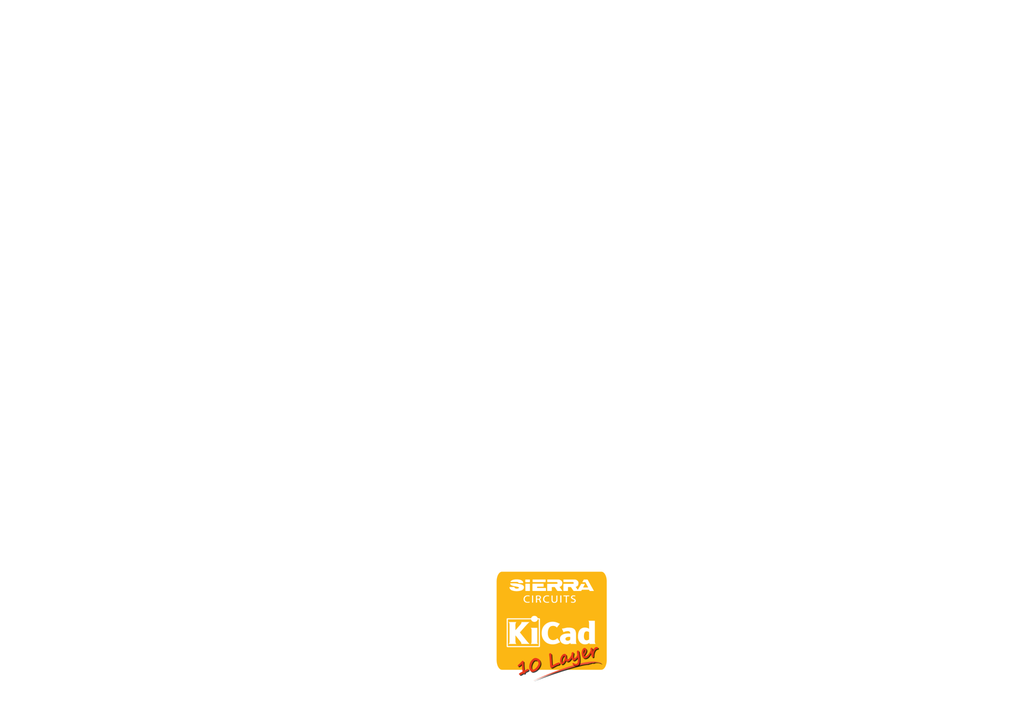
<source format=kicad_sch>
(kicad_sch
	(version 20231120)
	(generator "eeschema")
	(generator_version "8.0")
	(uuid "3ce6d36d-4ea6-44c5-9cad-db7e34475889")
	(paper "A4")
	(title_block
		(company "COMPANY NAME:")
		(comment 1 "DRAWING:")
		(comment 2 "DRAWN BY:")
		(comment 3 "DESIGN NAME:")
	)
	(lib_symbols)
	(image
		(at 160.02 181.61)
		(scale 0.236667)
		(uuid "e40f3917-3e29-40df-8e46-fde00a58dd69")
		(data "iVBORw0KGgoAAAANSUhEUgAAAZEAAAGRCAIAAAArQxkAAAAAA3NCSVQICAjb4U/gAAAACXBIWXMA"
			"AAsSAAALEgHS3X78AAAgAElEQVR4nOy9e7Cmd1Um+jxr/d7dSTrdnXSQSzqQBNpJSCdymRFCB9Ga"
			"mhkvZ0TKG4illqMig0qVIuhBOVWoeEBlPB5EBqxTU5TCII5VOgoIUyNISCcQg+bOLdC5A0l3p7tz"
			"6f7e328954/1vl93oPfX6c3uyybvUzvd6b2//X6/772s37o861mUhAkTJkxYI7CTvYAJEyZMOAZM"
			"NmvChAlrCZPNmjBhwlrCZLMmTJiwljDZrAkTJqwlTDZrwoQJawmTzZowYcJawqrZLA3/TZgw4fGM"
			"kACEEEAc/v1HvUrzP44Zq2azCIAhQahAQADqah18woQJawRGADLCADvMVA2mJk2DiEDjit6Aq8WD"
			"lxrokAgCacOg4e8JEyY8LjA88oMbJTL/z4K9wZUWDQFAMK7IQKyezQKg9LZy3SGR1JQymzDh8QMB"
			"QAAmyEANViAoAxBshFMAY8WWYfViwwAJsUJI20owNBmsCRMeX6CMgoFAJdONMbBCMDkAEYDFSvPf"
			"q2dT0ozmUjn826bIcMKExxOGJ35wtxz5N9BgYT0ACkIT0lKs6C1WUddBEu75y/jy38VDN/Oh280s"
			"opK+WsefMGHCKQ4Hq6pZ6RVLGy5tZz3bn/JD2PwdFBpBNAsHv6HYcNVsVrv7Pbrtv/hDO8UOOhgs"
			"QnMsCW1Vjj9hwoS1AbpwgOpMkNSKlXXn4dK3c/MLGsMRUAn2hi4zX8d8+GO2WcpwFAzJRBna3nbd"
			"T2LPjmN97wkTJjxOYEJc+Ep7xmvYnTVWC1foaq3MZlXBDRSC+28++KkXd/0jkz81YcKE5SAGZOXM"
			"bbj8r+FnCSBDK8p4rzA2lERQ+26Ka1+sut+FmNLtEyZMWAaCIUQT119ql/+1uk2BcOCExIaAUKmC"
			"2F0/ejn7veGymNp2JkyYsCwGPwteOeP6y/yFH0USoY7d1zlmIyeAKGDEdf/J2m4AFk2cAsMJEyYs"
			"iyJKkuRBPnRrf8sbRlLUMWMFjhkA1Nv+IHZfFWLWLBndSt58woQJjw9Uyswao9Ek8Y53Yc8nvrZx"
			"+rFhJTl4HLyzfey5pgjCZI3GFb33hAkTHicgPNAK2LLNT7L15/EFH2e38VgPtYLYsNUbXmVCYwHQ"
			"LAokTjZrwoQJy0ISGA3NBMHMTA/frZ3/dQWHWmCzIl2wQMu3bCkjsWeH7fkkAKMCgqyyceornDBh"
			"wgIw26QtCCIiAnS7/W04cLeU2fCA5i3Wi7DA1lj2NxpcaiRNAtG++FY0BEMSrPhUMJwwYcKxgCRJ"
			"Sa318aW3Bx0CYGO4dhQHaNGPB7lBAHIApLfdV/P+j4c3ACaztIgymyzXhAkTHhsygCNCUXX3+73f"
			"MwpYHdLeWoCjxXSkABKBmdT8zvcKHaUhgxUKBjERSidMmPBYMdisxOyBuOuvBjN1KMW0KDxcYLNq"
			"yiXnP4gl9vtnX34/BYaBbFYBG5RUv9FPMWHChMcFBGTSKS2XjHHnOwYzIwEhHsWeLLBZBUKkcDMB"
			"Sfd9xANgldFIFyBDcyAmrsOECROOhvj6kEwMf/g2PHSLlHp7lt9dcJSFsSFhcMCASpBf/qCsF0xJ"
			"rxjzWSJsqhtOmDDhKDiylRBOq3f/eXZLS5nVWpHNGoqOSoJDibqv3vchygG40IggGiTrA2XKZ02Y"
			"MGERBrfmawxOMEqg6SsfAiLz48ChlNQRsazNYqrbEAYKsPs/ToTGjHtSHEhS7poCwwkTJizEkc3Q"
			"wG+wR+7AgTthNNjI0loWy8d0MoxqDRTa3k8GmrelFa95woQJE74GBJJr2nZ9AsOYVHBhzmr5nxEy"
			"SQ2Zg7//405rNo1ZnTBhwmpCDCBs145AG5yshY7W8vksibAgla956LMMciKPTpgwYTURwTAZ9t1q"
			"kIjBSVoey+ezKAme3truHYpZhaxNQ3QmTJiweqB3YdXZ9t8AGHV02tSCuqGBMbC8HrietpTyN6u7"
			"4AkTJjyuoSbJQsZSd39SgMNWyIPP3FjQBEM8CPWQJu7ohAkTVhdmBlnoYDm4kwNLa4X8rBBgItS0"
			"50qFi6GYYsMJEyasGoTS0MSgrdNDd0KptLXIZpXlfpDlxsZwOYIwIlTspE0EM4H0qkozBMFotJEa"
			"FqbSiGD1KAEZpc3bS3d223iJ4OXsKxDRSljriIMN68BwNMCw6ypRevBWPvKltvdmFxoNrKZ1wYMB"
			"yxalJKYZWsAhAyuG8LklzxYAu7O0cRuXqVIYUEGiEh0Q2n0VADEomKy3cDjUoAIGT38qTn/aCTmv"
			"X4swWBitxf07xKBMAIczEDjnCsAQcniljA3HvwVCu64GKwzWrBGUySqjgNEYLji8sqE5rZmgc76j"
			"KdwdoUDzKPLjv06GHrqTB+6VJKuUeVj1auqCvQGSiY3RgQHZcrRJAR4lbKbRnzC4znneQok6iwM7"
			"+fCdwxEkUiue0nyiEYIBDAh65HaO3YgLsKzNEgI0T3XBPTuCYejqyVNwaIQUnamiORWACSYM8tLW"
			"FLb0xBfHk/6db/w223BZ/pYhpzDKRGcPdBBIGZhni2dtDwsHEOYG7b+57Lspdn88vvK/yqxvBgGO"
			"GshH9zSxJyDCwwJmQsDAKsKf9zfYcPGyzwbDYdRArtN9H2nX/RSiwQpEk3kgnKFGyK74KHzTiTq1"
			"j4LlsxTkXe/CZ36DjfTcDEyX/62dvR2AEIFW0nwfbxBAtPYQ7/2g7vnv2HOlYJTAEOCCo6sRsAKv"
			"kNVnvKJ7xhvNCghJhcRjUzj5BqHc5GcPxH0fsC+8NR65s1lNuhBQMrPM6GhKEc3lniMCjT1hYDCW"
			"sO4Me/7HccaWZd+YAGAI7Pz/6md/jXKHB9YOJ8kEFaKG5I/cq0GTZlHlcHk/KwwGkelhuABUESfi"
			"Nj3iehCk1ebhoowmCzarHtAZ53Pra8uTvxfcaI/uVSICNMtZG+pEkDhksEIyen5SAxHYsC02XKIt"
			"L/XLQvd9BF98B/fsCFojiryxN4YQjNIYRMRg3GGN2HDJwjJtTkbK2bkRvqmoNiuKKiuQqsFDYDFV"
			"lA3H/4wuWGfAqDMvRVDWEIVEEHbaefmKweann3ic9/Pccdw36Lwf4VNeag/dHJ95A/Z8PBAGj1Bj"
			"o4WpNJjJzM6CG1ARTo4XGisc8fLYQQGEls60LT+Op7zc7/nL2Wdf7/1eWSWcjbLmVJUTixIsKXvg"
			"Yc0CrH7hr2H9lgUjl/MRl8QLfo73fUC7rgqGiOX8/VMNRIABnWY8YI3g4GMsuF6LOKW5NclIRKAB"
			"ZgtP93GFYEA4BYQrImpj6LSn4dvebt95Hbb8MH2TTDBUHhrLIVhAYgbJ44UUJAkNZEMbz04MfeXi"
			"MCryCd9tz/8be+E/YvPlBRKaYJIJRcwTbeFhJAV47qiLHmBitPgyU1QWBB1eIVcQgE4T+jA/yY69"
			"DAJJMd3ZRnoj8MjtAOZ2WWHH22BhyFEMCQk5sHGbPe9/8KK3sNvcVInTxRDVe49gMERCJpis5VpP"
			"UGQwvE0JNBhjy4923/VP3PwdHmahMAqlUjxaY4oLYhuEnk4/Fxe+Qlg4PVSSGuGS/Bm/DgCINVQp"
			"M5lEoAJQvQ+PYXNZkINXpjMwe5AhkiaLhfn84woCDDbIZc0gWLnw58v2f8SWH05hVqTkNKKkUGF6"
			"4wgTMQTJkXKIgkhP++twQRoaCCK3rdE9FQGeeYk/729x0e8CIKoJRLiitCJCkTJAxmiLm9Gz51ys"
			"efTIYUVeAZgQzkALmxEOtZO4RwoQqwiLRhlksAipgIPBDQOCMtoJEU4TGh0CYQSEKhgv+Gn/9r+x"
			"7lucPZoXlVJhZoFmwwNrRAFBCMKoOH5clxlAMGBhyKSEb7Tn/Y+48JWNAPu8KcEKhpZPschUWpfJ"
			"LLv496VG2IJkFknSgwKJsy/nlpeZ0MWy8dOphkaYmSFA18Of0ZDfWoRFnNLskW77/0UWjBKMzD2f"
			"HMjCaGZii6Wz/PL/iYt+i93GQw1KAoySjTfo4NHMHcbBro32S0BQuROnRpgkzQ2WwEjWf1TALvhZ"
			"XvExlXPCA4ig9dYTvalYJunNxWHexxHBSCerjAmI6nI1BqOEqYXTTJntPt5xzCJQoAoF0MUQA+qM"
			"lDRItRkaDByC4uMOwRAxDP2NXJtgOPMSe/5ftXIGrVWwOoXeWdrBnUN6IE1EUAR5AuIDy5hG1sZ7"
			"yCCzi3/bt77W2zoLUSbRA7585CapuQBo83Y+6T8QHtCC85zCKwZlKtSf8Wux7qxYOzxK4tBTE1E5"
			"/+7yWDjDIl0V0tTlw+xx8mIWBhG9qmnJn/Nu2/SCcfE2xLAMCZY36Pwzpw3imA7QsB9KRsFEyub3"
			"D+UcBC1CzAM3yApCMNuwrTznvykMMNANbuokiQ6GVCGZln82DBmcZlMVZNVmxhLy8Easq2BvcPJk"
			"nuRs/iJyrBNkBidq+tcNagABT4N/NO7f6qzHwExKaBCME8S8QGdeyud/IG9UlwHGkIUPvjTUkOH+"
			"iXiAB2deoEpWMdKmM4Str4tz/x2pRpihWd4ByxyHDqnAecnvZELDtOgjcNg/DCnDeca5OP/n15Ce"
			"nckUbBZqkC/Nzc6iXznKASVSlT0pAu3kOQACoFLUcetr7KztGHylQXQQAmXMZiXknzHstEPkGKmb"
			"T1h6DEMzZqZmYBhyTWndBkNm8mHDzPc6+wps/VUAUC9GsHa0ngeBBnWPKXNCWKYs6BQDojWJVO8K"
			"VxxElR3rmNzVBJHepXkzGZsqIFcW6TqiB0KWOSOcgLzbcE4FETKC6SYbERRswzO55WXIkBYIWFv/"
			"1DS7JA2RN8bxXiSAIfNANFbLc5R3mJGAXfSmGelhDFKgLerzFRBbfsjWXzYkYIc7cLlfwHC3M8QQ"
			"zM//+Vh3zINOTxaaVZKUwVhaDwA4SlfzUS4nSQYNDo1n7yQhKUJg5ZYfz5tyqAfNS6PD4ubO10iB"
			"Gb9PAIiWYW/OFCIYEjF4lMOvRwaJiewyJzLfrHLBq9htFMzDAKtorgL4YpUyAIdvlQTD+vn7AmFw"
			"EY0oIE901nBM8Q5zlmIMrPZaiHSTh4sAuvVUEQ6vSa2aC5MxzjhSs8eoFz6Ah13hAVlaMrvw9Tmg"
			"2EJilAduIdDm1mq1T6WGZQUACcrTN8+oAo4y5N44zEoQgqc/rTzl5SOtr0CCzEEx5sVNDJbX0G2w"
			"i99MZln2cJfsUfvxKBQFDJm+Ie0l32gX/XY+90ouAXJDPhUDRmr+FEeMGgyLL9qaydWlPyJCH3tO"
			"DGm1wwzTEaHMvwcRJsi8onVRGivPuUJnXcon/wTPfGZey0AjPM3W4DDl3o6WEoeBMDPaBm15OXe+"
			"vdFHpXyDTFZ1z/tx7g8vX0ozYW6kDHe+37RO6NEcZG+9YakLNUaj8Z9/yjZcumrn7kigumYzEyWZ"
			"mRSUNQsTG5vD6853AHBFYxY30F/34u68V4nRkDQYQ0irVFRnUOs28knfh6XzjB2EMDmWLcWm6RSD"
			"Zz7FN7/o4O6PF3NI9f6/5dX/3m1TNUA92SEaTdDq3Oo6/ak8+3I+5fvlZ5CQ+DX0mq99fRayGLzg"
			"Z+Ke98mEaNkU1yL1nmgoMRJNieF/pEZ6YG53B9KG8hsE1TDk6UaSKo2hZrRzfyS+8H/rkXtcIXbB"
			"3iSgfHP03lFHC0S066q49iUnZjUL12FCMxahkQwNfvey65clf48CVEiGqrEEWgnrKWNjCE/4LnvO"
			"uw/jQzWQowcXAggL9KMuPoDA3s/h6hdWMEPI3AyRpAA7RIv/Ogz3XEgF3lvMx9mm1Qi0HH8rgqNj"
			"e/wwcNwZRBdRSc+42AUgMglAoHLmWiKSrF9dQ7rAwT4afVFJ65iXBIDBS//Et7x0Tqta8GoxAuah"
			"+NJb4/NvMUqSqQSrqTT0ZiUazCzYr9o6Saihe7o/790Dhfgoy8yCQGv09uFvMY03rSx5/JZ5sCAY"
			"AZgstVmICKhDqaojw6xDCKy+9f/UM36ZzGHJw4UbPBTl/UTuvqZe+38QrgiYiM6ib3bCIuUVwr7n"
			"vpVzHU45mEhGRIhzh4ULmCuMiH4ct91H8t/Rg1HZ4JAU1sXuK+OffyKzzmBg5HanO51Ok6k77ESZ"
			"Nl3cCxbNKLAf64vRCMo15la+7suMDKmDBatFZtNaRgdZMcxAFTK2474feiDVuBXVWTiMhqvNKi2A"
			"YUL4upYGC8HoogyUEVgFUdat5gNAp4wy3vQq7LoGpqPspgQAF2DiaecZs/ujzDzE9LA7hpwMNK5e"
			"7b9BpKPfGbf+pmRHHWzFgQbhLiyt30ZZoNkYH1gIzbOiUORdwAWTkZ5MwSaSzGKI4qAYAcXuHelh"
			"DfVQGVAHa8XcyYHNz/NNL2pohfAwthrOVTwPJxFrx2YFgYDJbSx8A3XhDUMWIBhyLIE1nQUKdLCF"
			"UJLJabt3tLYXsIph1Cwzp0NkfmfQIRuTnaz7/Yzz4aWpAs4oDcqCusbE2td/FTCiJ1kphpes9ajL"
			"wLOyKfuTwpG1yOOMZoBKmuSMMkh6wOAHEcY+iIho7mIEs2rXo1UzC6MLFv1qSkCqB6sYEZzd9XbI"
			"FvedaaCbQjCefkFEUAZvSw1MvgujWURGW6tX+3chC9Sx52N68GYiHotHrCzFrtuYLpWsZU3JwWKW"
			"M44rFLTezOBCn9xpy0ax7AHiEhEGctc/sj2YZyHfOzByfgANbrLhWX9kKhWsENzU8M2hM7x27C4r"
			"SYUE2hNfIDnUOvlyVBRJjqWwg4rO6i49dItHEzvCUWdGl6GqmbqZ9/a/tkpm9J4HARR1oZp1QJc1"
			"q7k9ytC1rmXuXGZWMDbEQjT1YY5l6ItNS2bIBH+YVao0waGgQ6JbeLVKy/RZPe4+fMYmAKBGUArA"
			"YS1iCUZaL7g7WsglFKICTlpV38lmFkvyunodIrmjiKrGctqFYEaHdblbdJyxkpyoWaE1SApySeyR"
			"LhtZUZfEZrFq51MW7AGYbbYztwGVKMLyPUxCyvsK4OzB0AxuUY0mMPtYG9hBJhw0loImMGk0YA32"
			"FLN1sUANJqBZK5/7fTzzjRrT1wKDzSCiQOYMhPH088q5P9bufS9NikYsLUntpKkcrBrWjM2q8CL5"
			"pW/iU1+hge0ELJ/0EKLCDL2jA1AA9nux7yY+cnfMvtTu38GH7/QD94T1Hg6gWS0tlqzrMRNmDo95"
			"wlIWaI7T2Ppg5KPuZGPtwoVOaGlLU5D6yOuxWVaXBAerR5GFBFKC95oVE0nEEnVQdtz9LKMyshaW"
			"RIRmTgt5BlOCSJMqDB5dsxmi5DjeEp0QFg4LwFcrrSsURAuZn73NnvGaQWACvrylGQvERNvzSaAJ"
			"xcMaG0JGDzZrcusAYBVHQ2UCoVvP5/9PMEaS8GKDWBVmtPbg9aQjYB4MDtlPhoFoB+VLgR4q2Spn"
			"xgA8ut6iCwOiWqPgsRQGffHtePrPYt1TCSjgNrAUkfQ6mAwBs21v5H0fiLrbZWTrFXaiepmOH9aM"
			"zSKbhck3ZjZraEll5bL7sJUkcyOQ9dSyCedckdVfezqAUL+v7L9F+2/G/hvjkZ2z3VctNaN1QC92"
			"gQOEB8cqTRbPSA4WRaVZONUCHiR47o/5ZW9b+CGSbGiw6G/65XLnnwcBlWp9kQMNcrDG+gvKs/8M"
			"G7et7gn8eggVKNbvxadeggdvlfo0Y0NKRGFCM4gtK1/Y9G164ncbihRmVKjQjlrDeezg0kbbcJmd"
			"vX3eEnzU/HbyRZyULFiDwNJmbvlR+iYyHbcK+SruADrjfDvtPGzcBt+ksSuXWr4+n9UMM/QPMZbA"
			"WUFX1QhrUgFywF+4L23aXkvN1h/CwsKbNDBNBIAiD9wej9wpIDrg1tf7s/4MDJqN3EPMrScFZ8A3"
			"8Gmv5Bfe3FvY0cLttYI1Y7OS2ht3vcfOfRljfrMc2t/G22aooYy30aN6+h/dGWDszsLm7dy8HYAB"
			"ror9X/AHP43d17TdV9nDO00WxojqRqkPQjIXKmSkjFAl11l25255ORbcu8g3GYjd3bkvbXe9FwBS"
			"wB/IhDIBP/fHToDBAjCY+26TLv4dXfsSHuazDjwpjsRIAAh8+4fM1yWnc84bWt2HwA7/e/GhBWTd"
			"ENb23WhA1tHsaa/g1tcCQzf/qvur/Lr/n99gksaM0qBaN77YGIoHrw8eKCrNgkKzuhQWhKwCWNr+"
			"CZx5cQE07sdDMTqJYOOliX/8dgFgQ7jd+8E4f4edvV2ogo/iJYfbeRPAC18Rd7/HD9yZhEThSKXD"
			"xZyhUwxrJwef2H1Nu//vZZknz2zM8BNmmny8Hho5VsM/1YSFobwkGjZezCf/GC79f8uLrvUrrtK2"
			"N3LDRc4SIukpyNcgN7SMrFhorVkVwyGt/WTBApg9aqM+uVt2FlgdEHrtuyVgqZ940taT3RUEkuo+"
			"nh9lgtyIh7/UYV1jgZrJXEZ6Y1DwLT+uMy/K1vSUYsHYcY3swAeE0D3v1cEvusxQADQaPv97AhjF"
			"IkN9w7DfRFaTBKFs8K2vS10WRvk6g3X0uc2nGtaMzSKQIp644Re491YABueg2gAAqeCQkQo1cLXn"
			"JT/CKbj65d+AkCEw6iSaNlzMp72C2z9qL/q0b31d6zaD4WHGInEp1hFoaIfRKgvXimrRSmC0U8gr"
			"n+fReODL/vDOZlHRTmJvMMcy89D7BQy1ZjUDhco9n5yxJR06E+GVvcnUnc2Lfpcik/M5NBgaZbIA"
			"fShYt/36/FutGVCT7lNA7b4KX/kQmKSJkVOXdzIMgokCdN7Luk3PDmmZPsS1ZLCwhmwWAJCN0IH9"
			"7brv093vD/SZ2BIgtWaAhKzmsmJQWcjqEoICAXYLDz8QZoBsYMzGAoszvoVbX9O96Brf+rrqDFUA"
			"4gETfPA7jFGkfg3F2ivDqWaSG4Avf7BBQBjZndT2ciDG6HrsdhgpVOof1lc+YIIrAKPDFAYnwPP/"
			"s8rpsOxeelRQPE9lBBg734mHvhSw8OztiKoQ0D73a2OzBzkytAZVpiELBiLwr37bqCNxHWyNGYE1"
			"tNwQaYKaU5g9WG94Fa/9UTxyl1gpEO4CqTElXyAkeT37qI/aeDb4ZTDShdChrr8wdYLJN+AZry3P"
			"/wc74/yQenZBWGNq4zm5kOG65nESw64jQybC6/7+jj8uLF0AiJPoZx2m5RdzWvKcSWg738nZPhfC"
			"nKEUFkFDrH+qbX0N4Uj9biIwqqcNbWEINKv7uPNP5QUMSUR1dOnUl/1fwd3vG/pyNKdoWctyZOoa"
			"yOKc7fak7x8OvMYz8afYjbg8Ogaam6w6xXBD3L9jduVz4tofxj1/obZ/iMlj6Lade8oYJFMCiLbA"
			"DebYJq2BAX+onTAPRYLgpktt+z+Usy4trU/d6UwQBFePATThMUAQhXrbH/Dhrzb0lWo0W6WmwpVg"
			"PnFdg7hYdqoC0N6b2u3vaEQjLAQ3oSjcDOWStw3abSieShWHyYOMDGfHzndwthvSIIEAg3pTIVC9"
			"xmffEP0+AGBN00nAYBgayxoIA/nMN1oopDiZuiGrgDXzmDUwvJGe2mlQaVZdgV1X1Rv+c/3oBe2f"
			"fzrueBcO3MPGYU7E0AGfdC6T5AvMSjPNNY+Gbw2OulAJtLwJEK3bxGe/J05/gmoDGZoxSlKt1vb+"
			"tRCnWnstKdz9Ptv5dotGuqkzQSf1Cgw5rFEL1+QU1PbqX35S7YGkvxKd1DLaq0/YznNeMCguDIlY"
			"jCI/OCSw8cgd7QtvrSDoEWED18wqexMYBQf32R3vQlAoSJUlCWpgEHZI0+208+3pP2dWhnrimr1b"
			"14zNAlCaV7SsiQTkMpMJVmhshV/5sG55Q/vH5/Q7/nV8+qf1ubfE7qsHQfBUK17YECPHKDiDw5rI"
			"cqMzhFzpi5kDOH1LOe9nWdyihTkYJ20e0YnFKfQpP//WevMvhBg5imRotzppvSnDmRk2xUgPq3/4"
			"Rn3sufHI3ZB7GBjBg1kLhMy3/T9zZmyKgiG5DsMRDEFY6PN/CESB2IKuRhNK6he1pEqYYuc7EPvy"
			"FwUxO9RwSIspReW19fVWlkhKj2rnXFt+1ylpswatn0HDbBCXE7JnAkPTcngg22gaSIy5c4Y9dKe+"
			"+sH44u/pUy9pH3lyfOy58c8/gy/8PnfvUOxFyr+PioAa3LFEDFskBIxyN/mn8RDbK9f49J+PqEFb"
			"EsVw4cQQHQ6faCBgLny44sMB4EO3ctRyGMdbRWPkdA47lKo5lrslFIf0OCO1rMfnJOWf+iFUHxo5"
			"lznM4Wc1P/CeHe2TP9Bu+72UXsqvGBhSKzGqedT5sjRflTCoY6kdnq9a/iAYtbkt2n599jfsyn+r"
			"fh8RMgYztzo4Pnbhz/L0CzT/3dCo+XVoPQB04N64991QCZpMmeUn6lyuizJJ6h/ArW/IiTWjJiIO"
			"rwgNil5lA5/2S8LMLO1jCAZZObV86KPglKtzCSADKgPvHJFjCYRCBJGUleyA1ULOoFGmgB28S1+9"
			"Hfd9MD7/B4bQpku14RJteJZ9yxVY/0yE0QwCA3IDGuGWTc0LSZO0TXbOd8WujzeGwZtwYpIpQ7ww"
			"Zt8ko/a363+R/d5jPFAkbRQm7bo6R8+CEewtCYoysRq6yHF7xwqj4CND0mAIhDElFZNv2XlGQLQF"
			"ujMmB7P1cG989UO66z3YvWNx/fdYway9pErMOKhQBNQwSKp5vmiBVD+FHNwUX/0Avvz3uvc9ER1g"
			"skrJwkFCdEWY00/j1tcBQHanq8FoQy4iWxctz2Hc+AuQ09pyQpAu9IYCr3e+r3zra3HaU4VAqkEc"
			"EVtf6/f89/bwTmIdOCNC1qq6Uy32X4BTzmYNBGurNjYqU1ZIXfAK943CKDpCBFXCtUypqH31Q773"
			"+kZIZlBVPn7R9t/ge2+B/dXssw3dhqUn/oDO/UFu/o5BRRkp7i7QR6XmZfoHicbeDZJFhJmRJ8bP"
			"SuE3zomL7Z9ebruuOdbgVIwS3uBgRZBGqREq8jboWgRUjKgwo47dhQn/6kfqvusLEXALyqloQXkQ"
			"51xRN+7iSqAAACAASURBVL+ggFS2L2tZJ45AGC1w+5/G53/f2IIoq+jT1r3a+U4gwtxaSrqnTA/c"
			"z9GWH0J3VvLLSeiQzN7XQilK/dBduPHVrd9HuCGCYBQxPEpYDTbAiN62/jbKJiAwaIFkM5hE5qBf"
			"0iTEnivt/qtlEbGsCWqEgxHVvMQtv8nnvpsLi+QicPGb+C8/BWWHexAFo+O2JnDK2SwABq9s1irH"
			"jgWc/Z1+0RvBUR82+18QWn4/Kc94LT78BIaL0dAVVaBWeScFK2SdEP2D9c4/i7v/3Lf8qF36Ng0K"
			"pUbGWLFe9vIT0cmbBIRZyYlhi/r7VwkcUh7CMDQ3mKfrGNtUAmgUFECwUE2kiWpBeiAIemoUm6uF"
			"HRr18digXZ+MT/+Ep/ow1BwWDDTAG9A+H0uXvBkX/Axog+zmgkMRBPT0X8WuK+3+HbWEoj+8besb"
			"QbvuJ7HnE43mikDXMCvyIMRoMrvnvXjeX8s3kHmzLTjJARjWn4dvfa3f/Ibe5rNgK1WqqjMUhSac"
			"+Sxd8HMUlPf3oaGxBGAIMs2X+53vm1m48oY88ilKTpbDGxq+/KHy0N04/VzY8nsAgk/8Xm7cjn07"
			"lBK7CKqsISr8qWizjoj01QdVxvQ0kE1SR76WIrThUu2/1ciIFkSITmtoDoUsvCHgORTtrvdry4/Z"
			"WS8QPW8mpcDUAtXcsEaDlmgNrWJQYjgRmxUzLTKQOSxEZznWXuUuSuWBDusDRJ3JlggMojNZDhXA"
			"qC6Ax2qwAASh8PCoikJjKKSOpWVbnBfd+us85wqceck4W/vISNZKtrmXy/64Xf1vbbavcfVqHuw8"
			"jObBJjXjaVV1FO22tu8G3PbmctGbEEzPdvn3NQkk7GmvbLuusXs/CJOSUyqoDAQDBbHtt0yZim1U"
			"TrnLQwdgyKPkpN5nva171tt5yKwdAQ1wZC5jqCcqa93LfVyZ0HDx6+q1/7GghJo5I46/9tHq4VS0"
			"WYFmIqwoY0MY9nxiaGkYgqMYt9llTzQBXfI75ZM/2EcUUDSDqEaURqTiKVIHPdZx6Uxbd+Hc7R9y"
			"Rgt3f7FZv6cxLJp8MBknoqw2ihlI2aYBbPtdu/k3jplOKXVk5HzQAlRLKnlDM1tSC6PaI3fYw/cK"
			"B8XUzzoGmBDWhCiQhcvgVJVAEWGIQMFNv8QXfCTbqpb1Z4fPSyCw7ql22R+16356aAZeFahVDyoM"
			"RRDU25jOZ8oLfeld8cTvtbNfuFi/Ie+ZTJ/7ZW/Tvht04A40hAHUkryCZOBJ3+dnbUcON5MDCPZE"
			"gGU8Tiomo4iD7xXi8n6TPyrramM2Y9HJIZ1nbS9P+fG4571EUc1hemsGp5zNGu6KKME2DAFlNGDp"
			"nr/guS8dG+bnpeXl7YTAs7fXf/1u3Pqb9eEvQTCWgBitWbhgWqeoHuvinMtxyW/pjKfkLN6c4JUO"
			"3YLcMA/c0++92SjAAo3sJC3eiFcNyjguc3/h65+J579/OU2ehQiKBgpNNGJIQVMt+5hs946Dn3rx"
			"OpSG2bG6kMEAaY1h1qwylgwiBz49hfCGB67vvvCH2vori/ws9owOZsNsmid8Xzn/Z9vt7zr2D7vc"
			"8REAoU6QIgiiU+pYmUJ0WVz/S7jiE9Gtc5VF19crYYKhbOBz/7xe9ULzJUMwVK0FzGR+yW8BGHIO"
			"DMAsOlFD7l8p1zyMrtBIZl4k4JzFgaEAMBQTFi2SAVgA9ozfwFc/aP3eGRfyFk89nHJrJTJdVTly"
			"HTzMZbjzLzAXyZUlCW9RXlggrJzzvd2Lruue98Gy9ddx1hXYtC1MLqBs4jnP55aX8d/8N3v+X9mG"
			"bcBcjsPGm2TREIV29/sKmgmNRknoST8BdIfGvJdjPr1NBFDmVf/H+IXhLs+JgT6S/bOFYFC1b2hL"
			"8sq2suFlbJHCZYzS/JGxPD+4SBYyuD7/Fu2/dUEyhejCGoBhuioD3/rr3HjJShZ0ZNQl0dT1qI2l"
			"0dJgyfpRkCd04B7d9mZHWfBoC5Acw4jfiA0XdVtfD7UQU7doSeTWX+XS+cCcNZoFSpEaGmdtmPVk"
			"YxtOJroWx85iUEqSBFEx1I6WgwkwBs54ss5/ZR2LTWsIp5yfBWCe4BguPwGg7bnSvvJhPum7My2Q"
			"jQnA4JVlzf5Rl/bw2HHz5dx8uW9d5t2GvzObkH5caMz/j35fJgnGhFq/H3e8CyiRwiMiZQgtpq3m"
			"0SABbKkrOXCj50t2oQ/Kl69X+vCh5nqTi6fTLAt+nUYVceiw4/AOa2NP0pyc/ah3XH5Ld6EaCVBG"
			"ax6jpvnw8xBFRCDsxl/U9o+OM7KAGBpH56sahkgPzobBN7Rn/bFf84OcPdB783CThTeF26HS7fwE"
			"xjgybk4TOXyZYfAKwqrJTTFkShmUN0aqbDtCt78T3/I93HzFYF0GTWfIhjsP2QeRaSmZEdj6K9z9"
			"Cey6mlLQojvTz3+VWIHCeYAPIyhkG5gBGmtKj9WZyKuGQ8FHedSvCzGvz+QpURJeDQi/4BVt5ztR"
			"987PynDFETm+6Gizj04OTjk/azlITTe9Gg98gRgmCYsQaz5FMM7v0ViRs8OcPDc0LR4awJ12E4bG"
			"JDeHZHHjq9XvCoZp7LqQhXMByUUAUIVGCsOAYIxj7kNqhIdmgHmUlXEjjytyQfyaIdcLeOf0seib"
			"3CKTkrUazSq4DiDRSeofvJ6f+/3Uy5MajPk8U41zijbnCeYGoDvjMmz99WZpsFA5i4iSjfRp4Ibx"
			"FtDwPOcElMFhjEOhlhkwz44FGywznxKsixKqZmoWIbWbX614YMx1WkOVRbbaEMGM0Vglxfgae+6f"
			"aWl9EGBvF70J3Xpme1FyD5WZ2RDa2IK+mrqvAoSWcQUQsIEW7xlLBlU28ZLfCckVJgu0YKXsqFvv"
			"ycXasVkoqnvrdd8X+2/O7xCgCmGYj/JFADZsy8cOZvFPbdD1fRTCsgggw82v1lf/zqMTAyieow9Z"
			"pX6hD9+AwpSaUDaVzV8s0nvMkjMRfOQU7AUTc7x2DPw45G6xrJ/eOBMbSZKuMKUqSzMVk0EHoBKa"
			"0Za61vW3vYX7b8EhHnmm2obuk8G9SjEhMNhE2NN+xp78HyHrDc7OQDXJ2Dg73EdjiucNv57q9WHD"
			"lhE5sJpZzoALHi2J5u5CTscJyKMYOj68k5/7Q2TqQnDmmIyKmHduAHLSB3o+QmV9uexPAHDjs7Tl"
			"R5KQBQ2WVBn0yQzOuWL9kTTYVmLI8nTRg6nvZpEFZ2XGdmA62rkv4/rzAiVyRgyRqpbH/HYnEKdk"
			"bHgkGJsg9nt17YvjOe+2s18IBJgyynMPNlvqv5E8+Kj0SA4NITTAcgdH7I3rfgr3f0KOhqDs8Grd"
			"Yh68wTMU0JCpMFdEMrxZJDk5al2evvLlHzcoBZqCNIDJ61xUbHKd1qJr7DmOs81KrEwUTN4Ih9eo"
			"MnVy3fRqbf+IwZWRF4eM8lDAy2yjjMxDNcK57e24/9k22xN0ECqwRlfJ9xpS0XO+6py2MgwlbJQb"
			"LFAAV+oK5R2lMBSgSkaCtGAFaiO08+3lSd/NzdtFZCGbKLShVDfElENOoTF5M0/8D9jyct/y0ixr"
			"NMCzjUcIhg8ZLM5Vmbn/04q+xTA0M7OrY/7xWLD5eVLBvOQqS9WkzI5xLDAFml32J/rkDwiFqoIB"
			"YSGZoFMxMMQasllExzaTUwf32DU/hK2vxdNfCTtzSFEw4/QcytTmHaePHYcSSBy2ZcwzPpm03LOj"
			"Xv8qf+ReuDG8+cGlKM0iIpwlmi9u0BVA0zzrUTlzQPNYgFGiC1W4sfXfoN09HjCKOrRJYHjw2rI0"
			"S/VOkRaIlo90NKP1qh1LQFAvKxQh76Wy91/sC3+Ep/8yLduGYtSnnweIWSQxAjmuhmWDnvXu8k8/"
			"2CCpCIFkyY7F5UGlY2SfDpO6MwMkhwCLwEEwzDqqNYSZSxaMzFsRQOvAGVQ69DKvN/2iX/FR+oah"
			"Tpc1XKRhyE6fHuhAT5EsAv7M35ZvyBGRygQdKlE8GxCZPqCJaJ99PXb+qYbJvMDgYa0oGDp7uz//"
			"b/KhiMHqV8EB5eUzmNRMjrO3x+Yr/P6rRAuCdEYERHlWllby7scTayY2RNSwTmigB9Bue0u96jvj"
			"3vdlekhqQyoUYfAV5IOMMTbxmhAxBgxCxJ5PxbUv1id/wA7c7VREgNVb1yAFCVeqcS9sgouBFzmU"
			"54zrAkalxHqjrLGJLqn5woL6yYKWRrmLmMcqXJ5835w9epNRJlQDc7xxGemvpIcktEIQEUT74u/G"
			"wzcg40JYOxQT2dgXPqbVAcECsnNeqKe/Jl2S7OIKG+W2lZWEeRt2ljjSwwKAsNYAQydFsBc7skgt"
			"NawYJed7i+FwsAZLNOjAHbjxl9BsYGNlB1UMixMa1bEBCDC7uUzlTIIIE1AGIe6Sk1IxFFIFAo/c"
			"xZ3vRJIbHiW9sCLy1O5r8NUPQxLCRBeAQjA7e1p22mcwKOiSNzVnG0pEIpktR6dgjgJryGapAGqU"
			"uQKsjaGHbtcNv9T+9zPjxl/A/R9Gvx8A1fJuOfY3yEo8ESLMQD742Xb7O7Dj3+tT39t2fSJd5R4V"
			"RQwaapKlh34fh9VFfpalm5BpDsD6gM1nXrjJqgWtASihFd6mxxM5AIYMAs14VNq0N4N1Vb3DDUXo"
			"LX2MTItRCoJhZtFEstEQtOt/BbkHSY4YpbPT4woMmhZDmcxEMfCvXts2XTJ09gEWQ7o9eRtEOfxk"
			"EpEeVrAJ7jJrzbFOUua2kN6QBFZFOnttNtSSeyetebv377Dr7+fqelLaT2STIhjwLOmgeUo1GDgQ"
			"PDD/SCiH2qHJiqbb/uDRW60d9nXMENG+9CfMSkhulGOmUICj5IAMZpi9fluc94MYbGWTcShNnJJY"
			"OzZLItwUOS23a0spzoF+d9z9/rjup2b/sDU+9f247Y/qrg+g7j/m4xPo97c9V7adf4hP/0T73xfX"
			"Ky/nrW+MfTdk088opeClmpj1lYiBrlDVoAO3LEhdZh5UyGqR6aFbMoYdvINUsxFB6isfVDvm9R9v"
			"BEP3vB8wyXw0H4vc2d1Xlqaw0tAgCyRXK5oF4ZJogsyay5Szs5u1tu+m+Jef0IG7MuUHIj0OCJCl"
			"+zwnfmtgMFl59ntS3cyF9sAOzB4gXMMOMb56UJtJqlcIdEG7r54duIkxI7qxeugcCQSyKkCiKWs7"
			"FkZDkF5v/EXs3kEAo/YLCI7p1FwkCYflMtKBmbNnBuM7b0Aiyu6r4673eGC1ZhC6qnZdrdvfOdR7"
			"Bq3wQXsCSSzN7RYA0F34mwRaZLtpAyqjnJr2gUctSWjXVXHtS07MalYR6jbwzMu4/kI77YkNp/tp"
			"T8FpW5qZKRWi3PZ9hv19YNSHPsMDe7Bnx8le8oQJj3fY99x3VJO9ZnLwxwr2+7XnGj3wCcAjonm4"
			"ioUAI2oYWtBYmgVbDAJJEyZMOOVxKvp+q4MkK8gYNCb9tIreGDkeGaZgb9EKC+2UJqRMmDBhjm9a"
			"P2scCuBN1UWoyGqgH9uAbUw8WLX+lKWiTJgw4WvwTexnORhQj3G8MAUPg5YUjpGJ6myYC3pMmDDh"
			"lMc3sZ+V3W1mNvCAnAxAnBmc4DCFXICsLVT3mzBhwqmDb2KbNRSehUbAspWQySdslHFMYhGhVRLq"
			"nTBhwvHGN+2zKqtJgElavNSS4QVYyBsHLafsaphcrAkT1gq+aW3WMCJ87EUYPqmSVK1RNMZWXfVl"
			"yOzHvBQZ4vB1aADHoBOSA+YgNZMR/jUqOsnIzoPk75oOnzYY0kA2y+MAkNp8DfPfOjaQqa8S0mGy"
			"CkmSJMfUX/aVLE4Davz4w2Hnfx7xxflZ5p8iz5IacvDiOOs0W6tSR0EpCmqHPv54fkxsQFhO7eW4"
			"huUXOXx0+KEzJjOZCXZoJSn0LcxVbjC8K8nhXDGQTTqHrt2EVcY3rc06acjHw1tj0dBqax7GKGCS"
			"syswdLGUHM9pJRgNB01dyhhhmF8NoxyucMFCCqIRYIAMERaGMLN53dO4BBnyAcM6rSD2VzOEK3vz"
			"ythNF66IqEKPQRtKRCyqXQw9vkv5Lws5mAs78mkjgz0YjSAJ9iYDneiEmmdVMDCahSy1j1vKPZZW"
			"XBAjYM0CrFBHemXf0BxL8ym/X/+VHxMAcqxvdmgHwRqmZq1yBmDQbpUOm/46tOMpqGFMvTGKYL0F"
			"UrhjMlvHAd+8+ayTBS0BMwBEzSYVS52A1GlSyWGoNDUh2NB8ENPiOrGvkmMJUcNA2dB2a4FhxIQg"
			"Et5UC1xaajgI2NgfDqAHAbgYwsGAHXNJVCXSMZENcw5lkiInPwI5WxFRAASXnYsnqwE4ZjmnMhgi"
			"GcvOpBJg6kzhsDRbjRUyttr5upajj4OUmayiGck2NM9Ur5QZPKwvrcuJ8CEzdfBW42BRt9ygnsge"
			"HYlwAtY8GPRQmLUAOwI0SQrCFc3kKgSAJnFQdyCoEhaOoJaWIEkRU9LhuGDys1Yd4XAFSTbVNkSh"
			"OQE7csKARAUNHTWENpCxBWWOpYaZjEKV1XA1mmCIcco5I9CIDkBTLTgdQVJjzFbmMl4e6OKYry+t"
			"kRrb6Ia+QpJgHR7AIcqrsprLOCKKOo9iQmVPGzTCFnN3ZTUYTTJSEQYv6mqHYO8sKQUKekOfTlkj"
			"Wkp6yEA2Vcqr12DvAYPThOaD0uwyCPYepahLY9oYgkUIDNJpalYjKgEPM6HEUqpMCF0KXSjFiBGp"
			"Ohs82DDLTtKJqnw8MNmsVQZRJRnF5kVeQDACYco27yBQoFSnCLTBbTGqBKMZIvU5TUuURYRMyJEt"
			"JGBFDpkLpMsjG60DCkYwYAIiBTACpQ1aBceACjGcMqjZmBM0WaZvXGbZ122ErGG23HEiarAnO0oe"
			"FhEGRiyYVRFMXTo3qcEkqfGgaUkKC0vTqahmJf0rV0oIgiQbDLQUUbClIBA1dbjMrNmy7+u0YA3W"
			"cYZEpVCU46QtkKnGLjW7Gy3Yj35oK9ENIbnQG2TVZG5dAE3EoyUhJ6wWJpu1yiC6ZoFMphBSE4NY"
			"ajSiy6RywCpcgMFTfis0s8awbkb6IHHZO9zUIWpq1DT0kQ+ySabQwSKbsQfAWErN4obWiMIlAGBd"
			"gWCby9J2Npa5xm6wtxDJhjaMRAtaaJF+VjGiq5oZS+MsjFA5km7wAMFM6YEeFKyoi/yo8UiHLkV7"
			"IirojJYhaoZ1kKVkgaObpYfYqlBkohoYoUUnIVppBNiZYClSyD7MoQLOKBVQaAGlrSQ8RcHCcnh8"
			"GDwYXYDwbF81EJxxnJ0xYXUx2axVRsOM6CzEYW/PuVj9MK1AyvF5Bqb0kqFCzWmSCmQKwSX1xRtm"
			"ThpcUsBSZjfMEZRa847haZ4MNYYRNSBCavnAj/W0Y4FMDFftIgh30ELgUrgqWmOAbrEkoLoWJMuo"
			"ViJAV9RGd0qYacH9pkxkw1GIyIxVFxFWNE6/AL1IQUvhrZR+AgOsMjWpQwHDDK4KemUr6sA+K5JH"
			"/IL3XRTFLKyLCA8zEMFRvMUbFOamzqIXYKFwAeEyYQZ6RIiQ0VpNswWVgUyzpuYGrhVMOfhVBs/6"
			"Nn/iy+PsS8vZ2ytyRtY4pSp2x77P2P1XtXvfx4fvMKE3hyCTVfVFbLSNl9gzfw+c2c3/1+zhG1ln"
			"4FA4G3SdpHzy7Wk/j7LRy1mxaVtDzmmeCadRvQ7e2T38Zez753bfh3CMpStDNBkpnrnNn/wSbX4u"
			"lp7kZ34rYFAFC9Tjwdv8wE7svjLu+Eu0PUc+Dxe8AvYEZ8Qd/7U7uA/4/9l702DNrupKcK29z/1S"
			"SpGzJFBqpBBYQqQYJZDE4KqowJjBUHYDsnF00e7CDAVlOsoMtiGqO1zG5aGi21DQgKui3U2bqcAG"
			"gxi6O8JgJAHCTFJqYNaUqQmlcpJS+d2z9+of534vU1K+J+WrTOV7mXdFBpGk3rvfHb6z7z57r72W"
			"h8kT89XCfc2mfOwvg8Yq/fRPZSq1m3p1oTe40lTCasDs3Pdw1SZJ+ME7bcfm6l3JKeFTn3o6Nlyk"
			"J/yegd72dnVC2+vz54OVwSjw6up004fizr/joOw8GF2IaTKqr8dt8JNeqNNeY2svaipTbglZ3HMF"
			"79uKe/5BWz9hqd6sQyJtprU9hq1DjKNWP+tRgAAbfCck0Ta+Sr/wTk42Dh6IGDwYh4DFwWiP7ZZe"
			"9avwaF2q/Y+5Tz9o25X1qpc/cIEnYA4GQo9/U3niH4qR9JkZYiZomtkUNLvA2IWffbC/9QO2d6ep"
			"BBNMpGjFVFMdmmPQTH1+YDmd+ip7wu/FytMc+/3rcCq5z6lY0A/enTd+EA85Sa6/xC78DABJ+cP3"
			"6Kd/TpZZL/LA8As/i/UXt7/Hl07SYJkzcNn2iffNjtxuUVz18gcf6Oy3+9lvm/1O3U/nc+6JZBMO"
			"nfkpzn1AxrZv4lsvF8ITvZmnwQQFYDz5xXzq/0pfD0CzdupMSnCmN/+d1+rOyxwMyNUFD7qYOOKY"
			"1s863FBj2Yd5Ydgaf/pHuP7ZnFv6tGFN3H9T3HerCdxwySyWhN2/NRHIWIBjOR+mjAL3sqZZQZli"
			"sJ+iGXKOtdl0MuGr8MS3+eNeGv/4Urt/Z3O7g1FZEx1YxXaunhKRWHmmPf0jtuo8AI45StRw4hJB"
			"o5DsiY5AjbsXziJImpnMHz2iUmyDQk1TWGXmw5RodiFzKqApI5PRKA4Amj62kkkLDqQ4pSVhm96X"
			"p146d6VDyKMINQcdNsLwjqvFDJmAyp6YxccRhxRjzFokCpRh8NQJ59uz/4ZlNTBYVOXem3njh3DP"
			"FXX7deYZErKAlcefiTVPtbXPrbd/roMlig7ePtazJJORs1Disfsau+Zf5/Yf0Xqm54kX5fGnlsf9"
			"uk68mM3TZdW55al/lVe9okMJCJJxUtk7nAqHh0gw155XnvV37B7TFmHK7P4tuOmD2nl9bPtqs4Nm"
			"ep2s4uqncN0lWHex3fHlhz1hWhni1aMi+GM//XDu+EEiSA67PEGAnfNHXH1eIF2Gfme9/s1+/45m"
			"sNzb3mYmoh2bwSS8miZhYb0AP+tNPPVVaAMVsQs/+0B/26ftvp/Qjg/db2U11r1AGy4xwfZuzQc2"
			"GcaAdTgwxqxFIuSw5HFn6qK/ca6tQEGy7tZ1f4DbPtbqt8a0KCTVbETv28L7bqq3f56kWBMd99tZ"
			"PEIYEJIGmUKD4Ld/Kbb/gBaIDBfv/lqR5a2f5KmXYtP72F7165/H1U+JndeRrJArJvKqamZTqJO4"
			"+ny/4G9QVg8q5fdt5Q9/X7d9WaZetYBh6VkSfZnujruv6LddYUgk+XCpoqRmDvno9NCChm1XlLSw"
			"mkMHNoOWN7yzXPjZZnuRt3yAt31RZJtP6lo/V0UeDt/LvZ4lXUqnjE98B5pZL1Wv+hXsvL4ISY/c"
			"Y3BOd+v2z+OuL0wRJR3mjfcbBBUdJrEoV/MRC2B8DywSYgbTnvJe5yq02L/z+nrlL+q2j+WMpC00"
			"BnyIPbMEsxpcyEzRiIU4mfMhmWZiaxMyYQgAzGwOzUnLCQDIdOsnufVjApriDk9+aZpL0SVI9oJx"
			"wqSldNy6fOb/gbJKSMBi9w3xjRfkbV+esgeysDDpar5BHgwgPc0X5290uMEU+mpVTNIFRDOfVtnn"
			"NyEHkAgxAeutAkgPKAJR6C4gPJm+4SL5ykZJjS3/lTuuB2tYxcx5LAkZU7IciB/ZHMuQBh8D1uHA"
			"GLMWCQJl46XYcImaiXHs0Hdfgz03VTiMjR061N0BqrNWtk7KGs+7KUzMy8mcD8Fm9UnM8iww1DKB"
			"bMZ0/ZQEE6a89ROEgU6Ba85V7IUmYSmF05LTQDhop73OjjsDMqbh/i341kui3w7mRMycMwVqJO9G"
			"jiVtRtBfYvAsBgeDgqsDQHibN4AEJNvYs8yzDPPzVUGk+nY5qpZMAyZirL+kuX5B8PtuBtOan84M"
			"alYCijQ1Rr6ZCWZBYIn6Ay53LLnv3HKBkvak3wVAQQpc/+7cswUyVwWQNE+DTOibG2eTGDSyURzb"
			"sLEffJ5lmDmVNvIV01FcSFGMAkrqiME9EABSSBEoa52E90Cb+A2ApMdkTZ79263CLkt8/y3q73FZ"
			"IpI2N8hoqAAabZVmmZWm8jDKDjNwnz7E4UYMJPUOsOBeMNsYzUxzyMRKSzBlKuqkoJnLnN3gm+ph"
			"smAGDfffiCFTQ55wepowZ/3dMl1kIEiWIAdpXANA+hIM6EcHxtu6SPja87Di8YPswf1b4taPYai5"
			"Dk7BySQdRpO1YV6lg4RieDkj4+BnOygbfNWbUR0MyWAbyZ5kgrJetZhlQN3a1uwnkDuuEzoLF53R"
			"xKYFGU/+ZcMakBRy+zfqPV+j6OpafZpq7UgECyxdlkZLki5lfQSBiFyA/X7oUUDKZpsyo4YQzyYp"
			"IVAlmqJNIKwKRlmyVggqQXhaWA72zruuA1FEIG3jpX7CU6TwGW8LQ2wqEtsOkWRy6kJvtVGIH70r"
			"P2YwxqzF4uQXY+a0iju/PPC0rYWjGQO+zf3NGny0YbqQQNIWrTXYrK6bcjQAcSiaKFBdACbq2stf"
			"Z78NQis1647LkjWZrmxMbpGG9Me+BM1dlbBbP94Ouz+3KNm08xNpyfTZGB3lD3v+M/92e9haffu5"
			"2RJvI+W2iBnjNm9U9lX8rbnmqo0xtcuE0P6ttTKZaAIYTM6ud7i3OzZj2zdaQ0WAPfsz/oR39JYm"
			"eEJAnbkNNKJWSoYSkMs8MaZahwPjPV0kuP55c9N4eedlbRAkD3/JdcjhSO33Em9vfpaeTQgPiclq"
			"f/r/ZavOa4UtbrvKtl3pAuhMNTEvJJPA+ucMQTYV2y4/tGc7F6keNuMgHWpMTyg7iTmb5jkiEBpr"
			"NHX9O1l3NBYLylo98e2TF1yNJ75dK8+izMJdIFwworbZUTMEMxpxdcShxsh1WCTSepsjUe+8FjJZ"
			"X+zw97aZNhSPBzaYVp/P9RejEThFTFbzxOf4Kb8BXzMoyez4If7xN9KoJMXWR1PS4EBGWdumFGHG"
			"l4kONAAAIABJREFU+245xGc7C+sAFn5B5lB9MzRSJ5WDUN+Rea0S2WZEcuf1+NYr/IK/la1tdw4r"
			"TsXZb7MnvK3uvtpv+rBu/mgOhPom5i1PM2WhhTifXtiIRWOMWYsE1z6vzbEAxul20CHvMbX5R9sO"
			"DVT2Le+2tE5+kU5+kc/NoghJCbS2Dbrxv9Qf/4mwHUqzktkXZpq1sriYRWikSxBBcx36Ndaywoe5"
			"LMWghjgoYrfK3RFc8JaezGJAbL8mvvIMe9Lv4tTXyFYTgALwsup8nPef+Ph3xM/+Q275VBO68FQv"
			"FDAgWYy00kOO8YYuEgRANm2Z3iCEJLPDfz9ZTUmp5VASmyxXG7IBoMZuaEpeN30I178dcbcliQ6K"
			"AhfLbFJ5oG2TrTyWhyNgAdhv6G9eOFbsp5RvTNJ0BOtBJktg0HqGo+7K6/6d/v7C/OG7ctcNhMfQ"
			"DBVWnt495X2T8/7CQXjtUY0KwrQk+WvLH2OetVjc/Q2tv4B0KSZrnxf3fI1mFjzsMm9N+9iztKYY"
			"Xbuu5e2XpcETOVln6y7GY84DIRSc+Xqtfy6++S9Q725V7WS2WURJbOI2Qz4jQ6vLHNK9LVsZ/hHU"
			"0rUXAmmJnhTJVMw6FkcA6WGR6c6YykySYxL1LvvZB/WzD9eVp9sZb9Bpv05fBVah8NRLUzvy2t9z"
			"HCfsHTSIgkewJHe0YsyzFgnldtKhILxfcw7akMogP3JYkQBKTjB0DxO3X5Y//XP9+E/04/9o1/9B"
			"veJ58e1XIO4jE4CtOtee+DYRgjXSgWmYuWn+aRb3AmmgAK575iE80Rmzqww9/4GGfmD0VmC1cRH2"
			"1ws7hOdzUFDSUUrIMaHkLKkp0QEGmd97E37wrrz8+bjrC0KhEKx+2ut9/S8G7m9VuRD7cXkdBow3"
			"dZHIbV8DADoAP+VlNvS4Dvv9bHYvQgBGBWAGJsLT0qMyHK67r8irfnkm4WJ25v9I2wAAYWKEYTYq"
			"6ABix3cHPj0Mj/3VQ3iqzdXM3M3m0vl5k9DuMecHChAEhRgqWUeO32QkgLAMgtnyrG4wK0O2kSdM"
			"b4nv/Etu+0Zj9kKwjZcaXMyijhaHba99TGOMWYtE3v7F5nkHwlZfxPUvEJPNnJoczAcbAztbPIjG"
			"iWri6o2ygOaR1fQ/TTNZql5AQGw50SxhyYGsisgc/o0uBQzMkoTFwIqEFPdu5q2fnKM82emvBjON"
			"lHtaWMiqCQ7lnf/vcEkST/vv2K1tBoJDs39QE4aAdpI250LYTupBt0UEnbu+A4AigFh9IdTYXiYx"
			"mCYDog3QDE4Zk7XoThh0dWKX08TW4HDMSeIMHzcjo7X/ZXPVBUloYT5Xi8uppiKz30EOCCUTlhSR"
			"opMMJmXe1LMGJzSTIm/84NysQJ5wWiOpSr0waisfFowxa5GwPbfw7qvaKhAzn/S7SjJDRmU/M1ao"
			"SEUxIANeQDfUzISVRLP8DFVTV9QNvjJIqmPrtQGDtSuDlFszLrSOxjYAJBGubLp9Fm3kDVlYrJa8"
			"+wtEc6YxbbiQWYy1kZ4oUpbGmuZb/hrT7SIooqzimb8NV7I3Us3hRjWaS+Ngw9EklQeP2P1XJdm2"
			"nMo6Rd01GCOuf/bAnmUV02VN5SGsympKkrj2YmhIWrHj6kgrcrCCdSaaGE16wdW1Kn2L356WYUAq"
			"SYsFvCoSfaOGAhbNGFHGBYp3TKFvzmzJKVNGyfogEgFWqQ1eMu+8jGlAQjClqwazEYnLglL0IxaH"
			"MWYtHvGzP+GgCmW29uLuqe9PmpJkscHS1IiuBFuGVKHMnMjDcuqZRFgYXFaFnuFmQHJwA0thNh0C"
			"eYZJaru5CsGGHA1EWgBwVahzM6gEpmBi22YA3nTi1z3fMnJmtzXUtqUsNfuduOU/UyGrAcPZ/zYe"
			"9xsGb5aoqAZT44g7PGFBJYN0JOOBXx8NrtyZWbHtCmDQPcjTLk2EQxRMrbpllLFpgaHLs94AJlAB"
			"6K4v0CKGEShrJDKY2jRfZd/UVsXMRHo1h6nAa0LMeXtKZpPhldCoYHRKWIiYEiRdluwdx4dlihYF"
			"ktMSKuocLhjWXzyI/lMBkZ3LiC5o/bg3PAwYY9YiEQTuvgI3/iUbY0DQxlf60z6iyQkaJDGTNQ1I"
			"E+VtTMSbEBVVwlunro3vtpmfCIWRsObHwywmoBk4GDWbv00LaE73OF1FRKKAVYPTjImJ6a15301A"
			"06BYk+uf2vpxlj3INuTShVMWP/oT7LqBKg5QVs5/rz/+dYFwQR5KBiFGbWZccJg1s0I/kH+ikUbm"
			"rR8Dsu2Ou3Pew+PW9jLBgqZhj5liehY7/ZW+/iIAREGq3nUZ1XaFcwdvI0oJwLBimNuWYEUyJtMD"
			"bSJ9AY/7qNEobE06X0qvC857kvRU++loDrUyGUsmDJBHIMD0M984yzppd/x/lX1767iS8+d9IxaN"
			"MWYtEt6KPje8I7d+fFBEEPG4F/ovftfP/p94/OkJk5cEUhVIWSW8rtzoZ7wZk9NlggkqzS1dUrIH"
			"6YmWSAX7pgBlAhCklK30np77TOQJCJVZRAzzwDKSUipp27/RKuECsO5iUYkQO7BZ0Ud1SQqL/NYr"
			"tPM6zCpq+aT32AWfiY0vGUhbbDWg9hcpiclqW3NeHKheMzQJ7/iSdl0PCaLKqvKMy7pVT3bB244s"
			"2XIoO/P1eMp7m7cggNjyYd67ZdhhtmQKARllSJE0VArNCdGypyxncqC2MHOV6TMKm2UAMBSfPy8D"
			"LDN5whl8xl9p46/ZijUpCpbszRB0KaJbY5vez8e+aLjw3J63fZRZIPNWrcuD1u0Y8bAY+VmLxKCl"
			"x8Lv/Vsl7bRfFwGRtgZPeCee8LYyvQO7f4xdN3jsRFnjqzZhxSk84UwAtvrcuOYtyOogYNUorYAq"
			"0DRfvDDJriKIdKxA23bRvZWWsqSRbXwnLc0MCKTJZFQCMKLAA3ddro2vRBsNXn+J/ezDpKqmhJsU"
			"RlYrhj7M6vbpd15mz/qsP+Zc0qnghots/SX25F3YeS3v+Qc0rkKKZU1Z9VStfzZBXPdm3PKJA47m"
			"yCqv/h0852/JNUBi9bl47le09aPc8QPt+h6QXPt8nP7rOH7j3Bgzdt3g1757Ski1gBZMc85kyBwW"
			"qMEoBAXI0pmimRBV5pDK/MR5V/NVJSmiEJDk4gHDLgAgaR3P+G2e+GKe9CKE2T1fjx1fMxEyt94n"
			"Z/opL50pAhqAvO7fsb9HJGXBFKLIx0TrkGOMWYuEK9O6XrVz5LVv1m2f8PPei5Wntf4U6Zicwg2P"
			"w/rngqaZNQ4a/+CxL/KrEUakJYyqBqXMrUrNuVQWUXhcag+axAKjZU5MS2eJIAUYDB6ZFiIyXKhE"
			"AWuRKyzu/oLjfSkQ4Mkviskqn+4oLAElzEKyCBXSg2l7d/rlL+AT/yDP+i2WtWiDSd0qbXgWNjyH"
			"bbiRSshhQErwtc/PWz4xd2kPQFI7r9VVL9cFn7Gyeph83PgbOCXKzCl2v+6d5V1fwjVvCWWhCUwi"
			"YUUVsCDIhJp6H9jcjARJxgoxyqRE5ANdcB4MhdDGFIhIB/eiwjlf71AS2PtkXavcp8NPvIgbLmqN"
			"EgcGafnmkVF36bp34vZPtEJhoO9Qeix4PiMWi/GGLhJJg6JDaQP89vOvx1cv0Hd/K7d+FHtubj8j"
			"GJo3J4bWOO7boi2fxNW/0yZCkgBrttna5o98619CICz2bPboiTLz1/NGsKR6Zui+G9Rm9OK+3H1N"
			"hVt4y1ZoAVlAyarpzrjxPxtTEAU/6Zd6y6rmWmYqAJqX3xwVtuhHf5xffVre8G5t+zoGX6zZi63V"
			"rmVq4mD3fFN3fm7o+j8oyWLCBNbYcb2+8qz4yZ+q3ksYNeg37B/jNL0lNr8lv/saTrc35gdUALgh"
			"aDkwyTPNlT133YBd1xIAga0fBSdMMoMCkP38s1OhHfz51wGo31nv+WLLW5XzpkGkU6brfl83f4j3"
			"b/GE8IDqnbey2p5bcdOH8qtP62/7lFcHMqUO1qM6JslxfR16jP6GhxiGQB4/7fZMVl8S7l5JKsyI"
			"Wrd9fRIWBNi7jgvuXZrvDElp7kpa5fFP61eumax5juBkSox7vmXTu7jr6mSB6nytN7VUlAbSNA0c"
			"z3UX+onPS8qqgRFOm+7Etitj1/eQQ0t06cCUwQIkVEnj5GSd8CQ74Uwef0ZSFlbvu8Z335j3bm6t"
			"3nEW+pDgkfgbjjHrEEOAN0phsQwUNGriVCxdQvQeUyeYnawOkoFLCwmYGI0CRniq0goULQnypvyH"
			"rjYu/jzU9mAWuKREmBnCDUhWUaaJEGJgphq4FNd8E896oF2QBqtEEF1qSiupup9D4oj/VjySmLXE"
			"vihHAZhhPWyCZAGTEHpDmYSJnuydNBQh7AHt/KUCYV/DS7AeU5opq4CUPK3x0Zrn6AKzKZMwJQUj"
			"OiTBTCZUmF2y134yp4QfkDNxZBHNuWf4fzkoKavZdhjVt2lTYyHSRh7Wo4gl911Z7vAE5WI2i50m"
			"LAwgiB5TAJ7GjNn075L7rjet4XZ6xigY5sDn/j1UAbTxygVEC8RM9mAl2rAOxJRVsFJDtjKIu7Kf"
			"v3l3xECJjcwFzBHE5qJYcM52TIDFWLd6FDHe60OMpLGtc4umbDVwHYcMy4dSMV2KpTmPllJLhRIi"
			"KdisD2CBaE5Z1mYqOe/sS9IMPkihNo5VFspEQGUmWIjWjlyCYp5FXXtwrXRC2SAeP8xgQoo2lTm3"
			"YRzx6GDkOhxqyKBqbFQpGpBMyVxdKBJBmsOhMNkSdOwUw8wG++uWDBEEAkEQKmSdkRtsIUMdemYl"
			"s8U3UyYhwNQlKijCZ/4WTtkh1u36b0ay7mcyst+cttVG0xcAVgwDVeO7/9HDGLMOMcRUs0SVwUKD"
			"LSiCe0U05WWpNxnpWGILFYBnJ4tmxyHLxjjflw4OhljAHHtjnhTJNDW4VIQQEO1QABUkIZqUHLxq"
			"oOlS6xvuF4YGjpW3wSmkmBpGrG0UIn30McasQ4wZT3JQcUn2kLWKO5XCIEgTALEEyzhoc4BkSyvC"
			"NLhv2ZwGC7MlTTNu14GRcBFNOMGFnJm7RjOJHzx1ZvusJRewsB8ddJDBCcsEXHPZZWLOsXYJ9j2P"
			"Xowx6zCi6RcDmLmlD2vg0fQoPVjMtBmabZfPzBln5fbBAXBYnwvH3Ln/2n53v2j+4OtfgrH7Ids9"
			"ox5ERRsCLjCT0xrxqGC81yNGjFhOGGPWiBEjlhPGmDVixIjlhDFmjRgxYjlhjFkjRoxYThhj1ogR"
			"I5YTxpg1YsSI5YQxZo0YMWI5YYxZI0aMWE4YY9aIESOWE8aYNWLEiOWEMWaNGDFiOWGMWSNGjFhO"
			"GGPWiBEjlhPGmDVixIjlhDFmjRgxYjlhjFkjRoxYThhj1ogRI5YTxpg1YsSI5YQxZo0YMWI5YYxZ"
			"I0aMWE4YY9aIESOWE8aYNWLEiOWEMWaNGDFiOWGMWSNGjFhOGGPWiBEjlhPGmDVixIjlhDFmjRgx"
			"YjlhjFkjRoxYThhj1ogRI5YTxpg1YsSI5YQxZh1pyIAECWQQAEwmZvt3MYGUpH2/kFAZfsAEwATN"
			"c+wRI44+jDHrCCOsOlwBsJuIKQGgTFaFwiwmMxllQotNBlYAYLICMplKHtFrGDHiUcQYs44wCryC"
			"xRLqE0YTADE9izHATJgsZBVMIgFARjgAWcKU6qY+Bq0RxwrKkT6BYx2SDFapElY5bZtEgwcTEJQk"
			"oAIkgbYfNGUIAAiH5KpUAcewNeKYwJhnHXkIQVkF5UYhmYkgklkcbgKYJEEKocw0GkmAcAFhSfVH"
			"+iJGjHiUMOZZRxhieKxIqzBZKtUZ6Mq6Yq2vuxAb/ike80SyYxLam9qDuy/H7Z+ve28VNFFPpwR4"
			"gcZC/IhjAmPMOsLw9PApZAYXwq2qW8fTX1f+yevpqwQjEhLpAFzQSb/Ec/7Qt12ZP/7T3HaFEmSR"
			"4khfx4gRjxLGveERRhCQlUSqmpjrLvHn/yOe+HbaGsCgANACFgAwgQoA65/DCz9j577HyMxK8shd"
			"wYgRjyqOYMxKNOoRAIBUEDr2CskEKAtLkNj4m37hZ+WrgQSBIVrt/4wMMAiQQcCZr8XFf++TdSlh"
			"X9hKwYAMJhrV66HQ+K4asVxxxL67piIYrXW8gtF1aTw21xLTBKzehKf+hTIJLvBcCICQQCbQ2Qnn"
			"2VPeZyQkU6YEGJDECoeD9SG3NNsnHtYLGjHi8OGIxQiRYM8sPfpinRDJegyWkcUUECzlaX9FwIYH"
			"Mn9MkQEQG0sLMuixL8TGV0KWNCNNBmYiArFvU/kAjAFrxDLGEYtZifBsK6xEVZSU6DrmllORAyin"
			"vhorzxiY7sRCz4WJlmQREJgCjGe/Q0QigpDkaa4s8NTeh/y+jUXMEcsaR/LrS1KSGHRYOOHVva3b"
			"Y+dPhdIiz3odAAqECdBCxAUD24+lIBgJ8Pgz7LEv7DBxZZpkCojhwHHtPj9aj3TEiMOOI8Z1IHIv"
			"fAUs0pyqTMuwVefbSS8+Uqd0hMDC47BqkyQyoMJWspoXKSRRCBMhVKBQsDP+daze5KAESnDG7pu4"
			"9WOpxj4dMeIowRGLWSJcrOxB1Sh04sTn+4WfOVLnc8SgVlMP0rPVqABx3igjGAEhmaRRKEOI23Ch"
			"b3gOkIRJIllS2vBcbH6rJCGNXDB9GzFieeCI7Q0pI5IyymEUqp35umNwSQUTw+QgqDLsGBsJ60Bo"
			"U4eEwYhsN6wVAQ2YcSDabpDExldbmQx78P0C1jF4n0ccNVgS5VgiKUe3br/kIo+RdWWzRyC2UBMg"
			"uED+K4gJIRGwh2RjzESrzvdiEtSqZ0BhfMDtHLeKRw3EVBKANSE2E7CYoQix/VaSTJGU2Ih+Sw5L"
			"cnYnFT96t3ZsNpBSmhJ0Ha0LzejH1Wf+tYNAgsKwX5wHBGBJGRwJGgaW6daP5pZPSUGLPOfPbNW5"
			"sx8ecVQj3Dxr+/LAEAZ0g8LawcCzCyZhKbV5sSKvS5IWsxRjlozcca3dfWUSUgGngyLn0YkIdeW+"
			"23T8RtCg1hZcGGkS6DBIQTiIuPm/YPtmkqnKfhta85FH720bAQBwsia6Qd4DsizyevBvq7AecgBE"
			"AmZgMi1mFdalhKWY+xEVsCSkUHtjzFQ6j74/YDFZ3vSB9tVICsgFCk4pAAY6gIRIF6T7t2j796Or"
			"VID0xpYfOQ7HAJLV2HaHAMzTJBkOyCVeCJ4dhg2mQRbKUOrAnOQjjKUYswCTQoBZEcJBMFvD/uj7"
			"I0Ra1W0fy703txYiYAvsg42gAIUAghBI6fp3GosFABAZNhf2lubzHXHIYLIgXJ0kUlAJIjA92OPk"
			"MM6VYlLhmBAOLkVdtqX3nRYAcxCqiTB1R3mHXpYiptvt+2+FxDYtuNAVJwjQoWhSy9r68bzj/wHg"
			"aUkIhmTjbmHUqDnakeYGVNtb5Clm6YUwLqLmk21SFbLqFIJ0HXy+9ihgydWzxAyowMgCJemBlGRH"
			"6UaHSJpbWt32Fb/2LXjyf5I9zLUKSYD0FGz3DXH9u1xZQfO0KMnelDM5h6X4nRtxKJEi2zyECCJV"
			"Nn2Ap7z6AD3lR3AswIqAb748dnyzatqxLMGMYcnlWZQVeBiauAq1FzA7mmvJBikJWombPxnf/lXE"
			"9gXqWYIRBhlSvPlD/eXP9emOoBlDwTRBHWCEcQmWT0cccrBChcCUboLJ6rVv1j3fOOjjCI3ZkFS4"
			"pOhYuCQZR0suZrUEwRiSoFKdFBbDc5ABzeohh2r3fGJSDUNukyChprc+FAtmilSYY40t8CRJanYV"
			"YoaFYKbhd5sXWOOpA9m6ocF0daaaTvv5V+MfLsSP/1SxA2p1+gTQCnwCGpFU93wtvv0v8vp3GRUG"
			"VwWMbCI1yRbiFxmxmlgNNVRkZ09E1m4pm0Q9kKjtSoUyd+Gm2VXNNRna3yWSzNZhsH0fNCPAptjs"
			"OYbjm5pzB4aPAAAHQTfBRxLHDKYi6y2Lqw8akRJx84eBubufWvAbO2DWrTawve2kyCV5m5fc3pAy"
			"EBmFlkgwANaEHfQmhwl4k9MrEfAiciGtO4lUhoPpYApiBmOSBLvKXrJmbyOmwefLmVNiW96sLlEO"
			"MpFoMzdGS6UrRSN7wtUiY2+iI2XO++7Kn/45bv5LnPRCnfg8O+6sqmk5/p/E9Eavjnsu152XYdcN"
			"kGAEiWS2SsShgGBgGyJKGYUQjVnCpgZPMDPhLEFnFxCyGKZJSwRg3HCRldW++hmQxMDxZ2jlGYxt"
			"2vFDi71RVvDen2DPlth9rfV3EZ4SFKYCQIGggT0wYU7FCgJBmplZZvbKokhzZZ1HZueYQzIBplWh"
			"S9YwWqi/8/MTtSVgeEBZJZdgmnKwWHIxC4OFckVC3Zpy5huQhMdCvbQDISmXCWktZhQwkls/oT23"
			"zPcbykJLgAGASZllyRMv4vrn+AOe9cOkfkQEHBQTDhcTEOXpyTB52vZrecdlPekCkECp6J3uQkLy"
			"Yqmo27jlU9ryCZGUVQLICvhcttiyjyyHVg/LSGWBKdOtkfNFw5RiVaYZPb0iXJSgTiecpjXPtpOe"
			"m2vO85VPBQBWqYhBOBvfR8YTAcAkgskocPY7tP0bfvc/cNuVddfVUhoMNKXASrolCYoUMdW0oLg1"
			"apowBqwZSLYNhMkRLg86J5Ga3sQVpwP7pdsLMZWXE5ZezIIlRTepsO7M3Tfb0967iG+oC2Jy1goB"
			"w279dMwbsAC6FGyiqaSpSyhtLxR29tvbtg7GufYK53lfSQH63Alr7s2WMgv0e/SjP6t3fc6JSVg1"
			"o4ysDgdzGMZR9OYuAGYWmTKTMo2FUkXI0mEWpY1KzwkxHxL06AsNMiOAJF1SGBKcgKHIJNzMVucZ"
			"r7aNv+mrzm33xDVwNxrH1fZtRwyc7Q3b/rExOro1OPGf86RfguC5g7d9Me76Iu74vFlJiSkSPaoc"
			"VkvnXTKoLhhceI9/jEFJgwKW7J2WWcKqWHz3VkxOByDEEOI5JPvLHUswZlVTQaoiAOHOj8ad/9xP"
			"/pWDPcp+LxVLintuic1vXCgxTnrbiZKellBaNXVGD8CzZVdtg58LtTFb8qQgAPq+oGmMnTfYtW/W"
			"jmsdlhJKmkR5hQwJWSJAIotLAJJ7HcWhyEyTtLdjZ5BqkSmsMosAGpGHLOef5ESmzAojVDBTYbRU"
			"EERnGy7g6b/JU14945eBgAQwCQumy6AAS3OUtdYbJQDOYr0N2xa6ADJpa3TapX7apbh/S97+Obvp"
			"w7nnJsBgxVNwtPOheqLIKhuxdgQAU6QIphSWJjcVoqeKCKAnutnrw4CjIdVagg++CEqgEJ4Fqdj8"
			"VsWOgz0KAYmNU27J/PF/XHjgk6YkwDR1Icqqk0VVK08hAlbboB9kFVqAi0CBaPORjjZAAxOUu67n"
			"N1+RuzZLYYKzZHiKySTZtJKLOsrgEUPZu5MUNJCepagEJFgxa4KuYrpg4Yf0OWaKdIOK0BOdVAkn"
			"yfXP4wWf9gs+p1N+td1hqC0Bm4tfLhMBupgkXa1pMBNHbbITw2Y2ieQDKyw67hQ76w32gn+0Z34E"
			"6y5uHRAPwphA0AyA7Cie5DpotOEtwOCQJXsiLVfs3fX3VBAdmjYkIebRMbO7BGMWSFIRUEUINpnu"
			"xK2fPNiDJAAKEgjlLtz6SVcu0G+SJCZlCaUHSQWmZnbG6w0OFbTSDOALztYMGQT6WeeFiOQ938yr"
			"XoLcmZm0EojK3i0JCGZw5qQp4gPwtC5bMlIBGCUETQGBDuZeZNI8DUAtqUO6gtMo9JBJYUbk1Myw"
			"4gy74DN24ae44RIQbTSkIob2KFKc9TebVD007J2Z0rBSpJjdfgOsRfM5eXsC0bIwATKe9GJ/9t/6"
			"hZ/Fhkt6RpH7oHMPlyWX4vf2CMFooaQkF9rGOXzvJDgb8OIwdrrQq3Y5YYk++6CZhom5XtAdlx3s"
			"EQaDBzIRuvMyQwatzh9sTAbIshC9qXgojd3JL+Wq8zH0+3Oma+wL+NZoqOR0AAj3hG7/VH/Vi9lv"
			"z8wib/0+U0nIBFdmVnAvKaEISEIDIc0ASDJ1UpCEesgKBGQSRnoydUgL0lKHCZJGeS3VaU94p/3i"
			"VdxwCWRCStECTdGw8yUMElWaiAnQ3hbD8Zo0GIZq8b7exfDvg3wYIPgszM3OxGLDc+yCv+kuubye"
			"9a983fNaN7a3Onqd7QMpkRY0SxhJyjy7ue1z4y60Ga8jfa6HBkuwnoVEFHVBUOZqwy2Lq7kG5EZg"
			"xzV12CsuEG4q5MkEHKyJzrvj+Qt/2FKDB1bc5/6eQ9VMpkbwEsRWQRBIMHP7lXnNWwwEjBw2RdRQ"
			"5Mrh4EPQmf13zOUmAzi3gZqroQ7hDCDnFwhcACYDatLEoHwgQCmTCLT2YZcnbCzP+AhOOG84MYKw"
			"fanqvqRpJjk/e5E/8Mey0bZaCsC5GzhkX0NFfvhVATS1ChlpLSCuflJZ/R7FDrv8n2rPLZOwsLpk"
			"X7ePNjQbLG2i2o06x7T91UH2e1JHAZbiZRBMVhGVfRo9FNuuOPjDJOhAANnv/h4AY5HNu7yj1VuY"
			"QBZ1QvCcP8bKxy10fNgQfdh2eQjC1AHDEtTuG/Tt1xobPXJpYco+aaaE3JpiUjJo7VSFamsuwfP/"
			"3ladp/a2PnjMSNQmDVFsX8CaiVc0u6DW2QBmncdZDGPb96YJyKv/De/bAmQ1xLg3PIaxFJ89YVSY"
			"OieTPW0yiYNf843LS5fYaSVgQs+c9zjM4m3YxVjZ47RX4ZRLF8hDhTmidxlak4APnAgQyF3X6uu/"
			"orqjIoQlNx/vcAEypyyZae6MuTeznfqbuOjTxhPQhjoWtauwWXpItpQwAUv0LZrZ0EbMuc0jhNoa"
			"J03GY2CrAJa88UN+xxd7S5MRtdXyRhybWILPvnXEXIj21dzL++siTnNW+CWZ935/qEYtUK5mTUBA"
			"BvyEp/qT328Lij0SACsMkRDSRGQb8DYysesafetXMu8Bs8vi6A7+Ag4vCBiVagROMWrSgKQScN44"
			"AAAgAElEQVTJz/xtnvcXAKCSAsFF+E4nBJmkWWRvVOE0dZCpjVXJMNzJgX9fMHQAgGzFAQHY9o24"
			"4V1SuNCbSXSOehXHLpbcnqUxNkULwpQGB4NaZJ4yzLLdv60RGlMLdHul5le25ul69mdACIULUIc1"
			"lGzMGucoWs7iQMZOfOe3MN1uZONbRBNDXkowWQ50M5MgL4gECzf9hTZeylniM9TP5qXQzn/8YSvY"
			"jlSBMtshJtIMLrZ2oSXC4LPb3ILaUOQTk/2e/PZ/T3gyCfeUyKrKxcitjDgasLQWEoZhTkMGYEnL"
			"rMxCHLeYAzWjBwCWJDNzrsj9UASdAFZsyPP/N5Xh4zR/qtXShESbLozGxkqG6nb75q/lnhtNpnQB"
			"6coleJ9Nw8B26y5lLQTOfL1tfBUAEBW9LIcJoUV1yYWkZuqGTc9QCiAtMLQWQ8BMVLPtHAUC1sbC"
			"QVn9/msstgemsBQCTEjG4w/VfRix7LDk1tJsuByuJGlWwEw+1MP94Q+UlMkFlOgye1IL0AK6NEzW"
			"8oJP26pNrY5OYQH/G7JxkFr/vglpw+D5vdfWnd8FMwhXGomcteWWEiorSTDB6pDnCm18tZ/7Pw9l"
			"KKGga6I3fDgRwvnQxt2RgkrjOoJ0meDJgGDy/VqlTUjDKwRZgmTGD96Nuy6X5CzK4o08aRa4/9Dd"
			"iRHLDEsvwRbETGNKNkeSXtTGaq5TVS0J04I6XMnkOf8LVp8fgLezYKNwz5NiCEk0KgZlySA8r3kL"
			"7r6CViAFM8yEMPrMz2kJwdPDskmbVqatfZJtev8+uXkAQBu9hPhIfDUehBTs3s2a3qPtV1ottcRE"
			"xhPOVbfe118UJGwYV7I23kRrfhwuqm287/wybvwAaAm2kFYRRkXKxhnpYxhLL2ax9Q1hM8/2xY6j"
			"pwYmlFwQu4ppUWey8CnVpB3dMpIQ4Jveh1NejWG4euAMLTRSOhRcQAxT9frBu3PLx4mBMuOtwCwT"
			"FqqiBdMATwtLqCywe20QIIS8dJXJnphQEQcdUoa+ahBJFNtgF36+FcL3P86wa+PwuQQq+jKQOTAw"
			"QmWNxd6GMQWLu77oW7/En/9t1GlmNbK9BqL9BmkZPOVleeIv2+NebGUVMmTOxtMe3M8Uuzdj81se"
			"dD6NY7fwmG8bZpDU+i2tjdNeWY2IOzAthfbcwdxvejGaYiI4HW5AO6bCeFyin1Pp2fefBlbtIuc9"
			"H3gCjcgGDFz/HnAgTdZ7eBIqssoshmwPbqYLYiSl2oZlpViC3JpDiCW3NzxkkEEMgiTXXSxEAQ3Z"
			"zwJWa1ENVehTL8XGVzY7ShBzTa6H+QTU1nkDLLd8LH72v/Pgx2g8i6eFBvK7mLCFpnEIdJhYrSSd"
			"K3pMe8tF7D3FFJPILsGnvRe+SqgLbAEpSCrtLTKsdgg2x4NgWt755fzKs+w7/zJv+7+zTue0HPY/"
			"eSHEDls/n5v/TX71afHjP1NOh1fTHPp77eq3YrrtYSP4Ac+zSTYyi4FBVAboQQRNRDThQQJIIijM"
			"xAUTcCFkU9DbeybYRsmY2uMyHwgx3eznQcHgixjkE+BwFyiQPsycIl05vEugoAkWNE8HTG0AgLVx"
			"UlwpSekwpST4bCIKR7fuxdEbs9C6hgFg2hFI14qwnIhg58pAUAY6T72Um94HuufcgIM9kryFKGrs"
			"9y0f0bW/45gzoz+ok6xhmaUWeXuLSqrzByExK2Sc9Kr3o3fSsyyCY2mpFrv12BfjpBeJYJaH+aaT"
			"QItaKcQwIN3EUevu/N5r8Z3/QfffkpkAMmuLDA8SR2QWIdII1pzuwI//g654LnZd0/LrMAAZ1/1B"
			"v/u7prIIYT9h5tUEa+MEzpJZMbQCrIsJZYkQYXLAaMJsirvNvjSKTBtBFwLsyBLMZIbV5BRo5NuU"
			"9a3vebDniTkhUHaSMpNZXCsSxZSu7NBZRgHB2rRb2eQkgf2yPBSDqg3FW5gGgfijmQty1MastmGx"
			"dABeB6YiZCEHq8T2gPmYc+zJ/54txbCmryAKwMMMtam9aanYtZk3/JEyk+DB87DURpSiiyaSZyph"
			"nL/6RRlRU5WmTvI0Q12Eb/DwYu9W2Tn/ni0GLcxn2O+cOLdtTBGgdumql9W7PtcK7XKDipEH1uth"
			"NQ1HIAVD7rm5XvHPcuvH0Wxetn5at33Mk4HIgx9LSlZSgZBNgxAzM60F1vYDVg21TeE1fddWa2xC"
			"FO1HMNObbROjUIhDC9XTPDvIhpkKOZiL4K+BmUzQA2FKM5PV4P1iJkoQVZXoppS3KI8CdU01UQob"
			"vq9WGTCSLuuJSqDAfQnWfA4djtprG7KBNgLCTipV1cE0ZaaZA7BV59mzP1d9ZZEHYYMCctsc0hYs"
			"pVEGpnZdj6teoel2c5NqSjxIWoDoHETcM5MGD4sFosdQZmuFJIWM0mIsPnrLLg1nvjFXnkal0bVg"
			"UUwzvgLQ5isFJMw53Y5v/VrsvMadigSsZJ/7dHgeehwLQsauspoxzEyZqavfgjCs3hRXv6llmQlf"
			"qBA4D1xGqg2WQ9XM2iuoCQ5m0wOjK0CT2IzXhsgYqgZ6+1wmkMk0OiPBAlYBU6ogHR6NLZKyWSnq"
			"oM6zbQml6NRIHhFSUUdWmiDBzaISDLbhsGkakVnkSUTSWM0mTKYpJaqjSYogwDyKmxRHbcwCEmZA"
			"hUpiL9kSrYTMQKFwcpxtej/KqtYldAzdKrBm4zksvF4I1Hvzmjd5vyOMkJLuyINtGFgQINhHFmME"
			"68Ls09kocbHs6UVShRx+sKWfAkZZ7We9wdRE5UEimD7v2ttvMpxGUXSq76/7He662qFIIzq1VmOW"
			"h6R+ORyEySxQrWZGCpkpUgDj2jdyxQYBMmWSiyrKsGlDt083KSn0hS4xIcC8W2+POTtXPYndyUaf"
			"6yYALbhNlPdNc+tkxxbm9rpzs9D0C8PoHoRlGpE9k3QPJPTQi30kGKbcZd5YhB0mJgklkUF3hCar"
			"9ZjzfcPFBGPNpo4r050ZtuuHqNus3113ftt2/yindxco23cQnaDEGLOWIaQWdgoIw4psglYwgydT"
			"k5XlmX+H1eeFqrGwMR/bIlFpEyUaeljzoO7QVa/gjhsAIypgpgf33R4RVqz2p/2fSRByKFFMC4kW"
			"NDHQ8B6YSAFgBajrfy93XXdQH5th5YlvSl81hAa2Tui8n7vfdQ1pBQHc/Nd2+xeARligUI1eM517"
			"8wAlnkZbKWBFEpaZhMnQDWPSKjm922WhdDiEOOi72VS6BFNmmDpxmitOjJVPtvXPtw0XYPXTWVYB"
			"SZBz6iwtsR5muUHmitmQgwPacyt3fR/bLq93fCH3bDUqI2hFFq42z7/X1OVBR9hMgCiJPoQOEyqm"
			"Dk/TytO7M9/Idc/FqnObZyEAD5PPpik2XGQobIJHSO66lndfids+qZ3fsww2qdijF0dtzJor3zbq"
			"dXvYRko9Zf6kP8Kq81JwFqBiGAQZNFKGb7JhgZxf17w1d34f9Bj6362Pc/CmgtNtsfWv/bz322xu"
			"WKgcGnQHui4kBmoABsamMSdrDu5DATpwxr8yDjZoHNYt5g+XCZpmlWwQqLviJ38opqelSjIJa5Zf"
			"IW8mIPv9+oxnZxWCq8vM1ggL1QIliqynPAnDpFq15CI4BM3eraw8P9ecg3UvwNqnTE44D81EbT9l"
			"rqZ2vx9xwva7wLkOTGU6jz9Nx2/kyS/pfuGP8/5bceMHufW/cvrz3tu0xiQskItICY1qe8y+qDNp"
			"6ijrL+IT3sb1lzzkqk3ehmcBzKjOw70xe8ymWLXJzno9t10ZP/lz/PwKHdU1+KM2ZmlO9JKtaZ0u"
			"SCZYecr7dOqlGL4XAynmQTygGQz7SjmNi5SU1evezDs+31ya51Zm8hF1Gx8Ek01v/Zid9DKe/CIN"
			"RKKFjrNvRQ0TA4Rms8QHPn6JVipPOZg+iNpz46vha1rPnrAUbJBpPzDaDWC7o5JIXPf72HsfaTPe"
			"QDupmX3hAV/1s0CWVjG7dWSrKiVnUwpCDNJi8wcsUyaKrCJZ1m0C19U159jxj8djnlLWXxStoDOw"
			"nAA0YfrZ0Ybb+6DXy0PfNuX/Z+/d4zU7qzLB51lr73OqKnVLhRAglZtEIKQSxKFDSLDVdmxBEbEH"
			"Y3DGH063l1bEmXEQRdu220vbQnsjAt1efjaOCuKMDTYCbXergVwgILHJDRBCLpULCXWvpOqc/b7r"
			"mT/Wu79zAqmvqg6n6pwqzvP7Jamc+r7vvHt/e6+93rWe9TzjU2z8z/rtuOTncckvYuc7u0//TMzt"
			"6zCvcCThC9bq9EIb8B5FihDszCoqEEJHCqqAFQ4gXFE2ntdfeh3PuvqLT9h4Egh8sdvQRNQHZvmC"
			"bVfatj/jrhvLHa9dCKPjxf2EiuSpjNM2ZmEsKRMWqi5rEijnXqPt1+atJYy+4VO/S+bMNtQxWA33"
			"/Dve/yfLtcxgdOzqZ/9td85L2K7O5UzsgyWV3Q0dUFRpxohiT3sZiIn5Hdu9NWVvaBnZsqkR9UB5"
			"6A/p9BWqnFSaMJjcznsVdrxZk0s54wWESPufXN4ynlKThO3X+DnfZnf9dH3wnZQxCXZRQQUgsQcK"
			"g4ApBleHmQFzpHViRVTEDHw+tRblOvd/80t/jr51CavJh/IkWxQqz7q6u+qv6/7bm2IisTCFfuoH"
			"LJzGXAdQWdKSqqM3IUTb/iq77LqkHYIBSsD06rXQVEM7uGDx+XcNf/9vllGB3dRZVOz7BB6/r2ly"
			"PZFf+WUiIDCM60QEQTijat2ZPPubFl6UdOrpF7TGSjUgyO5/16z6vq5YqZeITi6g7nwHDt3PXJZq"
			"ZRDV5CCCdbpxyVIQSg5XdJtw+W/iedeBhcECgb2CfXRmVjIvRQQ6E4VBnKGsKCCbUV8hpwT4jrfY"
			"5b9O21pQj0pjfpLzEBbZw9WA5KAI6Lb4theO7Ro0QfjVN/S6NJy2MYsypvcXvHIujN2W59klvwig"
			"EGIKsRjDgGl+r602HQAQn38fbvsRcgp96viRjgzscXgnk8Gs5XwcGhwIaA4sgCnbXU95SUWH0IQw"
			"zaNe0syddTbpWe97S2FdUb2KNpSDYLn3bQCClXQfSXnKAI1R22PZfi1TsMIAhnVPu9Z3vKWwmsw1"
			"b2QwLNisUjPxiS4gD5gQ5mII82JYdbv8N7H9lQCA2smxBC1Dy2KBgf1E61WqQteIhgjCuKwmmCuL"
			"0zZmgeOXRBA9N13CF75HvhlAl5UUI4RqXyK+/mQfJYs4cAdvf20NTOciHC+qz4dIlHro/iU8Zo8B"
			"0UjesswupRpP+TpHATkZcDuGKfSYxOo4cBsfv9+aRfaKoVq4wsz44J+q7KEcLYNGsMndALE0kvoR"
			"IYBhkDhk3NK53+2Xv5UIWTqkqaaxmdJwVyKMnSFywQQGOtTpst+wp1+b3GbRxUgRnuNcTgCRIj9j"
			"SzdIpypJTpTPTqNO4ulzJF8CQ6R+MNCfYTveCt9ALeiqZCMpq+jTcgxBMBzaiVtegbl9JKHuSdmS"
			"S4UMhNEO3ZfMZrVe53KCpFANhdEFOt/6YqhDo3hAY6F62iplhCFUCdtzM3AMsf5EQjADKy1UNOzC"
			"vb8LQqjBAQy28k3aly3rtohtJ0b0TfeD5DOu4dNeHhGQWXUZRdKqUAFLZe3IL1cBoA90X/3jtv1V"
			"NbVhW3i1JUSW9Lhla5OHkMldaFHBvknvL/dFtVI4bWNWPnGDAouedx02XZrfWBadRZARSLfKo/T7"
			"VPbG371aw96c9w0fjpfsPgUePuoRIhmpJJYwZzcFGWENLs4aos6ewXXb0eSPgdz8HpVCm25pRhPi"
			"8+8V4OAK5lnBMqRtmqyLmbj/jygQbuizA5gM0tydLee2SACsmQXJhJqbL3vWz9m6bS6rVlDDI71p"
			"CcDZ5fSPycBOqvGUq/HMn8xnaj4JMGHJLWU9gXHSlTl03QirLUg19s7pIuBz2sYsClQ1EeicW8HI"
			"Xn7uFwggzNTE56alWfUxfuQ7sO92AZWojL70y3ivBhERBhdQbfnzghRXqAHBKg4HY2bj5WotdKVn"
			"KhpVwqb+3raLJKN+4SZXlBUtkPRhHcRQeJ23AXP368F3jjaUwDjmnroLy5kVT6RjmC1Kb46WGy7U"
			"2d9cGQ6nifSoyZ9rbr8AalbW6Lbjt9CUR4AMfY1pcfx7QyL3/rkqsYk6ZATPoEUYMJw2Ug+nbcwC"
			"AfqkpDVeE3klW/6x9cI5VqDzkdW+28j/010/pYN32ajw59FVm19ed0tabjXlC0yc5ft0c0mkXEE4"
			"YGXLpSO3o20rFpKs6QOHiYO3G9UML1auFZUU+Wqp6GIidO/bUlh17KNNXjtpmSy+bXPCOdug+fOo"
			"C+864g2+OCsnnQvfV/j5rwWsKJhkWQoIMwMgupFmRlS/+PVYdy5ae2f8zIbpY/kY1xyTRXKyYAIC"
			"0+l+5O4suLawB6ZYEp9KOH35WceJZI1KFpYzd0ZguPM1/uCfspbwzlADXbXw6JYyx79iiI5WoYoK"
			"uMnUnbmUmDjGtXj8QYWnUtjkDycfLlSIdFaoEwOx/07bdWPkdB5kBFHALvl3aiRPlMdu8/kD/MLN"
			"YA24IwRo02XYdpV3mxfZ3x4vDJsvxobtfPw+qyp9hVKZawCcxkCp0kx3Ni74oSXUFsZeZTIX0gPY"
			"hJGmm7oVjIA1KUpVpMXBOJ9kp8vNfpocxpePypQEQJPdDOj+37Gd76IQ3qVxWTCFrRobfqWXfExw"
			"oYqgwryDAgVnvmipH2YCdPBOmlIIlIaVStWbmL2K2UyNKnSuKJ99Y3fWewBYm3LpKsLjYOy6kbtv"
			"Krs/xP139FCFAuYCTUOgpxUVh5eLfqC7+A3oNi1hPQKAzs5+qe7/90JHDdAMUYAOyXKNbpaKC77P"
			"+s1LkNxq81KZ/tP4hffrCzdw/x3FYCqcvUhbvsbO/mbfsH3i7AlVwtWY1amo48uYwa8U1mJWg+d8"
			"D9BGeR76k7jrp0QMNEP1MLlFVNOsOE3Pc7UhkvPFmInZgnkzmvolaKcAAApgfnhPkQiHliBmsGwY"
			"Z5K9Miy6wYJ033VDHL7P1p3PbAZ/4f168J31ofdDJq/J5ipjjUCp6OIx1CA9EN3dv6PdN+OF74Zv"
			"WVImCp7zkvn73tYH4ehQ1UQhvAToKii+/X8FxuficSH3ATDsux13/F9l362kBBvnhD6qB9+JT74B"
			"267UM3/St12dgo4YlZVgy9zYWUGcGsnCyYDgsIAIaM8N+sSPhXkn7wOMLhg1BgOcQjaATi3IhIFw"
			"iTFzhpa2fnWAzR+81d2bM/bK6Y6HmFukiAgWQ7DOB80+/Wsa9tS736gP/k/xt6/mQ+8HAgwEDS6x"
			"qx1kIQ6KnkCwV09ZJQqIfbfrb1+N4+eyMPuzZ77YZfLB4EWlWhBlcINXqNrZL+e684Wl1CuV/Zmd"
			"74iPfD32/R3JPAMB6wK5+xdDu27WLf8kbvknqHuza7l4sGJZOTorhlPt3jthSLFgA+PgXbr11UBY"
			"ZW4isp1nmnXMSKJsOXnwJxgmk2TkvM0nVSM2XbKUlroABhEd1tVawT6n25Z/xceGlBKGShuYlMFm"
			"Qpp/6I/0wSv87/+dDt0vVshMaTKCqmJmxUsOn86iDS0Xn3cUBtVFJWLPh7jno8e9ICGHDbntakmB"
			"SjpkYG9RSVrM6JxvycLTEiaKCKsH7+An/xUChRWAmYEFXipNEq1D0LOZtPt6fO53mEQMzYOtgclT"
			"aINwZKzFrAbSlTPD3RkIVYs6WgaYDOrEMs8hGLCIU+d5FSktoNppJlAd7CZsoONBiwyiNHCkFKzg"
			"PUATkN2SgDpIA+aNdAFlXwksyoWjiVdQDEEmExhFIQLqCK/mBrcQYE6L+//g+BcUDJHQlkuEzqOD"
			"Nb9eUgiGFT/nZUDYEkySAAC681+w7IG6Hp0YkDwMtWt69tJIRQsAxRoRwzEDpoAuT4/7/XQ4hmWB"
			"xo641p/nX/uHjBmTWd6ZCFkhok/jqXoEpfPVCYaZCWYKwEoY6Ev53pu7GmGOhfrxil0/jEpgMIiQ"
			"FYfPRl8ZJgtUmKoVRg+GzD06AIIF0ShpAEnGDFgsZKHUGjVwPir23nT8KzKYE/BuGxEBqAatApAI"
			"WWy5FN0ZS58d2HUjdt9UWA1Rlba5KDmWk7tCxmCoDCMB6zTkl6Rme8dAPWWetFOxFrMaGnWYMFHb"
			"rrTn/jwx6mjKqpyhShPTCuXUKWcq7WeiCQkyvgxCbOaXIYA4AZIJx7UUAsCMyOhSFVqEAbX1/iNz"
			"ZFILdrgMNksINH8wlgxk0VxfTRhciEP3L21VksrmFzAqWEgPUc3CMmzb1QCCo5bVEQ8Mmvwz/r8A"
			"3fe7QXSBSgOHvs6A1fNIYTnb6IJrtAtDs6HkyClrcjSnPtb6hosRlIXCaLjgn2H/J/TgHwcAWQfJ"
			"Z6ia8/mIZdVeOJFolz7lmikRNI5d8+MEC9CRsKgiFT29ILBSjz3BABswuNkQnFFrjrVuYhiaxlaQ"
			"A0CJhMWG8zh7gaMMHWc2fV11GcwiAA+TRczt+9BsrJcOLW1VJN07eQdVNIaBGaOw9lu+rgnMYppo"
			"9yQPW9hBEix75x95r4WqM1RMfVjJ7ejS1nlKYy1mNWikwFgLSebP/rfaf1scuC0gMhCtqqpFGpur"
			"H5YupaBQ2YZzBqE//qjV5Vg5OVMrSCgsLW6Wfc3HAsndIoComKHS3q8E3FhVBCNl6y/k1hdj6w5u"
			"vkTrzuf68zWSh2ciZYmBpjDVVGBm8Xo1t6YlghOLzFwnwyXRsPUyjQ52U7gmi5w7RkEOQHs+PBNR"
			"nZI8OpLBoNI++vTY8B0H1mLWCFXQR41wglC/Dle+G3/9Aou9io4MBwsDsjh1vJioSlmoqzbv0TkC"
			"9CVp7KY8cWT3Tag5NnAi1nws6DCEYOzCGIBrtthcr76Guqe/DGe/jGdehQ3bMx4pfUaU8y01zTqk"
			"OkYQACbVkcG0lLOzGF8cR+QDNLvu6Ry3rJiW6o5kdxhCOdLPvbcVdqHizfg+IEv1BpwWrcDjwlrM"
			"auBYV877OVCNhG+1K98dH/omspBeldd93wunCt1B7EMKn58JFCtVxt0fsW0vOv7lj+FpZqtQpWLs"
			"p06Xn1gErRJ9iFSYIwb3bfW8a/zCH8bsMzQK+QuVcgJiN2ZP7RvOCNUcQ4DWWEju+JcTtEadskVL"
			"xezmrxkQPczSOfGYfL9jHD+Nuu96YjD1JCtDkgEVoq3gN7BiODU2OCcDbKOno+YBmyznxh1+2XWC"
			"1Qihp3Ui6qlzpUiVJpNVc1Qn4LHEZ3Nqm/imywCQyysidtwg3Kl5CjIL4aIfxDd+zJ79S5jdPjq2"
			"lZZSsaS6cNKmklYmmDLzUgciqNyUiZzYcy11ZU94L02Qle6MPiMjj52cZaPPjvGxz1vMEhEcIMu5"
			"H8JxukhiHRfWYtZijOUDBMKiqY5A534Xt1/jnIGqC9By6medaJA0peBNkh6Aw/cvreFOumTD7Cak"
			"TGCyOlcIQkWoM3DLc/yqD/qzf4k5cDPpjqgzOUNAF1Aql+ZPDCQio5VQ1RSm0t9w1P/4crAobEkC"
			"i2+4ILkUTej52GJNXmZSjUP3VJ/LKVcXJClIq1+Z9+9X4jE/KSJthKP1epqoeM6Xkr7jLdz4nOyZ"
			"gSusKXxcSN90wYxKLS0cumcJeYRUBZDoz7hMErEOjCX5Jy8TZCbwGd9jL7oem5/d9O2EAJRSDSn1"
			"wpSKoclJCRWWNaw0AYhRT8awYIC4PF9u01OIDjDNbhe6NgGoMX86IhYL6YB0V3j0WXQPGM1oVWkA"
			"/pWH0zpmqZFbYuc7oHGGrOk64gmX5mScNAugo7YUJrpaIVz5HvZbwOggBWMsJggQI5Qk61WHRVT1"
			"PJwaB2/DgmgUxvGbXPyRdaMmwiYbLwUpDJCdhHlDNeFgNzWlTRPEEIHL32KXvjlbAUmAzzQpc6XF"
			"imBMrS8ZZRP9qUUb5BgfVrYMAWvsS4wLyIEBjjJbRvIodnCLKvQCsO+TwTYTLgkMSO1K/cprGuI0"
			"jllCQMpIVB/647j332fTKK9dIWulAFCnW5KoigEjbROueC/oVd6BblFY816h1IEetgr5MjmXl3TJ"
			"dDCNA3cqrI37A+FVEyPVo2jOhQjNbPFNlwYlVDsJTSsWSYNKuKABphz59Mt+k0+/thCRJpVH222N"
			"pFGKQxt4YGqIoqVd7f63Fb4p8hJtqVYAUH10JYX3Vx9O25gFWXr7CujQ8a6f1Z6bhBbFAgv7GhOn"
			"6lI6R+q3b7zUdrwZjMFC4Wam8OKSWrTql+D1dILRVJPbnTnuDeOApHR5IZxHUVUGkHUii0xJzrra"
			"a9+xizjhe0PKxOpmCIpgzASD517LZ1xbDZ3SFR5HrTBShkZ36KVMvIz05nORU4EjVra5MHp/jT/Q"
			"KUMGPDk4bc9FXsOR+n0RFRV/+7/zwCeFAsBlQpfaQgSnTYERgFlzHgs+45rYfo1LYNa2igUJV3Cw"
			"WIUEiNQgD1iktiXcIrTnJtKzgp4C+bBjEEquMBhhPOvqgCqq2QnfGzqc0WfpuguXqp1xvj3n34BB"
			"VBBis6uYvlESQXUipBygsSYeH4ZJyBtltU/0QU1b51jMEsZJH/oKacGuUpy2MUsIScZG3jYzzO+q"
			"d/woh0PN3qa9zMCYMmmfBd3cOgUkot/xFpz5jWLtKrO2Aka4jiFXWRmwDcpWyoQanNHDf55OX8rZ"
			"57GOM+0AiPRmhoCnfKttPO/kNCLmOTAFEoBqqFbwVW9Av0ljy1+QJfmE04JWkrIoEPBQjj1EUjYR"
			"kWYXlqfAviyuw5cHTpoDaOlxZZGtvofhyuG05ZROvAYICFYYPcm9t9fbfxTP/z1Xl6O0RPLaj6h1"
			"S1llcXSju2cI1V/w++XGb6yH77WggnR5iOwiLEf5Vw+8ma8ER2cDUthzI0ipEj4WiztM1UhRdlZp"
			"OXhoT7+2fuaNPPEehwZEBQ0wRWW34QJu/y7keI0qSINBHRhHKWwzvQgjiwYaDmD3jeSC9eYAACAA"
			"SURBVNz94Xrwf0AD9tzKelhbn1+7DYB1Gy/Hc3/hxB7YlJUCgI0LFftzIuIUotecaJy+eZaSIhy5"
			"d/DgYFZQ8fAH7DO/htHsKXePU8S5lTK5jHzySQR6+Obua/7A/UwAxqgiyaqy2gIWRv2DxZyjUNHj"
			"D3D/baSPXcM46oaIwdxBUR1DvPAHvds6+Ak/XgrmMEGKXuKFP9wcsQDRBQtIaTyh6YliejSHdt8Y"
			"t/84/utXxd+9ut7zFuz6kHZ/zGKgWd33P7D7Fu6+odz/1hN9XNOQU+0gBIJ2xsVp3rOGxGl7LtIC"
			"KwfNPADAs4LFqJ95kx58Z8s6jDGV1p4NfsFkDIij6bQ2PQfP/nkAxIwLEjv1dfX1DcOKKdDsqZMP"
			"0AMR9/0e0m2YbfOrxQSIL4U1pV4xZES3BRf+gJ/4sUuHF9RqQbEa4qyrKDC9lzEpVi8MJB/5k8LL"
			"vvj498dHXxE7/whuiiAlkVYrVEGYjDJ1jJXcf6g9S5PqKtFj5fRgVyFO25iVIAB06XkJNLNmF4ZP"
			"/TQO3Da+xsUFY7tFJdAy+ZTFtwcb0dR57jV24T+n8jm/MKqvUWhqkr+sYA3VwoIGlsnSmSt9+P2o"
			"B3PjnPNxx8JbUG7BUmjlwh/ShvMW/22qYWI0H1z8N6nt217VPsva+WnOVyN9vXHKImuFBXRZC0wz"
			"m23jpSORagETKhbHbGukm0/KkcDwmD7ycjzyAQUBy0lvAE1giw6ERyeVylhOLziZJB2+HxULV9Y0"
			"xET7Qap5XnzLN+RVymQBtv9YtQogn5QTXdZAJZyjjNZCpVJTn0mnDk7zmPVksEr43GNx6z+Nshdj"
			"L7ltNxb40VXops1YCKTj2f9KZ19JmRhOZqk4aUAOV7hgsUh1bvVA5dHy0HuRmRMXSLVHwpiNGhBN"
			"8rDb0l16nZD3fQVClndKuJqyYE6eh7LCrbzTCCgotinlgFxRVQCI1fqtUVsvz6NzBYDIKZxNlxJA"
			"TE06CLBVHsEJS6DGrd9bHrsrONAqMXTyGgH2AbngKgEFA/BlfsSwmKEeuhcezbbrKHPNC/6syeMV"
			"CrY+p7AavAbMrKIyOlJ9dSBHulmtCBBrJwZqJRkCUREtVDGdrU95fMXFLMEsBPN4/HP66Ctys1Sz"
			"oxRJLK4YWT84igldgI7n/T+24XzKSkweaGYyqdIqLUiuQu8AocfdvwpEtjvHa/mI18OoexGTFweq"
			"zrq623FdqKSlhSsdEDu07VWE5gU4O5d5dIyOgCRajRTPkBlL1spIsr8AV/y5X/K6kFcogGpB0hXq"
			"xuKc+fTqm/L5M5LOAoEDn9aumy1kEUSfozNuFprv5ABkDsDhQFQM3fJ1FirBcBy4U60dhOnPBqBR"
			"51ugEQTGU66eUTrteBX7MJgUIaNgpCsKZS5D7SqNI4NDCEfHRiFmtxazTkUIQxhZCxl1/x1x+2sg"
			"eBsHqZmJq5F1phImcw4jYP1Gfs0fYmYrTYEiFFkJV6UJhgA14VivIgiDP7YTO981XgMFmBYKiKzD"
			"Y0KMMDgROPdau/A11up++dKBdEMhSfSQhCFYYpxP7Ng4R4yuEiUbHWHYeLl//fXcdAkvej23XmYC"
			"ODC6pmxVHWMehyNzLDPnyKm+1noQ9ch/ZnLoaZIMPh6JByH2g4qzG2oFfRYzy2hgaeoCsPndfPxh"
			"abJpPpY9Ws6RBeF+5kvrzKaA5eBBtcjnap6NiKAb2FcGu0jb4NzqEyYpLNn+WoXX4RLwFRez8u4i"
			"KfQucOf/Vx98BwDKCNdEnjfbhdO+4/YywLTpWdzx5pCIzjRDWURkEc1kvir9Tkx9MIbP/orKAYxX"
			"NOzIYbo5XGVn1MZds4Hw5/wCL/sNsrmoCX1wrtJCpKljE9oXIFGsEotKywVUZ9EpHBf9oF393+Qb"
			"iQCie97by7rNUN/eKy3yJZtGH2UmekkVBoIVJIOwmaIh5ZelCnpEYSsMDR1npOruQh0wvzynONeD"
			"oMmEYe9fE9562VPekA2fBe1uIyAXzv+RQFWLusotcyOvOKw6MU8EgpXmooliBETSwNGidS3POgVB"
			"OhHVhg45kzPo9h+Ng3clNXQkz4+X1jQuX1Z28rpxPvWl/cU/CYkaHG7qEY36UDGsRm8xFlfw0E7e"
			"8x+aSRqpKXy9UVVqlEZclFgJPPcaXPUhbnkOyA6VMlcYqZyXgVEgqhmImQJ27KQIrw6vWy71K9+N"
			"5/wSmr6CIUwbntFf9DoDAtXAYGkisvl7p3wvzO5hDrBHJoOx8TxEdFifOVqIUM2Wce5hhXmlGl/I"
			"uZwjh2KVBJjt+nAdR7enU8mI4DgRPY5zm13wz7qN5wmoKgZPizOPzlARDJjCAXOQwpxXIMc72uDZ"
			"hKt4GuArLmYVyNRRrKigM2hg/djLcGgnUgkeTc1OkzHiI6JV3JGF1Yt/3M75tqHzinlnuhYrYDnK"
			"f8IP7DghWEVHoH7ml3ngk2JJ3ukxIJukxFhODkqAbbyEV11vF71ufmYj0lAt6mQa2dErZgokDG4R"
			"EWBnGy7X866zF/21nXkVRoMZAM0m5oIfjqe8KAvPlWZ1fIQczT8ko2nWEFu8OPvbNLPZIzKPdnat"
			"MBcdGCZA7uoLRDIC3TNfv8TT+iSL6ZRVrYff38J9cNpE98KxRSpAKGdj+63xvLdbv9WUhjoFqoPP"
			"D0nk9woG6EUFjO7sb8eFP9LK8DKi4HQJWPgKjFmuCIZy3EyCm6Tu8P74u1er7suWURbNSU7TtBNy"
			"dFGqGtkPdvmbZzZcVswj5iHTQvts1YGIQAVp6uIT/zxVMae8fjLAlGHFgkptrrblaGwJPuv1M//o"
			"HrvsbfbUby2zT0EMHRxARXXQcg++9er+q3/Krv4bvviv7OnXthAzCrC0R4Ugwi/9LZvZQLolTyXp"
			"KaMj7LR1EgGm4BQQ6M/gs15XKcoEBOeRU9MMMYJGWdi8C4LZ9mtw8f+9LCcZaHIxBKLs1aMfAADT"
			"FK+58TyPeop5utVR8M07cMW7Y8Mz8icw9mEuI2lJgMBgZ389rni3P/8/slvvgCw5LAY0BbTTAKtu"
			"dmc8rRksjrI9m4qRGw2kVc7i1lhuMDA+h4PAvtvrJ3+2e+6bx/ItOT3WEEQHoBkftAGYLXredf0t"
			"r2DdWyxmNCsN1abO5cvAAXDIW30Ck/+eSNANglQp339Hvetfdpf8Yp78dKZJ0lbO5TVa1uJ9jY1/"
			"WFjoIimCc6/Budf0Chy6rx5+oJODEYzOz8LmS8ZXY+Htkzcu+igC2LAdF/+07nyDZSyb34/DD2j2"
			"GSQzqAGlbSfHN3P8wyLuhgHg+T9ojz0w3PM2g4hOrYZnaeNabfDwSvOLX8dn/oSOOgl0fDCxuKAH"
			"/1hnf3PrXQABMitNDMI0smSfsI/jwhSaULXp0v7FH9fDfxKPfCD234rHHxZgG5/FDRfrzBfZOd/K"
			"9duBovFr4gK5cLxQpyC/d1i0upelMurynYflwaqLWWNFKVqtFyPz8LiRpd+B6kuTTJpaRIiKne/U"
			"7Hm4+CdISlVcioclN13CHW8ebv0eR19RgQ6KRYTTJ/nFgFMWVr2JopwU78zc/6qadYHq9/yOtjyX"
			"T/8eYGwsTG54LiRBxw4CoGHDhb7hwvGDpvX7jvg55/+A77mpPvQXPRAwPPpBnvcqACPtMw2iK2Ap"
			"5H7Ez5Hhkn/dn/NSfO63y6N/0cELhzSwqQysv6ie87Lu/O/X+nOBWMaQZS2vB9Dpoffbsx/WzLk0"
			"QGaLw/3RDMoEUD2p6vRzX+nnXtss7dSMlDiav1LdEksRbCuxpocYzbl2lWHVxSwI4GJyQJBH1aKd"
			"giQVpzknpjw3SA9Jn30TNu/gU19K+tKyHcJ0zku7Z/9MveuNMJBFIs2P1OpSlrtSIGXykD3xMCE1"
			"C0OiUVL91M/6psts06WS8jZIdzCMtnzHBTXFhZHLlY+fpTwEwnb8hnbfMMztMda6632eMSuMY7md"
			"WZ8XpoStShiMZ74Q267s4qD23MaDt/m6i9Bv0fqncd2FQSF9xJGZ9/J8EWGuCqdkJYL+97+CHW+G"
			"BELjgM6xBEhhIHoThSp2AIhkPrQ0X0ilIIx9oePE5D2M3EUaCZVVWD5adQtKxLg3RFIE61Lm2pQV"
			"UMnlWNCKOsKLjWCEpNt/JA7cBbTvfgmgwIte1513LZPCStqRqdtEamyGh+dG9eQUHSqtRyexeSKo"
			"2uGD+Mgr48BdrTPOyFxLWArDkiNbFcCXc5lVGHyLXXYdAdL18Afw2M6KpIe2han9imkZgecUCx1h"
			"4hk460V2/g/gqd9Str2Q6y5skrZtP7WsGyKJXQyWv6EOD/wh9twgptlA7mrbxjamXm6GXhyQTWog"
			"uSbZ7B5HlOr4fFg6I3a0nopMtG31bQyxGmNW1lAoMnvkZppsBI4LbUdJkrVE+9gjfpuBmsKVGvbj"
			"E6/BsE/H2kd7AurkzrnkF7j5uUQFIqbu9pQjvyp8ovTcCYW8FGWdWhRMHWBRH41bvoP7PmWiZEop"
			"16UluRrLTAuThkuBC5Bw9j/GM14WUQwed/+KNz5dnq12i05ER58cHB8PlnwXAx1EB430iPyw9uLl"
			"gskU9DCpEjN99HHXv2gfr9qeiy3oatostAD04OQG8ZHlr9ThsUb+OjrN/snBbAabROc6qY5d71WH"
			"VbimcUZfakp7rOIS5toN46OrsgMQTRL8SK/2SkDVw3DgznLn/wEdran+ZBjdegLdFnv+n9R+W6Ud"
			"JU9MQbvscLW7+4SHLatm7NiGwq2gyuY9yGHP/Me+PQ7eQYLqoAE4+lzvl0KMMRB8eVQPJpPdfMdv"
			"cvasKmjnu/DYThAM5RgjEM1rZ9p5C8hyAqnpWwhSG/QhXQggh1yWU70xWFwwFHoaHxUdvFOf/Fkp"
			"c9x5YhzJlmmqJtIXgwjkEY393EnxfgnfV+5tAiRVDxnF6Fanv9QqjFkTtNmFgIR1S3g/J6T29U/H"
			"0TZdVaUPQCZTqNjD7+Oj/3UJv1RNrsAkad05M1f8p963HZOn1vrt497kZNgoqJWuYZaFK3l0gxnU"
			"oe4uH/127L8jWIF+abGbsicr0xz3PZCtmErANvuO68wHWcHt/yeSBhspa5/T6TG1PmtoQsxDKpoK"
			"lQy2MiIm20yhLOO9KljAgC45tpVmobjnrXjwTxkiZkZmQy5xGtr2MQm1ApSCjfnDHADIF071ZDni"
			"OrMMNg9h6Dtg9Up2rb6FqfGt0xZJrMbZvj9nSZ9lgIVgGy5CVo6mvFR9EGAJ0diFVG9/Lcre4/6d"
			"bHkTKVDYeBme9+tTzrOakm/4+ot0MjgODS4Ta03taauMLhguOKsHu+GgbvwG3Pe7akp/x++HuOCc"
			"tvi9x329ZR3Kc8uz7UUxe75ptuz9G3z2VwjAyLzbBE6tV+ZKCBh6yiiAPulKC20yiQLRLSPRgTJw"
			"EJkEViJyw1Vve008dmeuN6Dc4k5Z/4S/oZH3AI6SOwxx9HPMlx0/mkMVOwC+YQdJoCynJs/yYRXG"
			"LI10G0+CssVQN12w1I8rRvCsFzWRrCnHazKhEgQKBxc47MPnfntSNDjGoszY+gvBUuIGT/kWu+w6"
			"sTbx+PaMbNMlyDq9LBhsejjD8RxglnO6hcgig0xJFjnykoNBec7TYpKQ5g4aXUjVqt35c3Hrq1H2"
			"jtzaeOK/87TUhU2Z8l/pUtRiMRbe+yWS81qo5ozVmYpFP5mcHzy+c7jjNeW/f1X/2IOyeRfKZ94Y"
			"D/y/AMCgrFq0W3qyv1arTkl1XNiIJxB9kxjV5IKaJMTCUqNFFAzT5wTHFwvbrkw9MAEOJpclxfhr"
			"NveSA0XgllfowB0A0luVmpTV2neRM82LQ7/GrV+2StvGcFRAApphyThUkF9Kc648uniW4DKw2IYL"
			"IgqwGmf7sRpjVpZWGWAJBmWDmZ/90iV8klCgTgLOfLH6LZK6aTXOdvtCZhFhVBnKzt8lUMdRW00L"
			"AosRTdCOYCjoeMZ3+463KsUJWgs56+4VLC6EyzY9FwBUqf540hojws56YaCk5I0YwECYL9wDx4EQ"
			"XQHJw+dQ+Mj74/p/wJ3vat42GE9SmykB4VSd8Eu10IPHSK97wp8nfVIgxJjcqGJIC6r8yr9FxN6b"
			"9PFXxwdf4Pe9I2DVCqpX9J283P5DeuCdbRxH1kbz2j4rwIBRGLLWnj2WJgsxiqTlb2Jr3sWo4xqA"
			"xYE7CEBpbFFNPTTNzjGNBUBWWJ3ZlPScKQK4VEXZpxv/YX3wHRjnv3OHm4LRyNRSauPoqYz4BO2t"
			"8WEwiXQ5Xd0oVoiDdwEBWuYBnKripkkvA52d+WKwD6LNCa0yrLqYlW2inJPKCZuuSuccd8ySAHTB"
			"SgYEPvUfm9mUa0hNCsBkhewgsev98K7Yc4MDJp9I+mJ66BobTxzngDwEkk+/Fjt+nV1AAjswaopG"
			"pdLW1hej2woBZFBHbTHHogQFMJzzUo8+IFqj6WipHIUgBov0WM+qcczvKnf8cHzsO7HrRrX0KqWN"
			"uzxSpYczoonvT0fmCE3r2Zr3xELgwBgKLXZ/JG55Zdzy7XrkvaE5mfdhkuBVGAqLRxe3vbbc/loM"
			"h9qWXACC2Wxp2YdTUPqPJOscFlnwUROcAKMmpYY1pRGw+yZ+5OWTqjaYhvUx5YSqfVQxoDvz64Cj"
			"PDCcFhUm6LYfi0//DMFxc2cjeT3jFpP03wb4GaN8buatQ075TJLEcXsZ8fe/4nf8TLODowTBeIw6"
			"pdr0LGzYDoCr0qRs1cUsCiSIvkIuo8ye9ZNYv/24PwcAYMjbQ3zW61F96vEaEKYmMmSCpME6Pv7g"
			"uOmoGJOLaVWnJJHnhaVa2WouMNj2V/G516E5C072ZZDP4Ktfnxc9ZaajSATqS9mZG5+rs15EmUoH"
			"lkwwsCQNHFdYEOyTfxsS3SCzR26Ij31HveV/0aN/CdRWq87qbzbKI8tBtuiJnXjiGEMrx6Sp83gG"
			"8jbNLGLYrwfeFTd9vd/yHbHrbxidwx0zSBFhOiI6OeRimGA73zl8+OvqA+9IU3i1R0UTvE5pgwyL"
			"Um2BzBCaBzOrhSQXyEp1KI/VT//Lest3cP5gLr5tx0hOHSOjjKpQJwgXvIYok8b3k0KSeS4v7O7f"
			"1s3fyF03jKer1V5JtCPKUSoUwIguWPOJTvUZpsdaBCjTvttx4z/SZ34t2qke1DYvmJJq8QnzT949"
			"/VqSq1OHftXFLDBykL1HFwxufyWe+RNLqYlylJRBgOLMeX7Zb0559BElWsXLMwkyodfAdee2zIk+"
			"2U1MQct/soMOdwCIYJNns3Nfhav/Gv22iICFggJ4/vfzzH9ABNJ6i9Mf0WOuh9LsVLMi9rVvZ7+Z"
			"VCe3mmWUqTpNR4Cpg8lijghSHahwImCdJO36UP3bV8cHr6yf+lkd+NTIYQgBZoaWin7Rvf3FbVBh"
			"nD9vGWtk5as8+l9022vqDVfU216j/XciSDpMRUmvs8xzs1sik4+K8t3Be3Hbj5Xrn6+H/pQthhpz"
			"hzXxHCFIr4w8x8YZhEQPDoQLQp3HZ95UP/i1vPc/CFkgQ237XFvkGHAEECJBUIGzXmDbX5XCHkd8"
			"vWZCCheFYHD/7XMffXl8/NWx55YWhlJ0H8xTKkLoGvs3c0YsKrrLiMDcA/WO18TNXx8H7hCjUhSA"
			"npNO4pSoK4zb5RBDX/0T3HTpFD+qFcTqm90Jo6HKxcFmzuTs+eXuN3bT/TafDJw8p5ATWZCETTuw"
			"/84jvEOGGdk8BcgqKumudeXhd3DvjR6dWIPVNYNRyOGIEORQDVJUD4icSNCJIWx/Je/57XS9gW+y"
			"bkv97K96GAPRU1UGTvkVWdQVRXTjYlRBbHuxPv++OdSZcYsBHeVGO8LnG12qIXRkcVnkNBVzRK7E"
			"ofvss2/DPW+rs+fp7K/zM6/k1n+I9dsnPdNJFihp1IThhKWVTFCm+fzum+pjt2HXDfzCLSyPBjuq"
			"mrpKzHsBYDLaDBFSVJohAiHMWMyTtRAUKo0yHnoQn3hN/dQbePZL7Oxvx1NfQtPExDEHkByp+Zd7"
			"XxNk6PXI++PR9+KRv4yyj6qCXF4t4jNvckkkJZpVhAlHyrFJBsLGw6y+lTbtMpHNMfp8YwGtqrdO"
			"j7wPj7wPm3fo3O/B016CfjusAk1VOkATYT6O/7epSB6+Xw//pR78Ax24KyLMemgepD++U599E2Ww"
			"AFhz1uIIj8OgPCgqC2CE1fUXYP8nVmFaw6O2BrTrxvjoK07CUvyK92DbVUJUWPfR74xHrycJWLWl"
			"zFIIFiwGGFyARRaKXUdIdyfTwiksJ3RAZPtfMBfao56umMeRx5hJRe1o1QSZopmhOoGCajLSw4a+"
			"zIYVqZj1jJraDyTbVqBEKpQ/2XG1IvH4Z7BZSEAS3SjDFX+GLS9Ogk3c8grtvnFR/+6oCIcXBc2g"
			"KjEpnZXhrfDegUXj+LpEx2Ds57zMbL5aZ1zEdecFqzZf1tlmsM82KNFDQ4n9duBOi4rdH45hvw7e"
			"CQ2ko5h8MHXBTD+7zPJCJEKEVScVqa2sCrrBEUVGyGQFQVKCEbWyN4EoOPMfYssO97PiKVe0ykxO"
			"V6Ivj32sO7y/7L0Zu28iIv1eibCMgCimTtaI6YwOXllMVqfTVgAYFRFmkOTgkW0jAurEkNQTVS4b"
			"AHZ1pnCQw4LacJ5vezHXnR/rzrX1FxSrnVySjPaFm2FR9tyoQ/d1B+8NdIAJc3TL8Y2w2sU6YU4w"
			"gweqkQXVj3ArCdaBRcUMKN3g8zPyWNRQPjmwlzx61CLsqsuzCHOgqNC7GmgFyOOHK/eGFgGaalNs"
			"nD+SIofDq0iYIcWICmAuMyFgg5UOtECgEr2pBI/w3YvmkdNfDE8z4NylzsIqelMwPGwOcHBG+VGa"
			"hB5T5Dk4EhqTErKw0sGlqqaKE1atWvFwWkBTH/RHgGBFhW6otHR1zAIfAFikro+MqDkBbbSgBapX"
			"jz0f1p4PZxiFFOTEPUxqITlinGMECuqMvLK6SUAwMsxDA+gFmoFJXWWRVcoUBfQ2EQ1EL6sUw8Mq"
			"IdAVgd4QFlRH7PsQ9txQGP4Zq2hqWYAoJ1qUy6pNIPsIUa2pM1crCBE9GMHBgmYoUylUYGmZpbmC"
			"MJUjD15kiCXQEfOUITz6yqheAbFSBB97AI/90bxZPmnzyQFAjAAYnQPBCHMoxALQqgeDgNdeHER4"
			"5AQbAnWmdrnnfZL1oBSJ1kkVJieb/fhxX0EnHCvqPclgdLJCmViDZq0eJIOjhtEzrQjoeLfWMdkf"
			"LUrop0gIxagdHOPEyaLPyVb62IdjTJ/DWjCEZ0ymVghUECzjJZNDPjGpMUwiw/SrhIjWVmwNfiXd"
			"IcTOorBSLlPAfCzligF1KXYYDisztOFIdxMB0BF5mFgYdxp/6Zjz+mgPUxdnwYuOZTwPo+hdYxIs"
			"akV18OzVxliMH7tjaYFlFQLFNsIFLlwDBsBqO10TEYagNQ6JaXK7jZ/fRIonv33RIh3tex/ZDHmY"
			"47usyRZqer6/8LdqdbRpe8OUcgYq6M2ebuJUPrZYGAHzyQkbU56xXh4THtfkhzFJixiLjr2960gB"
			"CwDS/VKNQbYKZbMmWOGVyUoXs9k6t5JnGaQCghtMwoCc/1zDVBhVgp1mQDLkGWEFAzxtu1gBYyC5"
			"/iu93jWsYYlYyZjFdBrHHE0KosuOYc5p0mSh4mnutBppIqsLYtBVUZEuZS0BGaoULIAJvVnqZNhq"
			"foquYQ3TsfLX7mBjRIq2UTUQoYjSyIG2Gn2YVxsMZCFIiYpUKYCpByOthoT5LNVXW84Z4DWs4SRj"
			"xepZY/8L2cgwdmiOlYEgtj5XjE6zFUN20FehFfOqAiXRIZkH+80CKnJO22uEUY5ZhdQcDI+ikLeG"
			"NaxarGzf0CADiyQDakdvA3+wZ/0y2ci9Plqer+hSVzuEsOY6kSdqcBlAhIUbolDK+T6gMapXdsFr"
			"WMPSsPIXbshBDwIH705aAwUx3ShpqpNJtDVMAWGjlUOyDXswgGFu34dYB2JmoriikUm0hjWcili5"
			"a5dhiqa1kFpL9/++yt4c7jURMFkcRTB3DSO0iMnBxva0evuPz1RzdFVlQv7wpUj4rWENqwUrtzeU"
			"BZPWYBRC4v478MHLy9nf0K/bAbdAsehT0SUnxlZsqacCyCap0OQi5nZj70ex/+PJfbU2nZYEtBVd"
			"6BqmQgAYCNG6Ku+gYvN97QPJWYVHF57jq1XowYJsBDPaHMU4gormQGyV8DARrlJpSegTA0Fjhyjh"
			"6VZr45BQJXy4x+f/TuVuGw44o5LERbHpcnXPrZwlYGDxOgOWwauF56zISUiDVixmLb5xckZLUpT5"
			"fuf7w/5b4ZwBgofq2kbmmKBK9CSBIca5v6U6B61hxeBCRecI1ej6wAAHa/PX6RxDsWi8WTgbMz/Q"
			"phVS7Z6kKDOEjBYwIbwyGE5GOJisehpRizqYPFJ3GgGYz/X7/szmPt1bGy+fM3Vhss/Z/rs5+ynf"
			"dO0cEBYWNh/mHl5QzTph6pzAMmFVzO4kYVqICIEeOGygqaeq+EX06zU8OWSU0va5m4hYKWf613Aq"
			"wYgSNJCoEKuxE6oXwkohLB13UmHJ+ohCPqGrng7oslJlDBcLc7ABMX/37Py96DfP989FN8OA3LoS"
			"yhgHFqKf+3w8/ke9Dkiq2Y529PDC6CEYOf/JUh+mPY0VIt0LzFq4ZHQnoZKzKmJWwprMZqHc5FRF"
			"1pJRl+A//JWG8XKZbKWRpau1neCphWBUk2XFpBq9m79bh25eN3y6jXbNvrBu/Aaz9QPAUDH0EEKV"
			"iwZgSSI6sIgwzEpzMD7+F7OHbvZqxTTLD2Lr94VtKRXzhCvVHGBzDw973z7jh0waOnj1YtFVyGsf"
			"nRCVdAZ/78/reS+oL33+esUA7wrEpATaySjhrKJY0ObRoiMg1GCNptJf13jwRwdLCmkm8S3z/DgW"
			"v581rDJ4OIIhaj72/Vm//+2zc5+pJCsUjLmP+O7f6OY+T4mOGbDQRPgiN8ma8YTLuAAAIABJREFU"
			"/i8muFA4Z7K6G4c+Aljt1JPS7jj8PrgQMqjLsdW6l4d+bx0P90BhKo5VAuEQfLBaHVnY0ofvmX/j"
			"ux77rf/8OMnQwOisScudjOttZWNWPAmzkdEMouCCSYTZWrJwVDDIBRtUU0wXZV3D6gUpkprTnt+f"
			"mfuEJHlYRJh1XilVzmPfO2c4Z0IVUTVkeT7FvsjUlY5CEZ75z9x9lBg0MQpJ+qFP4i9unTN4+JCa"
			"4wfe42VwYS6s9WqSZhQ0BGV91nCuj7l761yn7j/dMPf3DxZjX61US4HJk3GjrjSn9MmqLWpuIpUU"
			"aJBJ8WX5en4FoHaWjJGmqGcATOjW6lmnFoTMcGLfe3p9PlIlfqA69IhBhkBHyXb7rb+Pr/6n8+tn"
			"Z5w1NLgJ4VIAEgOimxdUoIMV7pqtBg8Z0lyjOvu3/0n9sw/t/fUf3Lhp/cxwq4Z73BUOh7rK2gUG"
			"hyEYfNjw8fmDt9THD5H3FMldMqIeOAQw+mqR/EBOk59eLqzco3jMCJ7ws4nahlVSjj73iUfxU10D"
			"0MdkS4hFcsZrAesUQ8oHHfpwF3e60BkZRC8CpTmwpG82ce7n7Wd+dW73rkNVTtqC7iMdDAcDBTBj"
			"NgWDirQMIdOJqJ5N3fNgvPXP5+pc2fuXbrLCCqBCDgm1E3eXeGvd96OP73p7OXSXdE+EbGBIGCrj"
			"2ef2qXddGcE4OdXTleSUPsnPJk5teSJSJXJNh+AY0LzznviFrqWmJw2pU+bqy6T8Spqai6Wl7w2p"
			"oCmEzpSeHSZGSGk0VVP66zAP/40HkVY/DiaZ0akKdhHBLiULL3jM3/CHc70CsmQUh0kSZcEwGGUM"
			"VQPPlIhqkYryEmlV7AB89qF6+OZOh0E1dTOyUhbG68vjPzK3+/r5eQAVVZJQiBmZgvruqzbOrgsP"
			"CxaTET3tZHherKK+4RrWcOoi1fcHHu7U15SxjCgOCxKRxKga8p6lyjAfqboOAHJzqQLFZdVi7iOM"
			"wwGCLQZUZz9X4xHZBa4aMEOFOsWz3d/7wPx//O+Pfd83zVaFWT9R1gVRVcE5cMbDfItmal+pIDwF"
			"KGEXkJ+E3f1QOQQzdSWdhwAGq9W3HT7woZhHs/yJlDD6qu3d1Zfw+c/ceM5WPHXbTAdVK1mCEOah"
			"/iuL67CGNZzSSEuMsdkf7p2KwmT0GoVEJ69FLpN3ShWTNFqV0vjeQdbY8+FZAgwJosnk98b8v57f"
			"+1T4L9tmda6Yc1khz8AMrPvT68v3/s9nUJAiA5ZSw5aghaKGC+gqBxm7Wqv36WywyYFSvrbbFPtD"
			"qD1Ro6Z43fvm5v5Kh1wWJsBcuPzime/9Zn7tBbPpFQR1pGo4WICASdUccRKKEWsxaw1rWBZEMG0l"
			"w+CyqLWaw4NFQfapvEFFsa4vpXpmZnVRtxdFMf+JPg5VhwfRiZIq5980f2Afhv2KXYizKqgZUg4Y"
			"giqPDd3Ntx+6akcvdAHIBsjTcwTVgmB0M+cIcEZUdwAOj1ogA7sr3CzMiBo53lvuqvUPygFzkOxk"
			"geGHX77hlVf1Mg8grUIUGVPnnAYhqpnh5JS01mLWGtawDAgotYAASOnbDEb3+Efw2Ad6qHZbuf47"
			"S3cBjSV8dCqoSjtLyoQapuFOdexVYayiW3R/hflHonZw0B+GPYUEq7KxDicNwY99rl516XpYIR2i"
			"wwuqjKnxW1DKFyxZ25RViAo4EFahK7gBweLVyGTJvGV+N9j8wefJN3zX5m9+QYf2t8VhNXKSUUAf"
			"KATdgBqkx4nfG67VttewhmUAsUiAROZhJPb/pQ78Fwdg/P/Ze9NgW8+rPPB51nq/fc6590q6ki1r"
			"sLE1mNhYtrCtMHiCJGAwncZO4sY0ncINdFUmIFWphNCEqjB2VSBDpzoNON2dQKCrMZjJtIMHCmSb"
			"wfKAJRtsyTGyJBtZk6U7nnP23t+7nqd/vPsIM1xZUq7li/s+P1TS1a199vn2t9e33rWeoa1O5O7r"
			"F1glhiPQCOvgQZQJRXrq094n0jbYnS7OPfXW1TKQQBXmJx0usfURx0sWykqx33WPHD2QUh/LqzQ6"
			"vOm0QstfX4yI9M1O0B45Q1/atrZTZh9EGXt+h1b32hUlYQ59zzds/9UvYXCT0hbciO2LAWQ7CP8u"
			"d2dUfP5zSs/jPD5PwIN87IM/CO5Nq3e1kacpIQJaqt+mVAtWbjwY/ljrYnP5R9X26BHg2DM97Ut3"
			"ciXORl5x8eLKlikR00hpus37wUFxCIh2ZyxGELTSm7g85frmaX1XhUVOYWBzuKOo52KiMrAVmIwK"
			"5C/0U2Q1McGXPXvrFTdsLbywDdIUwkVs3CWp2TIRdGJhCX4izm3na9Z5nMdZQHhESRcgZBW1uhcA"
			"shqU1WaqbP7GL+Kb/sXxj96th89QI67FAJF174YhNb6YBd/qfYvFIPk/3NDqFI3ZlDJFva/LRCLh"
			"IBkH/KxUoDKMogLcuxGB7LRdDpKErCQQz4hFcO5c9RTc3qvV/SoqZR7Zie/677eLEOcEYwgtREJF"
			"pNqIyIJspTHzYTukz/alfgJ+xnl8HiC8Sa7+dHavKW8CJAXIaHbl55oWZmr0Gt68bX3GsPRHerUD"
			"dq6B8EGhGYmJB2ZVOFC6WLkxp4LCUQFTZk81oAX9ZbF17zH/i1/YHRMwkDXmUsP58njkEIGgK5nu"
			"dylFpFDgSw4toghOdFD1kHyHVnAU6uqnMcpiA7tdI/9ZRADLd4ePtTk8Kckceb7FFsYFiOuCxUhk"
			"VDnyN7VnJtgr8OqXTEe2Nx4RQ+p4cEmCD8dBjuPtE2Kb9TDO16zzeFT4c2ern8b1DbgRnRkr9M+h"
			"asEIOBKZakY5atSPx/w6fxxu2g/qMlb3Taffyb13JVLAZmgtmzQguefGNS8Sk9hbBRARkLrYZZt6"
			"ciw+cXf97ofUkCxNQpCFRHj9SdqOgE3bRtxf66HJ+cLLgfcsGC4USaXfXkszjUryCy+HW1hqJhDi"
			"HI4ivJ+n35HVKkBTxiqQtpOzqK/jBYygLILMffX39VXIcBxdtL/5FdO5mc90vmadx6OCDyw0408J"
			"PzkLQVqcEylp4elz22gFsuCiAimBas3TY30RIs0arxaiVnniP7UTP5H7N26ffpuP/cfFkCMDyDYy"
			"cMecukYwtSQeHqHzdCGimRFIo54Crb34rQ/NHeVcGF0jcLsSqySNgigygbgf89BI/42LD+m4ZTdP"
			"lJcVb1rvBiRAaC+4erI7o3UjPGxpFW577wjuI6tRRYe5ZSLIYoWDuZREZgoA3qs1HEWRfNFzceEC"
			"5mO+bk8Aztes83hUGGXozwZ605MpmcnWOcNNVH3uihYhY964SNqJZFRh9ZhfyKYTUIcd/eTPtfUd"
			"AURoDm7PH8d8M8cJcfj9xMMt55hqpRaXtMqZkDKBiLJAM5+xaI71H96zTkdhZbbBezCle6vASjan"
			"PSsJkY2HqL9893axbVQ76L9W+0u6zIX5vKt52ZMCSGvNiCIEF0P3er4pJSCSzP2tCndRMz15QQ/N"
			"b2CTfqJb+9Jh2mm8+qXbbtHqidDiPFacr1nn8WgxqsCfmg2N72oDOwwgaAP5OQ2jLKKxGZsjoYR4"
			"HDzEg/DykGO9WN0+KJZWkLWm8qPvjDf93gyoswetzeRrY6tr2028KIqIKqADyhDFSysn845PUkCO"
			"4E5Hqg02ZmIM8tHAVmEChb/fLok1U2hUj3k/pv+8Pu0xeaL/+g1bVBmIiLFPbM5gnfzl1quQKsx2"
			"vWl/VWBaGzNmGAgRY5Su0AfHtC7apUdx7RWA+ASQrR4Hztes83g80DBoJItY3cyHXh+7P7V1+j9u"
			"7719CuTn0h01nGoWB1uqKG00NY8NphgCItj2PlmD5G0XZQUdfvBT+De/cOpHfn4ONNuj0MDBcZx0"
			"uDA9JTYOMXYgZ8vhq9q2TaP+8J7ZFEWGO2dkddCuQCIsu0ICb1hMX5bTRh9jg3zTam8ZrCi4P/lo"
			"+6ovac4FEKO7HHu9vd+Nfj8CmQblJeNNff8hqMNkhoVEdx8uETP5qcIJFdDsetF1C+dCznhCuAuP"
			"Fedr1nk8HgSZSPTYfwt339j6bTHf7tUnYu9G797oz+XqUA6gck0jHYGcaiHOj/VlyIwaU7zSnTn6"
			"F4YHC3Q0cDR+/X3L998xg9yM+R7mwQcjIq5c26TsmAQmMhxPUUfY5O6+WsUc6DAcNHL0qpbHuMm6"
			"LNt35kWmnBtv5WMVP69dSTDBxf/0tVutypiJGaMYuelenn7bNiilZQPxn7W73/1AzQmGUTAKjZHl"
			"TjfnA0JntZoDeNnzGms9scOP+bo9AThfs87jUeHPrpBUWO2vd9+9KFAMhikruff2Ni8/J+9xIOa1"
			"13fm/o1b+zdOu2/H6d8qH38cZ8NZDDrCAOVgOFA5zO1s30+Wpchff+/aUnxaaqRHf8f58DMayaGh"
			"Ycx2FfiUnDos5wfvmIuRVhohG40XD2Z8KG3T4v/YtndAO0NNhIgfX50MiOFEPvlofc0LthVTqwWQ"
			"tkVgtTr5xims0HC8mR4iXr86rawP2YMlHxFkFqjgUDX+AXdJKiZzet610dhmxxBFnms4F3u/8zgX"
			"4TZIWMMyAA61mX80UXMwywUngagk/ZOvW37BS/G1L1woMt0BFBvRwcR/BVXqT+Jhd0Nt+h6K+zz1"
			"5lx/YLLLgSiSrbN23xVHv6W2L0dRcAFRjLDSceaRTRSVQ0cohpoxg4hyBRt4v9aIlsJ9x3zgi6WI"
			"sEjAmtNcH7Vd6clUORkOqTKeya07vDq13zyMrBgZIjovoo/BTtAmSB6KpNOeK5hVb9byQ1oqkjJD"
			"3/GqIwxDnDk3Z1Emdt98qN8LjtNouFn/5/pEGgWf8mxvg2MuqSTLqgAlOIRI6PlXk0aZkQWdiz3N"
			"ufiezuNcBPswrlPYLkZF5XwvHRtHkgqJ8yBHLj6FH33D6g03re0qhoY/MCb4rO2him0UrGIAasj1"
			"7y4+9b9uLz84KbojJSGyk4nJS538T7E+LrjkRGhSJzDHI82Y02E0BxllzLEhjbKZQn1kLlOOfmjH"
			"RrPECElgB9ViKsbiohKHTZbGoYxGCpeywe2jd3e3CGuSwKQYO2ET6GG1zboj7HI6Oz/u+A/r3WJI"
			"Yuh5Vy9e+pyG6gw7CCCt3V/aWd5SabmhvA7Wh7T8YF8Z0SrvcuHT8sYBJJJyIG9b90E3veaKKdzA"
			"zh7n+Vnn8RcYVBMBkQCTNiOweAZSjRnDVDM8oZSoq7jdWT/ztmXDmP4ETXl9Fu+3QB+r+kky4tiv"
			"+PRbJywrHNnTroiwq6EKNdla4qM/1XaXDJaLxTA1PaLd00gwsmv/o5ODFQJAlQmG74ebwvYXXjGl"
			"QRKuHKmolPsMxHAx/nQGOQBAV7GJ+Ng9yFodMOrt8OIyKXpGdMPeiHocZuUe/b/ND5JOsDG2t/jd"
			"r9kZ0zuL4RB1+p1c3sJAyoxyRqx6+7F5v4/4wsQFX2A0ja3mYJPhIEVVQUIFX3kx5oAREUGdi+ew"
			"8zXrPB4dqMSBNE5hbPQcFR3sNhNphoPFQnBRcXovfutD+4whcAkwz6atv0b7A0eefOM03zIp1uQE"
			"dBGNjUoHDSQ8c2rgk4/x3/2r+f6HCCCQqRDPeP+HRTKMOp68u1EFBGtyEPK+eX+tAQh4yiUhDup/"
			"aLi3ixGN5N6dAmLMvzbvOlnw04OBfnrZwS05FRPRTbTLmJ5mRyMiohijmjn4H+fTn3DxgGvybV99"
			"6MqjI+V5YlS6n3pjnn7HglaFSIttJl+vU5/SCg42zchve9WURxARYzS2UXSHTe1jBjPpq5+GBsOe"
			"oz8BpqOPA+dr1nk8KhjoljfbfIGd9OLCtEeyngBJ67BCcUiYQyT/8O5uW2ggxxrrbL2fwUUK1d4t"
			"rveHbRaJ3sf6rTQSt4ZNfsKSlD66wj/76dN7M4x6ZOKrGOPvnHrjFjqCDsM5D8r6H8qMZgqRz7qC"
			"n8YJkNxJllNe6yMT8MfEj4cr11OZI5HwA7fv50YQaRp5pWyP7aEkyhWRit+al++sPdtDC339NfG3"
			"XrotLIxwdO/HiV+d1je3KCuZioJD839Rf8t616SSkr7xxfmXnjq1KwgdDMyA4U4j4g7DKCFa3xpa"
			"Htpn8xlz9nC+Zp3Ho0YoSKmboBYl6NI1U/aYjygibNLxjFiALszZYnzNbAfos8fbsmjE+hM7e7+8"
			"JThDyixigUCFqT2LXYiEq9PAVpOeza277vG/+Nk9DN+YM/O2ikhFvy3Wd0iLbjTb4UhkBRLrQhWU"
			"wjVXpigOVbaJMCFwnavp1C1/bN6AjYUDGtuluYAt4pPHjOriTKYRcVFvFw8iGEmKSNjEm3xSCDiC"
			"OrSt7/+WHVMVayDmO7aO/UTO718UPOII53Bj7IL/anUCiHCD6shWvvZrtyQtroZQYx/qjSF9UBRM"
			"0ujXfAFGJAYc9YRkUjxWnK9Z5/EoEdQ01DDNk1AM58ytp1VweAHH8BJXEg4jG/Lm/7LhK5GU8+y1"
			"WQAVKxz/pdHxsYQUAirp/lh//3zy2/aPvVtLqIyYbGPVselpfuvDuv3emSWe2aNuUlRo9y0tHOjR"
			"WTTEsGdGfaycdHM876rJiM3e0hjdUzjCcfpdve3t1IH5BYAR8ixpof6kJEP3HrMjEQ0AbDDbM2hn"
			"gLYns2CHX5uXXBgAQm4//NrDF2wlEHwwTv1cnPxJ95Np9rAQHMN7Cf9ydeIU++ZdMf/JN24d2QGY"
			"cVVX08aUxjG6URrXImwHc2crBquLDvpPS7XOBZyvWefxqEDI0Y2oUOc66FZN6bg45OEfV+GAHJqd"
			"cwo+EMCYClW6m2fzO3D6xswTROVwU1F01PRx8btXx27rc+f8f/fT4UayGMDImxGABv/OB2dEK53x"
			"/czR1ze3fgykHUyFicA6MEXPvczhu4BwWhBH5nlAhIRYn+Typh3/SZ2jCAcVCfJyN6t98HbgIMGr"
			"EbYXz1mFNcfmYJtwuF3P9s/bRV85bX3rX11cd3ixvgUn/tPi2L/L5a1tkNoLSVLc2HL9xHr3w16x"
			"moJGvebF01c+ZxJMoF3mxeGJUXYhbNQ4sR5BmikhA4sSoYDOyaPheX7WuYrhEY5xSEFuVjzjfwEE"
			"yLH/ccbY2WGY5wIBEhsPzDiLNmwcc6uD81SF6MijUiJ7I20WGIUI8UmNDxTtMeaVIuGC/VgZ8qRt"
			"jhxAUCPxBVQ/hv13MSLB3oazp+I060dXx5dgj96U99kPYH4S2JRmAgoQlJhOyuuMKEYrj+vMg5Yw"
			"DK2495bJAarAdNCupmbKUHQLDejPv2YhtIOZVR5Enuv0zy5qNSencI2yInOcnYMCsBWM6vcfD2N7"
			"fJoFAVw8S3EJ8FAg5sQ0A4GVYnp6bH27t3yTH3yvISeKiIQJwRGQIigH+B/6yXdoBYfY03ntlfm3"
			"v3YbSEFNduT0Rav9m1qgFXs4GrJSp2G6QMoEBxdvY1Vxtu6fs4Xzfda5CocRgNKy1uNGHxmfBHIM"
			"TEfBUhroScHYDHc9bHCJz7r2Yro8oiaE5ygAVCWSjsurJXzvMQMAU1L48fB9NjOXGFOxADauvrvv"
			"nOhAdUbMJEmZr1ufesDjJNbgeOaVeeHlHPPmGinwykAKPrWbjU1mq8EsQxodxYjhob56V5uXTgvM"
			"UFGOaBUw5kCCymHnYg1t4JjalwRy7zdb3cumLchkdlqEknaR41lSz+QWHPccWwemTYFwECi2netN"
			"lsVOkya27Gpwd28MiM057oVOy+zRlEwB7G/Q8i3zslCEErm9re9+zdbhBYqiBol23n5x4046huto"
			"2vWg62NWgBRppLtt5YYMca7hfM06V0HRww8zggv74GRBCNWRQ9Fm5RjoRDHGwgwFZniCiMfuG/VY"
			"oe1OWlQzxwZKlLKUsP3AidkIuSdbPSKB80zYPOVdY2u2+dNPtfn9VrKmJinAQt1qvVv7jBoW7C9+"
			"Dv+Pf3TBBduD8V3hsGcHO/tk3n5Pt4uk2El6uHpGg5iOOp57NzVAmxNfRNCDy2VOlf1JCCFEXXFx"
			"s0mmifHKq5u5fKdFzVGjlDa7R6dIEuzdIrb6yMgBTqyWwEh7lhHpvvOi7qMAwKhUwHNzdrgxujtJ"
			"wd3C6KiN0CqqBP7YvPv69XGgpaFgof7Za45cfeUUdAMZtq1IXjgf+bpllIOLCt2F+V+tjoclWJRR"
			"BJR04Ynxd3+sOF+zzlEchEcxDLALTotyWOEJ8tCoedz6oqPLpkigMIszhuPIZ/t9HrWzfLCKIjMc"
			"YaRSRBkNDlAS/em+po/+B2x6EFOj5RJq933mCG/vY+zPiHj9fAKARWJ6ykX+p990gW1vjnUkTeZh"
			"dSM7Kh2djmGYbDfnkBWCvaLv/nJiGWOiRFoVRSTnKIeV1Z7XDo1D06VPDkLETDV42vtgnPrV1jEN"
			"e3jblbyzu2kxxuoWRwG8DElDiLvudlGKKZChMhp3dPRVIJNzKA2yb2JbMaoboAgoeqAjCMQ+41+v"
			"jr2j5kmN6BWm/T3fcPhF1zVFgZOE8BTIMSs49MVx5Nv8vifv/cTy9D9eP3ine5Ab44jEDC4KjBaP"
			"XVv+BOB8zTpHUVQiN/TrimCzWYQIUJEieho0OspUKoJ2EI6D9dwT8eFOFxM90lMFgBgNkYjOPs5y"
			"3T3ckgVmPPbh2nAZHOOicbZKLOYPpwgccNPDet+8fxvkkbCA+Xu/8dDOjhPcaI9JOir0tLago4Fi"
			"D6QIuNFRqOaJYSrXv7s93xHeWBoIwJIdCMg+uP5PMq6KlvZ9D45TfIJa34QTvxKpaHYhR5f2lvXe"
			"T+o4EJ2zYyIz0AVfxi2hkj6535sne6bo5kHQjav6ob+5MoXazAQmTTMpIgIiUmFN8ELRP8T1P10+"
			"9F6t7VIWmDD/yWsuePkN2RSJCNlNxjocJiZGF7au7pd/nX6rVnBSraPCuOGZWywEKcIeIYjnHM7X"
			"rHMUqQYHXeGpqJB9P+tO7N2UdVes7mh179RhIxZ9G6wKbYQo4XCkYBd41vhQZ4TIQ4acQ09LigJ1"
			"XdsKUcG95UKUCNgdj3mgO0RwBuAIkuL6PulEbjxCyaF6eUcVSsgw8YobDj33mimMNa1wk0IFtCgD"
			"OuoaJ77xVjxsRt16rGyv7uOpdw7b5IwafqF1k1Z2EZOoKHYW6W+dDpm8+/gaFPfj5Oun3V9rzWm7"
			"Qg2V4F2Fn6zdkUkxChMg1ORw54qkxT/8JBw9xpxrtKIOktvX1+LV9RBrNIk9lUKDJSVoopl3efcH"
			"907+8P7JBzQ7w0TZh7b0Pd9w+OtuaGRW9ChW9E2tpeAoOBJyv/6Z8Tdesp1gjzUQ1187/cBrD416"
			"aBHsj8N37AnAuXhePQ9svF86yf4Q996Z9eGpLwfLGbtUGHbG4ZyervZFfedZLbasIGxCnQpPjZzV"
			"/7R9+2cB+RTNH49WUKBxyuoQ2vDAk++4Z++6ayc67OJj5zqIYFiFod3rxv4HjM0o3k3uxEpxU+0G"
			"YfjIVvvWlyfQQitG6t5cc73gZK/hCONZOb1bQ92ysXbonEkEUrtY/krTvmKjJd6q6A+YPznvfkXb"
			"phUORKYN13Wx+O/aRR/8/b39lsubY33SzeN8PFMwp/u99319N4yPVLcNrMjJotNRmW7dijTJURy0"
			"qRFyKAUxL/jievfe/HO/Wi9b7FyP7CnJyfx9L+8s/Hbtfsw91TorCKk35KUX43957c41V06mUq2I"
			"CsEjaGPMtTR498mIiu/8b/Ol1/sDH1284Jq4/pk71AqBEBEVgkaDeY7hfM06R0Fm7Wv3rW15czgy"
			"jGBRCxwkVpHWrla3tvVt3oemF+jwy4xLK9cT22x2VGMKn2VaoKOT22EXa8h3nBmG+mTukTl7QSXY"
			"E6mDdPjH8PoAZTIIFIo56WMJoJMIQD2x9R7vBSxkCl/7JdNTLm7hrlxgv89LT2hjaRmQ2L6yHXrf"
			"+tSppdM9HBVzOMMxr+rUT091HxMcX1l6Tfl16+NLt73yocyw7JnMYpHtNRPqxPaptyuBCazkoFMU"
			"uHT/N+vd0yrSURnIihF4I8kIohARlu1yhm1ky97FIUefjaDi5V+u+06sf+g3ThDdY3uq8Y9BfKM4"
			"J1mMJn31DVvf/srtI1s0BEdFz9Fsu5EdTGBFJCCSVq5Dk3T9M7aff1WZgMtYSMXYWNP4c2k4e0ac"
			"sWYZImL08qZiQxE654ruZxsbBTyCjrGhk/5EXvB/7esj0n2IdQ3kCD5x9Dt17PUL7oO0YZuVjR4Z"
			"5eOQJHokQqmw8Pvn5S1t5/pp56/2PBoJ91AM1a4DgDy8x0FgWM2dlfc/GigpIisrlUnNYJIWIlyM"
			"ApLMshKPaKTw5/8ApXPMwkuZK6/vRTMa3Ie5FeYP15pYmAXq1S9bABAC8nxn5oZxZaIDLYwXtunZ"
			"1W795AqchKKzGPNJ7/8/U92bJF3pGDwGvEd7v69Kzr+n+a9wqhANIML2IG7BFEQqkhq5pFiJPzgf"
			"v11zIm0p/cnD/Sl7UwRdm3XhVYP7Dn3sbhIIh6qP0EBQVmPrVmvCN73i0FVfsP6Rn9f+ftIwZ48M"
			"RPZ0FJFuL3wGv/kVh55/dYQtdo45lEPDtmFz/i1s5lNhjwsLMQIGYnNUpgIb95xNiOO5hzPWLI7y"
			"ZA9ZluB0nKO/xGcTioxPk8nZDk6QzpZ+lNAcQynSiRRmEKtb4sSvZGJCrMcBogKpMYsmmcUhpg1L"
			"YEujIqlafYD7H+EFf4XbXxYRVhFhoxF9YuucUw1QHFTJ/3oYWDyDdVdYZuSgKVl+hiNBgiGDXTKj"
			"ScRjHMPT0S2QIUdqvjtJW9jsDUmgvVe7hamZz7x8uuzoBEiooFd3pT2m8ki3YQQ42d/Zdn4E+ugf"
			"rZ75tAAwvytO37iIJSqRKmVQSfo08Lr17iT15G9q/2XTwuNMVR5Us+E/qmzhHlVOCVv76j84P3i7"
			"KknLIJ55ma88mrqzo8a8D5QPMUIuxsl5Le8QBAlDJumIKHVCZkzSi669u5K/AAAgAElEQVRb/Oz3"
			"tLe+d/3bH9KHb2eHkc4e1z2rveDp+de+dPH0S6IEI4TNw+/z+Jv6CGdDGQfr3tiYGn5eX4o/H6nN"
			"L22KTEnEOgM+SyuVwYshCCDkCu7/2tb+u5EIeC6wBWxkVWXG8CF3hUk2WUHKVXRWIBJiLOv0m6f5"
			"vrrgVZ0RgMiabVIARD3MsD8roIfaTiQLc3rEIMfhTKxLiHuPx3PhYI78hcdxA0VESWK4avmJZhsR"
			"RYRg8y6t9hBpFfHlz22hQiICUMwfWjA63BAqeUKWXNEuyfg+5h+9UVdey/XNi3lZzYGcU0k5AkCn"
			"83+fj+8CyqR8K8tXqN3dVB6B7wxRDZQA28pA5X6sf2B18g50wMUM+JmXb/2bv3d4fn1VtHHWitGf"
			"jbYaaTlIGwU3ZqAwGG0RQhWVaotSbuHVLzn06pfKODSIoNhQjgFIAiFA4OOcG/4FwiPcu2MNhEDV"
			"cBrhwzng/z/Chui04aMr2cjU2avdIgKcuQ5PBe/+8tb+uyiGqB4g0xUAnIPjjj9Wlqk7WGwVaKiK"
			"TqNyPU6O/ebp2K+nKaMJNaGpNuc4MzdMp7MEZz2s8PAmj8cj38XBux9cHxxV/DiERAakHhEAyJzv"
			"r4eF1ozmyLvYvUlyxldcl9UaChbXH49+Sq4tu5rAqDnlYJTtPMKtZ98/LX9n6isxbKIL1FQ5ASjG"
			"jVq+TyujJAX9zX9tetJrpJ0adHZlorLHLEYbXFPMd1LftTp2Z81DIx2qIzvxA9+6dXjHD7tohUFk"
			"cQbk2OxbKWOzV3EMux86HKgGuDi8WGHKFFh2wSZ6OipUAZKmTYejcXHOyW3OKh6xBm1CcbcoNKT9"
			"mBv7zwMQCbdwG75R5Q4Hcdb45VQaEZ6E2n839z8AZFHOns2ZPvCccmN1A5MNFwpkhgroKVhTIgWn"
			"N4ZNguffmd7/2yBElOAcQhAm5TyLj56sxVODTNvNk8MFAjoqyGNgbG661Mf5Vfr05mw6dZibLNQR"
			"HtPvg0l28MhOXHPlFKqRy7B6XwtDsSazw6mR/CBHbyh41hgjVRohKi3ESii7Pq71j69OpprJxrj2"
			"8viWl2/jYl74SmdVRItiZU7eRkmYyXzrev6h5bEHO6OxYNtHthf/9u9tX3Y07WqMwhjtSaj0RHnj"
			"YZVRsIfiwVCOkPoouAVo2kb2cDPKATqb0AhiKgyqfbOSzuYmqnN9Vj7YcxaPdPMS40i+GqwTAOC5"
			"qD/6rGL4IhUlKCIIMOyzp+PTsGOi5pvb/ptbOKyJdJ9K6gaoKhQQe/B7NZ90FSMi3j7vv10rymQi"
			"XHCiCsMUFLYRPP229ubf66FkVA0TzaE51ln7HG0PgePm3xGjxFwxLQAFdWo/Dmg+j6dSbhYIEknS"
			"ex9fGQgrqxKMwB19bZHMa6842KhCq5OYbzkYv7sSeb+jOW1SzQhF2hstS3ZSFVx0sJl3oX5ofZqk"
			"sPEF/aevuQBAWvGcfvQf+Q9zGSx4Lq8z872a//l87KfmvT3b3LzVL3xqvO4fHbrq8gaAsd1Zicka"
			"jPwRdD+FKWpIFMcvO5icPLiUhaKYbO5Z0QPZeoOjkn1Et4Y5VrFRBjpsgD4n03LOHs48zzrgUqtF"
			"Ap3r8OJx6PI/D7C5LTwmfO3sCkdHCETdm6d/OYb5muhmRjEiZiOCf9Tx+nro/VrRMNoX0acZd2qd"
			"xG9y8Q8XRy+mwyGMPb3DANkqrkN8/y+u0+1rXzghJ8DynFyU+9n6GAMZaQcT0a0QyIQ8QYOkcOc9"
			"M4a+hY/fZyLZpA5owqLcASmT6iR3EYOw+sJr2xwtLKCdvjGQ6ObkpujLwj+Z7/vxxWVHwB4Vg7oZ"
			"GY6OWek0ZyjBO2r+gX5qz/MoL4H8lq9qVz+VAAw0py+eL/62/l0/dvqwUsADqPvECcWQbYVDuP6q"
			"/OFv3Tm8xfSYTq3Si+4iOaenOQF90ktJLaZNjTcGTysdw9zdANwcMooBOwA4xlaliAMxoIQMuTen"
			"g5JAFnE2rcrOMZz50cfN0KZtPxeAhuDhCeBVn2NItd5mA7790LGfyZM/udh9D88u56Ovffzno9IV"
			"oLhQAhF0MRrjHfP+d60+dXOtLM50cX2r+QkVEFB8WPrH6/s+YpEevQM8UgpodjK/Pg//uzft33NS"
			"cBVFZGE9xkNnBbLzaaYsjUOcRCEIFzEVmpBWxzCSfxzzLArAQX8yzdwfJHXKDortIc0NDuvayyMt"
			"Qr7HdUt2I2OT/PxuL/eMn14fNzGZjonDK5l9jLHHtu69tfeD6xP77gCypuZ8xQvzm7/m0EZKiQIF"
			"L/7SU6dvfNXWh7T8sFcPSc1rs+AQWvb85pcv/u3fveCiKdKaIwiUszh+9zbNRFjphwJEboTXg+0g"
			"bgbqY08SDnQMxdBmDySbQhnD32IGgAy4kvFwwZK9eOyUkr9A+EwzeANbR223z+urACAO9l8AjBjN"
			"iqkKNbXVzfnQz6h/LNZ3afVrbffGh6/bZrt6MIJ+5FowLE82ljJwDFuo0780+ViEo0kOj1yU4Yb1"
			"9tr79/PeJm+KCmQqL71YL31Ou2DbRYXxshdsve2aU2+vNQAHHetwkEVHwTfEFpf+sTcuRzDMoJnp"
			"7JkihdxRgQlAsga5nEWjHWJPD59e8lEQZcboGgctPjfmTWNZ2jsc6OkFIDGUoxL0+70eisIjO2HA"
			"5olfTQCJTIU5AfiFeTeA3/T8fesHd0mgA2NS3xJpYBf9davTP7o8tQdDLgaCV1+Jf/DKQwQwtEdI"
			"AES3+VVfHv/XPzzy/KubATKtEOPrbuDPfO+F3/LVhwFUQAyqhuV03R5k0lIru8JogwRF2h2iAUbV"
			"wZorFVF0pDHm8eOKTB5TQarDxuC41kih8KasK8hiEJl+uMkYa4I/4QXkQYc/uNqmYlg6jL/PpLtx"
			"sKnGxjotLKEAkRpzt3j401J5kOwRgCwe/OdnXhdvvkGXfCUfhdHgI54NOcq7eua4+XBOcvnPChTD"
			"JKABmsfae+Nvp+X7c/eNAWVuxkZt/z1x+EXr2HIFCKJm5sKY02dsJLyhCK2VOUqX2Wn0W1u/LRUY"
			"qeX0PG5Tgx/W/Lr1ruwACmxuz7smvuOvL57xBS0cpG++vT/1aFx6SRL9XbesH3hjPkWhGHStoIuk"
			"WV8SW++4dXn3Q3XlJQt7hlts3AHPAhxMcn1kd9rdUSkAw5UdwNNy5yPz8r/cu0/uUNXBRxASFTcX"
			"BAfcQNmjHlQAbgnVWLM6wqKih9NxXWx/qMqha57WbC/f2uqTQapzTiM03+j9ByybwTh2pC/+9vKX"
			"/r2/om09JQD3uzS/ebV+T+yfqGrRbDOY1vXX5A++9sih7UpP62Bam+cZQTVWXvNU/Ou/O33gjk5L"
			"bH/pChzaDqJGliprXPxhdzYrG8Ue66Ytsst5X+2TQ06+I9TwrprcFGsTheDY8dJA1OY1NdYu8GKC"
			"jSqGzQwd7McCbmMzatQ6mCPUGlxsMseoVCDH0G3kgIzrT0eNIksaLaojJ1oKWtxYShJCDP0BJbAN"
			"awqyd0TmIlWiiA63JLQRbG1mfGe8hYDQ8KXuAPiZ+GVn5sFzw4M3Y8ELysfMwIHv5OchRGfYfURa"
			"hSEGoOXNufvGVgHSVG1IQfv4xR+br3gFXvZFi86esSjPIIqPNK8pimQDVRhWolz75K8syDUNYBIq"
			"YlGwPC/Rf3x9cijQGL15+juvaq9+8VaQMe6A8vXXTgnDMzx9+RfzwdPi25rdOlcwMhZ2Qf6StvOb"
			"q+Uv/nb9w78+3Mdpn81nD43DT95enS4yRaWyOC80tV4ilvspG+FEqsAzcHFTMd6SKdttPC0HL9wB"
			"mcmwUlG5ZiWYiW5rOyHPKR7ZYt2M/ZuCUahsaEqeDrxhNRtFZvf6VV955NJntGv+5vo73vDgUBEJ"
			"0ZzDnLhQINL56pdOf//rD48ndJlUIcIO2ATBHoiyA/n8q2ksElUbm5cIuKoyFsIctO3VXdOovM0J"
			"1ZycUPcTHQbHRpXeUOc63QiRVN8w8A7cWcPNXSRMrA+uEIKWBAQPSMJjpr9+8HBbaV7t6EHbW6vd"
			"9AmIAQr7W/OpjDmTGtyXjkg7h4GhC5HT5csNz+vS3Vg4D/d2wXK6VJoC0UNRbIACKoaH5poS2kHX"
			"NQsMozgBnY9EYBY5wRVkRzV8ZkbsmXnwDrHIJICLnhsP/U5h/nzmqlGwFGQHkkKQXt3aTv9KQwYk"
			"o4JJ5DASuPTE9L0/8+APvfbCF13XujoZKQiPqKezzRbqDBSjIU7/bmLJjmje6lwxUuoEEPnz69MP"
			"2SPs08i/88rF33rpdoK2OxgE4oAFgUTMgfakl/rEe9xPrZqTkKu7BVzPwRaA33jP/ne+8qKCW3Wf"
			"vXkWRuthOgzJCBMjrkoxIo8TQHN0FtkeXu78mevfTXBjpMOh7A1MhXU6RYZUDFyyzmNhEp7BdOBF"
			"2n6/5iOB3bdO+zeF6OZGhlBhvXnee9BreGGuj25vfd0LG9i/+kvD3PmRn9urdFDVN2KPZF52VP/g"
			"63dect0W0ENhTsX9HGyJ4TpDDK/AIIBuZNDSlJtc1ZGlSo3h+/D5O7bZBNrhZCuLPFZKTES/4ig5"
			"rId8cHBH2OKwSgxvZgjRWQ2U0QBFdIAwYxn7x3a8y/7QIRyP2MfefUdSOc5npsb+KMBOJxIqkqOT"
			"K8BopJsFYmYEegLlef+TixaRVt2zQ84yyQRU5vaVp3gJp0tPTVfu9yM9MLYBISqiWzkBnVmoxoTn"
			"AB/hWU5Mds2hdLQjzwfGCfWRRsZnPhsSRI7jZdEkyOZH7PH+4iOiIqO6G6j13T71xkaaMyJYObQf"
			"IxhYd5US8RO/vPuS51zMLEjFIM4YlUwyLEFiGAgV1rn/nlYs0uirJOEhD4tb+/It66WjKqKpvvqF"
			"06tfekF4pksxYl6Kw/e9V7S0WYZD2zd49XaJaTODUg/gMHFpbB1b95tvX73g6m1l51nllAIYSmOj"
			"wgBBN2XRnUi42sYUisbMM+gHyISLtEawsYOktB4md8JMRnOLy6DjObQ7EiLwsji0u6Wv4GL/phZW"
			"gJDFCvBj1d+gk9mJti74VS/zhTtTWGv65X958YJrpp/77dXb3rfeF8x6ybMXL76u/TdfOq1M0HD0"
			"NGs9YSoMM+MY1OqRADEYVYSsxnA5GDRqeOagOjI6Ea75zmZMMYgXAMMF3+dulwKXXeKEYYc1Rpl/"
			"LDgJg5QUnOkMoE6Hj28t7z/cTwRPtvV9R0J9kOMiQpKpwDgERkAeOqdIq5IO1YgRoTmeHUHKAmkz"
			"AKgVnFfubV3YcaQCm35ciEQacz24xX3OH92e/+ACU9Nh84rdxTWntq9aZaFHMKocsLfQ1sHJIzfg"
			"jA/yYSo7MC8umMad8Ii7mkeaZ22+RAAueTEevOkz9Xh/8UGacznTWj7gUz+z8F4qK6yRP55sM9YJ"
			"MuIk10LcfxJvfd/+19ywPRGFoew7w+Ue6RKQEVHpyXvvJ/edHiSb3GzcEFH+ub7c+HOqLr2kfecr"
			"LwjPQJELuhK0Yk2nwZaSGFNzyeEvdvuNNrZqMDNSAciXQw+i3vUHfv41SsV4kJ21y2ZsXcb5DjqY"
			"olyMKY0nZUMvuvq4mQYN4gyQSU6lzlBzzvdq79bod+3Mx53LiKt10auWtV1HXpDHb1XQGrww2dm/"
			"htvkcKca1oImdbrn6/rJqIZkmZcf5WteeoGx7pjSDuPSJ+M7Xrn49lctqBZQz6Tnckwk5SLSQbhS"
			"Q3GDEhCMWqMCLWSlh5VgWiCgRgaYJUUwxAkQsX/bBIJWmBo9D/kRrcQI+/KjU4Fgm1npiCBlkmUm"
			"tH5ooQd29ODUH5jmh7a5Tmz2PgqAIzr2QL4DKOixiyQpDq1Q0nBkR20N2dEQESN8oCa21YA/2Dv+"
			"/5489u79T+HO4awMYrr+mvEYwjVX+sKddtmTccXFec0VcahP/ZOHl5/c1h1HVh/d2Z+cV+8tnn1q"
			"umIJICJWmCdMolKfef2Sw9v2yPUAxjzq8cyzxk3N4Tx76JmdArHpND8foSCrJ6YidC9O/lTDEuOK"
			"gwqFiTWXkyZT3WoRlDt1y+3zK/7ylq0ROnrmnlbmFEZnoVGF/feMAudKUoaniLLrRvbballh2xHT"
			"//wNO4cPNWNFTZ1FoLsTU4uyJStjkkuIcG8XZ3sq9++piVCuoy/ITvJSbNHz++8o4iD0/KzmqWhn"
			"yDIDQwJMAXEFtuxTIu490a88OumADfHnYjgW4GTrH2oPvrfXQ4spsrs3UHK/DSexdeFrlM8yd4h9"
			"kqDKQFbTiJ9B0mhhy2L7KZ26s9aKGHTXb3/V4SNbMFuqm1NhzZpM0QK7hvmrQ0S5IxuHS8xInwez"
			"oggHY7etb/F0hfD0GCPncBjNqghLDirG4DwEYH1ziyUKFeQMMlj2R0orxmTKccWTxxVkJmGsPzX1"
			"h7b0wA4e2Fre32JIrceEQDaM8HDVERTsxsIY6nQAKXvMv+wykmG77AyoOX5j98H75g0dmnhYwSUA"
			"H16u/uD0sYwY51jFBM9AfeBjazLK/v07WvcyICHIPLLQtU878azLp+d+2fSF3tl64MLlR4/22y5q"
			"zzp16KvugVqyARFmxfyIOYkawwQROPS03Ly3R8IjaaTH14+0t59CJjamFp+frVYrVrCsfp9P/PR2"
			"LFGhLA7rJqMqklqMnXKyQUtHJnz5kyIcHaQt+0wPCCOMQijRojzfRz1EEYwIw7DbSmJDvmF9fOyq"
			"G/qLnz198bUTPIMAO90AMDfr5jSFRoOsMY+YVFtP1/reBkcoEA7QiEtScn7snp7giBc9i5+jETzY"
			"pAsmJ2rmmJkTDXnPg7ziKJo5N7H+/J+7vsurm9v+B/H/sfeu4XaW5bnofT/v+40xT0kIATITqJLM"
			"4IFDDuCJZAatVpggaqvY6toqtd291tqtdm3X3lbb69pdPVzXWrvde3fRruqyta3SdS1FoFZBSMAD"
			"RykEEEQBEWKCKAkhhCTzOMb3vs+9f7zfmAlIoqQRE9a8f00mMOYY3xjfM573ee5D9MoJM3nK0UJi"
			"ZjAJMw+GhZzO0MAvYnxDNBWnkZiQy7EFiqAcBuMt9dTNacbNgkzKK0eqdadGA+riXpPdQpQ8IOcS"
			"e1PKLDwzGjwmZUawA5loxbGTQFR+6rJ+f9THwf6XWt87p6v5DHInAujKxqoYQKcybJu2iRsD4WQo"
			"S8egWuL9PhPLJ8n00uNa6fFW3jav86OWdvWp03yAJJrlwiegHAowSNnEUEhbFlxm8LIZcBSlZ+ln"
			"qdJuABQi+Uh3YtPk+OW7thWWZa/VwqxliRMhIKlcTAWvBwdsxeK47MT+eQMUagpgnzmE2g1bH8fu"
			"qbDhrqkrvgFi4vhjnnrTK9rr+49f/OjCiS+eNH9sO/olzyKogAP7phEVVJfGP8w/tfzq4DhIzbLS"
			"xgKGY9fDpcY86GhHM8UMcmdhSIFwp9Nj/QTHP83czWQFeG+nE8EEz1WZKTMUgk+hxrxsScx0IkIz"
			"Fat8gBkzG0mNUcym6W9ZmWpCsxKTaNJd3nkqZ2Ome2uA/9vb+wDPRFQldMtTRa/bdQKNI1Xh49Rd"
			"UoNGLw2xjCXECruKoZTzocfTy5YQOGy2QgIIt2OMLrccVFEOhoy8CFY5nJnIUhARk2Urh9PGiYGy"
			"tJUTN6L+gdEVALALKIgqO3w2okVAF/7h+NrT2//ul9l+0PJWeg5uHlUsR0MiAsyES+vJa/NUBovL"
			"VX9//KOLBwjkUngU0Fvxey/TocnZQLEVs2wwJUfoDa2CDKV1qR9LQghg99GcPtFqv47t1XU4JjsB"
			"mFCbejfOjPZ+KWC3FRod4QlBiG5+53Q3TxlqWxT7/HMrxntyKwowa0Q4xaWDJXGHjhw9dGmUAyLN"
			"VRsqkYSzbL2Ro5rvtCn3705NbelM3FNPPDS5G6qcCKYsC2L57AbBEJJ1o7cIWM7luL3u9Op9b+p7"
			"+VIrDlsA8AyBbYWGu+PO9vanw7cembn1QV12+/TnsGVe32MXtxaNfmHpce94HK06gMnaUfWBTmeu"
			"VAwdsWgdYM1E99D2hihTeKCxHph3Kie+c3gzPn8uKMIImHIKDI7iVA4YlbZr9z8E1Ba9JpPJQGTz"
			"6J6Yo1dduVmw3kAxgO7e30+SUAIt4SDDbSveGKXup0etaANNMDNPbsHc+PVuJyOWs9uvrW0PHxMA"
			"j6CrExD9wAdzZ20IAbn7VGX0DBnMBcANeAK5ZD2Pz2Rn6zD6KxEgg82HoYLXIBzF1yqcgDqX5Tpj"
			"EJwuxOAlMsyzeb2l6twQph+1iGwwQR7NakeI7hnICjI3kABv95nJrn/lrqmhtv7d26unPwvtlMQE"
			"C8ZkTtl01sfr3XeqbogqRHD98cV98/ued1NZEpjLm6V9ZmmRuQo9bhSnuecmtW5s2ZJcvYKxLVti"
			"UJ23tPMe7z4Qcw3QTZaRyRCUJT5Vx0e2mysG6YzhQfOaqBKzgYLgWSQVBAQLWckAwQ0hlf1bNiJI"
			"8Ga67C6D5aAgYUJ+4/iur49v+0Gnky1bibO1GERDqqFIeeavvL5/QZ8neswhhxBS8JAALuiLZ4zY"
			"8uEYVcnqg9iUEvBAeRhemIZf0zd2VhIHbntwesOd6ePf3vFx7fzIy/ouOKudIHhXhgPdGSRLAgvm"
			"neHIpiD2bPsOgIPXLPSIasBxo9z7LYV9McJHKcpc1bJlI1wBVqOu8sD0w2n8ixVqpwuKDoA1Eaj4"
			"9bz79fGYxLpSqCGKRrVJIQfjrqeEZdz3EToAiEB5QgYs7cnaVgFGioA7zEzwJ3N9l6YDTcqD/fiV"
			"9X2BqpFNgWgBCY2f93PAwOweLEw+hMKSIgphKmTUT9eCORlCc94POHyqSUkeJWVac+hwKTiLfNJk"
			"9z3SXbOsr3zhld6ws9XqG/rqrczmZIabmwdX7QjBQs6KJlFeqqs747XdTi3vQ9yyzcPCzrH/qz3w"
			"yXDirlAzAcEyb8rpH/LeKVHuEUEWzPGRd/Wduaw6FJPgsvRkkDJRIruYkTBQ+ZRUaBywtrJg9Tbz"
			"beqW+QCCm0kMQIBDlpirxq+HBl62awoi6VA4fX5fbRYFNj6yQXSTOVVCWMtBpxYjjIaQc225NGNP"
			"Ze2sJyZcWztTjrwr+ZMpbU+TO1MXQCYhEiFTQJJRbhVw+kg8f83A2KssiwwGZbeSmdYywRELed2Z"
			"IB6kRyFKo+ySjO4WZFp7anvtK/uf2JU23D3911d3bv1O/r139w31yQ84MimrcgPgC9eGkrEED7Nq"
			"pefCwWpWKXsgnLUd81oPn+IRmSv7vJCQW2DdTG1NyrI4fn935guVlNFYVLoIqoLnW+upT6bOL1oH"
			"MBEVLFuWbDlaFAT+8OmiqokZ3cB4IH65K9FCdDq7eUtfgqLkKsx5E+XE3UqJVsmlOHpqHOpHLUck"
			"sgcqcb/xw4+BrgibfgCaIYjKQw6J7sFtBuEJyyTldcmRBw5fwULpQ0I2N5XkTwQaLL/Em4aRVEKu"
			"GN1T2hM617amHyaYiWJEiERClFkUipEhGg/ikC1ZbX+bn34Q3QoxMW172iSztlZ9yP6vv9zz5A4t"
			"oe5zPuWpEErICIA5/d67+889swWUdfvz+64VKihDqcgbXRTcqQVvr/deFlwkgoeMHCiLlgVzkdaF"
			"KokBxdY4JstRwZHNYqK+M5lvmuw2d6nhdYsWBEjKZtGbwzIhRDDDI1nTJuvu46mzrTuzM81sTjOT"
			"2X84Mz3uSSikwkgSTJKKSWkgGiNVGqQTjwkrTqxOXR5eeVI8Y1ko75cbKZkrm1sRL6CwC1MsRt4E"
			"Gaj6QHNPoTDmMxDoRnp2r4Bk6YTj8OtvnnfRqG+4Z+b/+Xznj9/fF8rh5rlgpHvtVtmxr4MgyH7S"
			"pPVgfvAlWi4DwSssvlDZYUe9rUPwCIHmQZYtZWLqC7FzLwyxrIjkZeYREnWzZj6eZ8T0gOfTQsh0"
			"JrAKUAa7NdkCETJQItHJRtD6HDAr0xkFVhNbnQyN4z5IMVMmu7HuRFc2E/C+8wYImUHZoCgkgA09"
			"8LlQvJI7m1pgNxtDjszBjVS+XwlAAiPb8/qzIRxGw9kimkNf47EySxQibbCwuw2F1+4Z07fEqX8J"
			"YZomFiWgLAcEuNOyGkcrZrgDUZhS2lR3r/WpzXkmooJTIZ59mtFaUs6W3vuegQ9/cs93p6yMCl05"
			"KGarh48J/+n9x5x8YibMnPn5L7upJg3BizzTMoUg2CvQ93pN30Imp6KHFD0nMApumQplDwynKNIN"
			"ctJA9/SDxD/bPpFkFgTX6xYd028EIlnYuKQyqR3ZH5jc80ROD0zvebQzNaXkMsIzG+NAhGiNCw0B"
			"yWsYHRZAlBxaw/EL8a51/WefUQ0vVNF4xKwkRTCTUAYsWwoegR6FiiCZi5M16Z4YDjgKyjTzmixk"
			"dwfQUsj04MzmoA8N4F3r+t65Lkcwh3ygRpcusIXBV7BaWDRMwCzH6rlxsBk8UD4JRd9qHP4l7Lju"
			"aN8bip5YhuoZwOQ/VzP30RgTO8YWc5LRRLkeQ31pZ4qiIYBVEThbQHKPABUrWEKWopfuxWI+8Dxr"
			"tpp5hu1uB0dizXIQQA2ESWGru1F0nLLEhxc4aJ5pwYXkzXrogDtj0estYWZrXamvxkwZdbuLDHfW"
			"4+WwSGD5kr6ftHs+FMTjUeTNJGqvIy3Rg7WW0bZm3vt9e893WxPXyXeFcnL0IEcKjJC5u0K2HIFM"
			"aiL7nZh5MPvmnB9Fx4AsVmwl1LS+/r7uO8/plzKRyDByAj77+/P/z/82+cjjmQ4zin7RusGL39w3"
			"r9+lIChTPw1F6FmwHvu3kc54LAsQIg2+IeZl3fs+E17pDlIeGFQKLpjIdkY2M1PRPAYiubi1iz/c"
			"NjPlIZDuNWFvW7KIIWbkFvhw7jy4d88D03sfmJmcyHUmCq8K5WxMAJGeQwiOLM8CAblZ8LzixFb/"
			"gA0v1NL5bYQ8MmxD/Vh8bBw+phKTHBYgTxkWwbLJa7xvZFnymDVorRoAACAASURBVKK3QHcxIxki"
			"BSERkZIOsFMKKhatOZcvqgB3l7KjogrbQBEirVYyHVD/4IR5bSf+L1BNlkl/Au2QePDNW8dChZeE"
			"pW/Xjq8c7X0Wi1uDAEPnX2L3nliO2kEVMmgsNrs/ZP0n03vHKTAbMKlOqvoaqg6opoXPBlS5bSTR"
			"ck80OxDvqfQj5nTz6UeTGAKVmzw7mvBgnsnmkBN8x/oFJYcchl56qAXgIFlbwePeG6M5aqagSqKs"
			"powKd3mm3BhPXppBL8e3w/s+KrokA0UvEVhR8NA5jf3LYv2WXe3xz5ZxcPk8uyk4xZwMQSRycOSb"
			"0bljpr4TXROE7FRw5kaNkUzV/L76317Qd+ICOZIoZrdg80x/8+F5D/+wnu5q205ft7KaV1GFeYLQ"
			"szWw52uD4z1H41DOcY2gBBIxae3di77T3/nUw3vetmDgNUO5LcJMcniF4CErWW1liAlsT+0rdk19"
			"bTwTqbASiNZbTxoa6NfGp7fd0518YHrvTG4oxxkKRqiQIwAp0wLlyEuPbS9eWK9Y0hocaK8ayQae"
			"urwfTJUjQcGsMYlnSe6ogcTiEJ9zBGUGz01UmEX3VNwigwcqO0DkiAAWUxFzJh3sQJ0dDG7ZHMaS"
			"/0sGwYxZcsASCM8VW/nAZ0yXFKpq+AKiouCUIR5yn1X4tkLR2RPh2PM9LFDe8xPe7SMelBXWy8yD"
			"pd0oRAe5ISBYzncpf6KzZzIwSFCQZIvNniyrjAjVbmERizqMdegAfWVJfRD9uoDgORvy7hCEBM8K"
			"UQQlhYx0v+ogF2MGV464oaLKDNuzlcy7dJC3cuZ73n00GD00hgiQ02B3+MQ4INDgq5YNFD66Ieiw"
			"jbQcsJgqlQwggE6Dwcjs72sPmZA79KCgcjiGGNy9MiRagE8J1+Tpm1J3m88wWCymzAyQMhGhJC49"
			"xs5YEd//prh0UV+NOqqSsptRjXJl5BeqkHDGMhHIxpjdEYK8LC4PpUArGhOLA19IzPJtgzNbBtKj"
			"x+S9MPDXFmLvcfirH+3Rk76iwiv7W6f3V4OWSu6zyZ7IvrP226fqR7tqqFtZtXG3d9pV+jomr/nh"
			"jsBcrCoIiQ5XYJAjIji7y5e2XrYkLl+qkRPbq5ZZEDIHgTL9DlCOyo3XBSRlqHygEmGlXosomzhn"
			"gGpZ8EJnczBYFspxMpvTYyGgAihOEoAd5HMitKlUBoXBzZlEhyogFT4QUXLwYrIuDjyDjyAXvlr9"
			"JxXXGuvp5HkofZbKsZAlE0ZwtuZr+Hz96DLzLOsFh5QdtocD6fWPNIgeHG4AGBCy1ZAFL9ZCAvzK"
			"3P18vSd4JJPcnBx7VTV6fJi8mQKlHOWmsBhFL503/0iNB5tKT/vcIFysoJz3CLJAz5AYnEZkum32"
			"utB6Xr7UlyyMaug6cJbmxIHmjVchOpeqVMxKprl3Q+yRMAylm2JK0sa6Wz6IElevMLlHWsYBv/ee"
			"LzJjUHJ6tdjSNnmIlpIYHHRDJXepaVVIGagSuUCXd2VXq3tNPT4jZeTIqCyZRLq49BicMdI+axlf"
			"uaLvxGNTcIiVow7FSJ1As0URAHOpN2w1lxubRSaKsrm8Beh1W+W1P5Op1xhSq0h5gJSdXlv3R+30"
			"6HHdLYOqI+DFV9ZJyH/r5KWvO3bh3215bPNE/Uinc83u5I0WAg6xWOkQUzlNeJ5U3c1J0tAgjj+B"
			"HWWTNWxQN7GULaxazjOWtc9aEZYv6Z83YC6it7xzYr8fAIb9yIAlcaZUZ+u9WFDWFJ3SgklhVsZf"
			"xOuFidqYqnH2O7H5pB34i43FN6Z5Zx1NQmKxMAy9/8a9t/0QYGQtb4mZZsyu0PAiT/o3BpSPt3pP"
			"+5D6rEbQWUx4Yyl7YflH/bH/4dZzgDK5l6HfAeX6RxwUi5hZ9LC6xqPmNNCC290+8Y/19JNlhhTk"
			"QDSdfyY/8qv93RuCoUZuwTxZjHDQknWD4sQ0oqqEmYC+zAP6xDfHPCJ4UdjDFD3UUDQXoCeZjczA"
			"ypP7edA+yFKl6I4c2GyjJ++IttvLxDs4MlNwEK3vqf42OgDJ0Nfn619BmWUdVBf5PFF5Kg4noR0z"
			"g+e6uP8aktETaLBsgDG6wymGWh4CburMXJm7O7ymiSWM1lJAq6+Nc063i9a1ly8NJi9lWcUysLeC"
			"OAhPTT3nllBKWbE53e/i9epXkd0lMmREMFEWaUkCUx7v6zzeTo8O1t8fgAW4PCgIkpy1sQrwjATE"
			"M47pu2T1iu/umdm4Y9emnZPT5ThE1tIeT+N5ppuVLQOk0A5h+FgcM0+ORIRMAl45TltRrV4W14zw"
			"jJE2lHtLDAIkcpmFHu3eBBGsHZWhzL8Sy2rVre9kLX0PylESzXfMoXJK1aOkeoD1vtAGT+Ki9dzz"
			"DUsGE5MZ6SZ3P4id2xGFMp4LYPYwsKbLmchOdeVX9l7l9ZNeBwTAJTMhMpx3Vusj7xoIRHe568ZI"
			"Y4kOzuYlEDRLMNUo4S41D6ZRaLyqu1vNBCjQVIxaMg2mXR0XBIQ1K5AKp/C5IGZGQo3TQLa63h6n"
			"bzRIzSRJjAG1EIXLu+OSTCRw/pl9ZJBTlDEfcMH5/CGAilzSzY+1LcNIL6xAxAAHGcnkScXoEOFh"
			"dj89tXerksMilSTRAnx+u3rnOvuV9X3z+6uSEpIZY0l/QqORtKIfLhu654JlikFELuZz5dsCZX4j"
			"BsCLOX0EXXTzbBboBqA7EdOWwfqh+fXTFWDmuXHjIOgs2isDJSSSbBPuEhFfOb/vFQuWPvqSzoad"
			"O2/bPfH9vZOT2WWK0aK8HVvtlg8NpnZFgwMw2coRW7WsddaInbbCDMGRiWDuFLNyca6DemYQpoOx"
			"lY8GZNFCTlKrzIQVsgRm/4VfK2Qsldk/nT9hbXgQ/6xCoVeAsdld0KCMUz7qmy60YCEjW/bmXjng"
			"7PnIg0tKJqGOCgNnW7LpSzdMJxQGU5aFIPQPhA9dGN/8qn5Y9lTcxBhAwIFgidmwyvvuUwpuRVlC"
			"VOIBz1xE5ayJYE4yiDNEi6wcTjC4QgopJEkjS1i5H2QG4+4slrZyzWDiszGjqPjM6TLArUJ+wDv3"
			"525QBJOTF62PbsHVJSpHOlzODqXJErwaRlASmGmCAoJUZ7NKnqSASspTzJd299yYuka6BfPsMgPn"
			"9dmvrOu/+M19CBky945CiBnZUl0CdxrPWMgkCAfeeypEwIEMV7FvLCzW2rIxutcAzCKgQuPM5vmp"
			"1sx3F+hHA/UuY5MtKC8nd2QgeslYNRXXdpgTBs8gd3Y798/seqAzfvvk7ilPDrN+X9JnNCNR0roJ"
			"y1Ab/acu18rl7TNHWiuXl6NcELqNMb2i6CnQXL1zFhqtEbwJrTiqQYczgF4cp0OXAFqLwi/8NuRo"
			"pm/OcnkP7WyoplY1fhZFlwcGHrs2nPhuPX5lTQUyqdViXSvZYcpV/tnDwj66NoUccvXeX2r9968m"
			"eBZdwtiZrfee1ze8oAJqZSBEFcWfcjBCGRZIdClDfvjxLPUrWMyZB9bxZaXAIOU6whmkEOD0LCOd"
			"EjuxyQRevKiV3A/0pgWvMt3dzQLFyY0h76aFQM+Cm6uZqSn+dXeHTK4UyHPPai8+Nlqh+CgdZjGD"
			"jEL7FZr4QigDNgluiRajZxeDOeRX5qkN9dQ4QWYhWpYsGPDeX2pddE5rqNVC6CrTzMU+826RepoB"
			"uSFLN+c+mDVW8c/1XFBTzbhHxZUYDiAwZocxBoRUEtV2DnYe6p95dJ4mIuEuSjKW5FgzZjllUZ6I"
			"EhAXy/eVpDsmdz80PX1PZ/djnUmViGw4CkOKAJUVzD2QK1e0Vp4cXrV84NTljbV0gDLcFL24iclA"
			"D8xSgNc1acXlQiqSXwJUdbT7qZi8jgyZyM4QWW6rl/+JqiHQC8G77NaFn3BkO3Cf1ftBjV4cRJPS"
			"biN/UD+xIWBSkqFI246WgoVy9APcPRgTAYfef25rqB8T0zavz167sn3i/MqQsiUoEAal/sW2h7UF"
			"k2CoMrK5D7P6rtcTM4XEkLPBVB2IYm4IjkRY28OUe0W6gkz0LDO4lrP9A3UN2ZUs2IHHTe4EKAK7"
			"b/GZeysjlT0X63RaMWm5Ms/sVHDWUXDHr7+5BdIhZocdzjdLiAGdTMS2+kfTxG0xIBhcCvIaDKTd"
			"VHcuS7t2Qgajsljsg7H2la3ffXv7hPkhBUFdeGPxaWUAlGM3zARF9tJUKEOxWBV0AL3+/nz35mzY"
			"myeTJnp3p3UfOqbeMi+Ph+JzZ5AUQDeDnBBodAWjihA0CHJtTZMPTo1/e2bijqlxU1EZF/pjpqyw"
			"YYunzfITw7pT45oRW7MsOqKQaQmqXCSZ4Ci+kaJZEGsUcQ1rqDJXYKmAhDdMTFl6vjz+Iw2OWCWX"
			"skJhsSIOrrSl70GzS4kQoIYKesh7Q4ggsjUioGwKVkgkAyfFU/7AH/wDMVNZCOEQ9Fw/J5ToN1OU"
			"JQimCLoU3jmKMsIA6UzlS54IYu0i+hBApJIdF2ky8ITALESVfVhRMiQcYKtrSDUQEZIzQIYoNhlV"
			"liXjgHXlmQgVYp39QMthp0dVAma+iXTDANUt92+L1lGuzNzTY87L6nHAir3f+a9uL15gKs5KwTIs"
			"qMZh+pohkpdMWVX9b07sw9M3pcorU5oG78qdz9V7dhXXZFnJbCB88Tx+9D3zTl3OqJCDWs6ESLjJ"
			"avMAKBuDeurIJoAHcDDl4pV1wHvYZwftjZ9XOVQ+VU09tCB9f74m6chkUKHpM5jklBuRGC1nxiy1"
			"xBoy4K7JpzdN7rx/ZuqJNGMeyvrLaVakohbhicCSY7j+1P7TV2DVitb8dnZEsM4wIkVUWaSzIpzZ"
			"oeCWLZfQRpZ7kA5VQqbJYc0mumcHYggH4nYeLZAllwW2krJbt6WWVv4FCMGBWD7s2RiKDxsORiA8"
			"uN7QA+nFQ4gEkYlQVNMv/UB48lY9uVEmKOeD+goeUQgqH4gEWbFMKf5HIqCoQEeOCsl7VBlZYHB3"
			"9Jl3DCC9pkMMLVmECG3enk4ZtpwdIR5orldGUEJuLfepm0KXXcgigpe4c+WVGHgQ44Vmc5CFhmBA"
			"3f1WNXFVUTgGwN0sy83gKSvyrzu7TCWaJw/2hd++sGrsalXiBiAexqhhN1mWF+eY/nPS+Bl6z/+9"
			"GwDoqayfheCEuUPz++I7RsPFb+5zMRCCm3uGBeXaYi52GlCJOGWJVZOXyblgJeIhHGTpaUQ2kxQd"
			"Tt852HloaGbrgI9XxbOYKOc/I4rxsJePgmUyImeCvrvu3Da1+8GZyTsn9xROWTYPiIJKgIU7c+Bg"
			"i2uWV6On961cFoePjUJtgAotBXVSDAbJEmsoKiSXUTRapuhVw79Vb1HAIlFkj3Ew+xpLtNvR3WdR"
			"BlPtXUMIucIr/gjzVva4ZQDRiDyKfdJBcycO5lNavuV6ZA/Dvq9mB6Kv/ku7/Zd94v4ef8RM8Kav"
			"A5qt85F4oQn3hrlTfDsNzZkiSc3ElEV4X5h+As3jsNJWz6CxbA+xwkLOHhAnp5HNTS0pixnl0Jdh"
			"nLXQLLQaQ4n9RfmSD4LRsyvT9KrQvjxNFTF9UPJAJaOpKD7VBBE4hZl7wuSXLLMOOXpwOg3I8OBB"
			"wT/e3bvV3ekmuIWLz20N9oeQvWshKJliDp3g1UHoAs8LKlNis5iZo8tt+Bice2a14Zsz5hYApwKs"
			"yDfGzur74Nuq/nal4q9RpjbFiJwI8lnjCvVuUadX7ikE81z0jKSTwVWcD2CMiSpbCxOyk0x5V3/n"
			"ocF6y7w8XlmJzKMXx0Q1Ec1lJ0h3EZaRA+3+qak7pvbcObHjyeRFvKISpVSs9couIHPkpGrtK7nu"
			"jL5lw6Gip2ap6WwCEB1l0d6buVEG7BOKNun2bDyz9qdTHQBH4k10IIg5KtZyGSPoyMGLwRwyPKgy"
			"uP/CRTr537JXVXqWyA1+IgHhJ2l3ngOG0nrFY/Taf+amd/r4twkTc7JId6JxEyuWsEfPPvG5Edwc"
			"EaEGk2QxICcGI+D9YFBMzONT2dBSMQ/1NphCJmCZNQmlYCG4QsuzYByGaMw0k6s2o8mQcWJIJyBu"
			"i91HttWnLG15TpUhI4sMbrnR0tn0va3JL1HKAZWYizFqhop69qY8c0uqJUUiqbVmOS9a10cgGQzJ"
			"FN0SeqachweyTANzKf8ypuwf+bX+gX5df3d3qoOQ43GLdM5p1S+PDixd2Av9aqZ++xv4mABY4wja"
			"RApZ0aEEZndrhzwDozyUhVAtRHpmXUYTgnWfbncfGKofW+B7rNidF9vDwpNwZDZHfoKQmCI7rjvG"
			"d363M/WNiR0zXqwRPCIAraSuWYQykOf12etO61u9zM5ZWbXaihBgEDO4X0jgHGBq1ehWNDkcNGMp"
			"WAIsRZjrxHfz9EuIjN759/niEGqWwwrF3hEX4jVf5KYLMfE9qmixEBATSCEw5KP/zXQCzMmd8ytD"
			"pZSDZVcw2EujoaPK+Mi2vPa0YnZutJwaW+pUxknRvH7cuCTVJeZ5gFjgtod1EacVj1LlyqtzqtYV"
			"def7j+eXLU5mzGJPoe5BnqnpjQNTt4uWnK2QRQtlqkLKgR8q/9d6L8nAltid11f/8cXzYuNwghJG"
			"BfjhHY5QBtbBA010s5zcgqTffevQB9/mkooG0xoPpeJ7kp8do9CDIVCSlIMcTeR99hgRk+riq2Rm"
			"XlKQjfAAycdb6dH50w8N+s7YJJUFD6B5VojwyljL5KJlOj0bdtVp0+TTd049/e2ZKfMSolORyRxA"
			"TESAV7RlJ1Rnrmi/6dWtFUsVPMpyY+OivC+Tudj7HOV7vcMFh6KYSMLKyNgZAkQ64Fj6Hjvjv2Y4"
			"FEoW6yGUrUPqs1C2iUY64/zw6qt88/+rrZ8ik4jUNMMxqWNmh5G7+HOBCVJdsV0tVGI3MwQYkYAQ"
			"HC+L9mBOEzP0COYUFB05okqsTTb1PXTvqWa2kF0NnlcPnG2F3lCdqLTbiJwNYm05kCHTz1ffTazv"
			"3ZzPP7PlAOn0CMBZq1vt/ZzVW7IswAMt5YjoIBot6w8y/qT7dEMSZ8eFP/n1BQva1jULSvTAyJy7"
			"RZ13eO8xkRCaHDm1zL224gklpNAs7Qk4ewPnJstCvR8AAB5kWU4qkJIZzCjIMrsqJsgq7sW5cnMi"
			"dML0d+d1HppX725JqrKV2OZsHkUqpxhMLquFqmh7vp+nb9z7xB1Te56o63JyISBEMQiJzggmpvWn"
			"VWtPba1aEZcsjK4kqug93WlMngMZiVR81QG8iHMSni8IdwtABhzOQKNIJafxlf/ZXvpbcAU2bMKf"
			"SHl/ThxSn1Vac3gCI4HWMXzFH9sJ56fNfx6euk1GZyYSEXT05/R0A6JHU/b+mFBk715KDF3L2fc9"
			"TW3ehqp2WTuX4ECmdE9r/AbZ7pioADo1vSH2vRI8phul9stC/aCCIoqgtnz2LQwEfaQ19Off2b33"
			"bRrqaywQ9HScuKmauTeWHNWS/GrKKM/AAFSPZf/T+ulusUCCO8PvXtg6/eQqWx2UoUqB2bsRFFlo"
			"/oetA27Ej5lqSx0GIbNy85CV5SEDVnkqfNdYki7K/v7Z/rlFnSPIsgxGKEsupYjKWUZdKYPWDTNb"
			"Wp0tQ/XWBYCTjJlOpUBzB0OJiJVkHsr35+2Tu+6aGr9z8sk9QtWwJIrrQwV4Zgrg4vmtM07R6Gnt"
			"158aaqGMY5DdShKyyXNlMRWjBMKkKDWx2Af1P/ifDUUbEIjgwXMOYrKT3h1O+Rjav6BisdGzGAxM"
			"h1CCDrXPApgthGa2SARftJaLvsQ99+lHV3LiHk4/rukfHO0FC0AUpZQZ2ovzdLEtMDePQZaCL0vB"
			"ZE88VWdrGxPFztZqYiPweKAplw0TgiA3dr6bv3dcXjlS9b28Hvd2odbLSM/NdBc4KegTOnbPf1Me"
			"Bg02XU092qlgUfRcyp9DxUYOJCn/QU5/3N07QYo0BZDnnsVfHh0odpWNqQhKEIPcHQzS4ewL5CGE"
			"kK1LBTicOdNDjiQNGS5ZSJCVw+H+s9bSbUkoejS5aNYQFEp+gpGelM0gpXrLvLRl3syWfiaTGjtZ"
			"OFOU5XLitcK9MGkCvml8x6bpPXdP7JGU6QEhFlGMUrQgKVl++XBYe1pce3r1ssUtMyRmZBqL5C8r"
			"iFI5w1pwNaLHzJ5kXfLCSzjacxIOH8yKudLgy629IBx3gYYvYP9LEhTLCcyBkIQYgEOqPzggn/iA"
			"KFqgRhE0exzt2caXX8pAOGpDOOp7Zlc2BZke/s6O951HquynysZnS6z+oL3coWu+dE1r/KnJS/6w"
			"e8sGSWIFOLKbRXcPBgFXxOO+UB33H//0j89Zt373n364vuYKMMlDNo+gSmJysMbYqJedWfJain1D"
			"MaWQSAapNlSPWvs/9p04XRyM4TKuOHnFp/7+7/LsGJuJzxp2ug5EIjvECwRr+DTNEWn2k9Cz51b5"
			"iwf7w95LQGqofrLikkIE37p5+utXdW6/lTsf6yKUYi0HkVV4906E2hFNeCyFr9a4v65+kJsS6I7A"
			"6I3YWAAY4tlnn71mzZr169YuHl7as81A7yns/2TKlLYcAGcTeoDZO2AOz0ZPm8ye/K/RLe9XOQpr"
			"BcAhXcPnX7Mazl7zwRJKFO3sH3dXyXU8lOnakYryXYodrz3RacXAmyr2zPzA4Clg/RfrXr3w9usw"
			"Pl48AAp/shyESBZy1meqBRvDCYPz+q6+6pr6iR/sevvZLF5pJHv2PqXnckYgBY8OlTEPBZKODBgZ"
			"hA4RNoRjP91a7ERUEgzw5StO+au/uGRwaAioUVwfm8oF9MrI4a1Y5frMTjl793Pv40FAGSwmIGyo"
			"S8/9ENk8iCBT8YHyHT+cufMb9Vc31FsfDIIYEgpH3Ch30Fi7KgMd+Yc53pd504xt8ZLtXjgNMbql"
			"0AVA2cDAwDnnvGHVqjNGR9cODQ3t/5wzPPSemEqRYs+1pne/lX83u4pn79r26uyL5tN+GNC7nk37"
			"0qOcm0qsmc2OMw/lwQ+hZr1IUXj/zcVwNaStfbUYyrsufkv34QeCPIERKpEjt/DY12hvfy5Odu6B"
			"IQXRjUpQAKVgzNfERZdWx5XH/Ojvf+zc8948+XeXTH/qEjE5rVhfZTCKogNRqoHGHStDAU3Musmk"
			"PIPq460T/iUOVYQUyi06MjJyySWXDA0N7XtNB81c+hmjqL/ZCF5nr2TjRdm0XuhZg6H3GfaJvZ1N"
			"N3VvvyFtutOZZk3ZDaRyCrTMwOyIU8C3E+7qVvensMPF/bwPSM76Ly5evHh0dHT16tWjo6PPeoo/"
			"1+szh0PEoZwnX+RoqG7e8I0QijkNYTa4gC5BgZZg0TzJX4+dWYSFJKcFy/KQi5i3SACftNYnWou+"
			"y3lgl6iktG3bNsoGf/PD3W9+I33zDmtEVm5yIEgBKPYDSAoBCpDKtk/IyLe15v9DHJ4kKkTLyqEr"
			"2Hnnnf+xj33sWd9AP8cbMsEii/yLaGLWjZj9jdhjP6txbED9wD2dr12V77i1MzVhJdu5HMVRDElT"
			"YKDrScQ7O2FTHR/wDLXhubbUQswA2Buwu69Zs2bdunWjo6PDw8MHepJzBetoxFzN6qGxY236AcKK"
			"W1JpCBweaPHM13W+eRtIL5xEMYCOEOGCRbgaWyoj4QwzjF9uDWyMiyZhsAyPLlC2es1ZAEgt/LPP"
			"PPYb5/U/ttUyc2w8G1BSlGHuuaJliTS32tj6Oga+2Fq8HSCjAVDH2ZJXH/zgBy+66B04km7CqHJJ"
			"G1I7vUd3bp6gNcdVQTu3T391w9SNV2HHzmJZ0hLdJI+hZHXJHZa8+mbCLZ32bbkoXCgRyKBVYIJH"
			"mtxWrj5jdHT0WaVq/35qrrc62jFXs/aDACbBSsKChWI1B8mLXJfz58sI956uRB4Qs3lICXVw0Mzg"
			"ct9lA1+ohm4L86cUZWI2uZtLgR/87X+/atUZzTxy3tCJ/7Dh9g/++oqHN0VH9mRWZloW5G500em7"
			"2L7WjruxPW8awd1gmUjuZojDwyd85Pf/jzWrXrXvRRwZ92RvgtakmReP7iJQL40Xpie6d9wy/bWr"
			"Ow/cG6Gm4TKLnhMDJQ9ZzhrVvyS/o25t6mQgxsIGo0sRJQ8nW9+8obPXr/3F0XWrVq4ZnNccjct1"
			"aPYYzyxYs5foCLlWc3hemJtnPRPPWH3uGy3nyaen//aSyc//LVmBXcpcgSwhcQiOYhFD55ZYXReO"
			"v8EGQzOJCZnFG8NHRkZ+72MfWbHiZdbz2C87qvHpiUt+832veOyB1+dpSbIMtajOTmvfZUM3Vgu2"
			"slVY1yEFRXeHgQq6+H2/8Y6L3jp/aOGPjzOPjLtx/3l/83NGyt++b+aGL9d33oTJ8bJAcggwgxwq"
			"Ie+O6rauNnVbm+riM51BoqQcezZriWlk2Yo1q1aPXXDespEV1owinftx65/zIswVrKMdczWrQdP4"
			"7Lczagyb6NMb/mnqk3+Wtm8r55FGfkwPlLwis8ky9GSo/jEcu6la0JNbs4kyBwf7B37nQ787NnZu"
			"7481IZ5NdgAwOTH1v/+Hf//ww5tHNN2XEQ2PhP4ZD2JKYEQAkmiUSfXQ0PyLLnrH2NiFw8MnNA/o"
			"ErF/B3FEQF70z2Wt5k/+qHP7LdNXf5Y7doLuMIGQZ/OoIIH08f7+2ybjv0x3H+wiFZEOAaZMM4+F"
			"tzU0NH907fqxsXNXrVkJlF1eL42Bc53Uix9zNatBr1NJGTHIRSN86torp/72/9PjP1STmeYOiZWV"
			"eXgdGBrKz13V0CeqJVOgUdnNDPIkVsOLj7/4A+89/7wLen+nobNlWFAhNMWyMh+fGP/zP/vPt9z2"
			"DUNhQAQ02U2l18sgR0ZOueiiX12/fv1gf1+xYWwIRNSPcwiOgNu14eF0N9068/Uvde74htFBZw4y"
			"JubKUZsHhM7ggttzuGrHnh/mtoNSXYwJzcsxkGQYPmHx6tUrzxkdPXv9KIBivMTmBPpsskXBga7A"
			"s+raHI4uzNWs/bGPIjtz7ZXjn/ov2vYjqW6C0SRYycDKPAEatgAADBdJREFUOVBigNxczkDdwYX/"
			"pe9EqIZMgcq+ZtXqiz/w66tXrZ6lUJQdP9ya7BjY7F1djorOfN+9377yyi/cetstFLKlVo458GUn"
			"L3/jBRecM7p2yeJh7LsVmziWWc4ejog61UCAnnh88suXpa9d69NTjkxKCkDJGJaB3fkLv9e36NLv"
			"/2hLKv+Tw6mQgWgO0YA0fMKSdevPGRs7d8WK5Sj1GcxET5csE4vaVmVzcqDnM9d5vVgwV7N6aPhZ"
			"ufvNTXsu+SM9fD+RMk1ScFPJaqGCx2wO7OsXAJjwoA38UXtJKSIjIyMf/OAHV69ejX/FHfLII4+M"
			"j4+TLI/zQqLHlHwG7RuAlMnQM7BtrhiaepuEULxafXK83nRL92tfnnngHiCRlXkWKRkMlOeTlj1Q"
			"zbvm8Z13P/GUEKl9KXi9P6Th4eHR0dGxsbEVK1a8sK9+Dkc65mpWD4Kgib/8w8nPf7qnjyn0TlBI"
			"Vke0MmSecwjRPSEEZMDc3Qx/Xp10bxhM5h+4+Dfe//73H80jlf1TS4FeCSvHLiqDwQXRA9Awq3qN"
			"ZH70kckvfq6++8Y0OREcsGBZklCFpG71klO2nDhy9aO7b/3OvTWDIYDMyJSCQrnUIyMjq1evPv/8"
			"85cvX35UXbQ5vHCY4zo0EH3iT/7D5IbL6RQDmLI5cwWkTCMqTwrBp6y6lvMXBX9D3g2n0be2Bv6R"
			"C79Ttc0N2re0OuwF6wWqfW779IINxwqFFEo3WSDcaOWE2zydyfHO7TdPXX1Z/sHDgFlWCIQhyJOx"
			"dfrKPaee/U+P/PBrd9wxfd8tABKDMdIzhEiHbPmKZWNjY+vWrVuyZMnP/AXO4SjHXM1q0P3mpplr"
			"rrRiFA7PJWiAKaCq5FlizJt47N+0TthrouJNef7J6nw79j2GvvIIhcs++4CzzKDDVWtemL4jm4fZ"
			"ERv39VxE75BY5kg0wvP3N09cfXl959fCxEw2qDhZFEOGExZz9brbB4/90s13brn5UjeixEtbtqIG"
			"RylV546Oji4eXjr72o62tnQOLzTmalaD+u5viHBrTKtAAxhlOXSVw1QIn6iG7+Q8mAzBme6P7QfU"
			"plo0uSdrEkRs3bp15QFnb7xDvgOfdfe+MDdzmB1gCcUditjXfAEOQpNTM5u+Pn3VFfXWRyIEomsC"
			"EBjiS5aFX3rrD6rBq+558LorvlwCdxAhJSAag6T160bXrl07es76wZ40cv9XNbfRm8PBMVezGoQl"
			"L5GygWXSHOEqmSmZG6qFV1THTZJBlauGBMbhxYs+cPFvbLju+nvvu8eYlatVZ636nd/5nVNGVhz2"
			"xupZZO6fLRpjhsaKhSz+yAFIRMw7ts986fL6hqvq6XFDRSvXDO2Xrmj/0vn51FdvuPu+L/z3y5/Y"
			"sU0eYE2auWWCcc2q1eeOvfns9ecsGBjCM6wmnl2O58rWHA6CuRn8LHzXe8/rbr6fDMnrQDPF77Dv"
			"k30n7FCLzHDCmM1jbr3jordefPFvzhsaFHHrN26enJxcdcaZS5Ys3t+B57DcdS/8rat9dlH7/RLe"
			"ueHama9ekx+4R0V8ySYIqHrjeUO/+lv3bduxceO112+8wS01EafwTLQcL1mx/C3nXzC6dt3iJfsJ"
			"AIGiQm8swubMqObwU2OuZjUQHOPTnZu+/P1/+Kud2578fmjfZPO2hjYAMCAnM8vyJUtO/OhHP7J6"
			"9ep9jKueAxx+TIj7r6w4P59eQ7Mx5C6YdjzZ/eoXJ6/5nE9NGoIkWM6K/a85u/3aN9Wnn3ndTbdd"
			"8U+Xb9/xBGQBcmQRVFy+/CUXjr3ldaPrlgwv6V2mnpRnVtKjWfMpvIjc1ubws8VczXo2Lr300s98"
			"5jP4sZIxODj4rne96+KLL/65PbNDxz4X2X1ekYVdpdwYJJBEY7ZXNobpO3dPffny7h03F8/1Igns"
			"O21VfONb+l53zr0Pb75uw8brN36lOeI1Uc8YGRm56KKLVq9efRAHmDnM4V+DuZrVYLZCjY+Pf/jD"
			"H968efNsoyRp7dq1H/rQh47G+3A/Z1sXaKJKHDjhyIbgAmfNDglMjk/dcM30VZdrx7Ym88kZl728"
			"9aYL2q9aNzW06LZbbr7iny7fvPlRQ3DUAEgODAyMjY1ddNFFR+MlmsPRhbmatQ+zZWtiYmLDhg23"
			"3XabpNWrV4+NjR29t6JQmqniATNr1a8SIKGeVlFSfnLb9Oc/nW+/OU3vgZPBuOj49mtfP/DWf4Pj"
			"j3viiSc/felnvnHLrZPjE7CSL+RDg/2j695Q/KqaPzc3O5/DzxhzNavBj99s7m72IhiyFP9+CLJ9"
			"8zcAs+Mk1HfcPHXV/0gP3gMPBvehwdZr3tB/4a/a8pcFtw1f2Xj9xuvuvfdeACIMNNfr1o6uO2f9"
			"OevWDgwNHp10/zkcrZirWc/Ai+/GmxVU9zzXG202YBjfO3nt5fVXv1zvfKKSarL9mnP63/iW+NpR"
			"wJ7Y9qPrNn5l48aN23c8QbgjEr5q1RnnnXf+6PrXDw0NPOdlevFdwDkcaZirWQ1+4s12VN+NQmKO"
			"CCjVyrfvGL/yk/VXN5byFZetqN7+jv5XvdEG54u47577Nmy8/vrrv+SM5gB92cjLzx87d3TtuuGl"
			"i3u0hH2pE3OYwwuJuZr1bBzVtenHsS9pECZ4545bOld/rvvAnZC1jltSvemXW286Nx5/UvlPrvvK"
			"hiuuuGLz5kdhWR4WDx+/ft05551/7ikjK57rQR3w/WnJc75Uc3gBMFezfloc3TfkxNT0DVdNX32Z"
			"79zOvvnts9e3f/HC6rQ1pfRs377jug0bL/vnyzsTXXgeGOofHT3n/PPfsmrVGbM2D89M1vT9f7M/"
			"jtbrM4ejB3M16+iEshjwjB6qUK4SFfevLHnH4zNXf376a1/W9FTrtFWtN76177XncHBeeZh77713"
			"48aN1113XfnHEq41Njb2c3pVc5jDT8ZczTrq4FITDCHOLgL364bQRMbW37ln+uvXdG7YEI5f3H7T"
			"hf1vuACLlxCiTMR1GzdeeeWVmzdvBjAyMjI2NrZ+/frFixc/64/N9U1zONIwV7OOMsw2UI2pPGYd"
			"VuG9gJ/ODddOf2Vj2vJQ/2tfH887v/WKM3vBHDY5PnX5Fy77whVXTkxODwwMXHDBBWNjYyMjIz/v"
			"lzWHOfy0mKtZRxkavnqjvNmnZ05QnJya+drV01++QoN9/W99d/t1b7CBQQfNCWL7E49/+tLPbLj+"
			"uiiuXTs6NjY2Ojp68DZqrsmawxGIuZp1tKFQ2feZsnsmsGP79Of/vvv977VPP7N627taxy9FL+ZP"
			"wK3fuPWfrrj8W/fcN3LKivPOHxsbG5s3OPQT/87+3tA4khKq5/A/OeZq1tGH4vBVTGPSA/dOfPZv"
			"NG9o8A0XVq89BxT3Maf8ug3Xf/rSf5yY2Hvu2JsvGHvL8pEVJCgH8QzH9wObC75YxABzePFgrmYd"
			"ZSj7QWfW1s3jf/8X1eln9b3xwnDcErCJHROxY9uOjRuvveyfLz9r5ZmFYNXjJewzeGge7ac7G84d"
			"Eudw5GCuZh19mPn6Vc5W6B9qv24t0IvzEgB881t3X7/xa/fee9dFF717dHTt8OJhEBkIPXU04CVf"
			"Hj8F4+zopqTN4UWKuZp1pELPchSEpia6d9zMwaHW6as0uIAOmQNWfrhu4/UbN24cHh4eGxt74SMR"
			"5zCHFwxzNesIRWPOp0yEzv13pSefiAqtN44RSQoASReciN+6597Lv3D5mlVnnnfeefPmzZtri+bw"
			"4sZczTpS0TPhm/nahvYZq/2ExSbjbAAqMT6591t3f2vHjp0rV69aseLkZ3kTz1WuObxYMVezjlBk"
			"wJ4h5puNGvTt27ffeuutS4dPXLVqzeC8gf3/r7kJ1Bxe9JirWUc0/v/27hgHQSAIo/A/m3gFgx4C"
			"5f4lxHgekUrDWAwqCRdg4H0lxTYkr9jMZlwv84PbtB21u7d9P1RV1dRXebzhie01xYxgYRdo1mp9"
			"5xIkmZ6Pobu1l6Y+Hc/xZfptMQofN/XUCjtAs1ZrdEkqprdUYruWz/YnxnYcmdy1LBX9wlbRrLWa"
			"zTr8h0B/c6GTUV6kWKSzOIBsYYtoFoBMeEoGIBOaBSATmgUgE5oFIBOaBSATmgUgE5oFIBOaBSCT"
			"D37SNy/v45tIAAAAAElFTkSuQmCC"
		)
	)
	(sheet_instances
		(path "/"
			(page "1")
		)
	)
)

</source>
